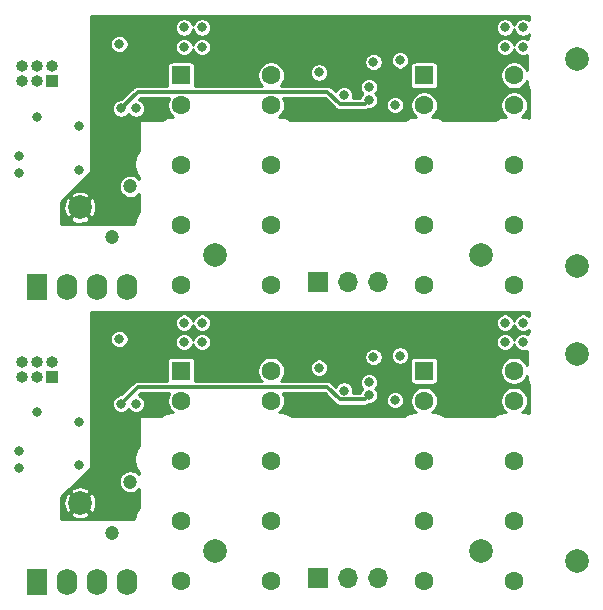
<source format=gbr>
%TF.GenerationSoftware,KiCad,Pcbnew,(5.1.10)-1*%
%TF.CreationDate,2022-01-18T18:11:06+07:00*%
%TF.ProjectId,Fan_controller_v3_pnlz1x2,46616e5f-636f-46e7-9472-6f6c6c65725f,rev?*%
%TF.SameCoordinates,Original*%
%TF.FileFunction,Copper,L3,Inr*%
%TF.FilePolarity,Positive*%
%FSLAX46Y46*%
G04 Gerber Fmt 4.6, Leading zero omitted, Abs format (unit mm)*
G04 Created by KiCad (PCBNEW (5.1.10)-1) date 2022-01-18 18:11:06*
%MOMM*%
%LPD*%
G01*
G04 APERTURE LIST*
%TA.AperFunction,ComponentPad*%
%ADD10C,2.000000*%
%TD*%
%TA.AperFunction,ComponentPad*%
%ADD11R,1.600000X1.600000*%
%TD*%
%TA.AperFunction,ComponentPad*%
%ADD12C,1.600000*%
%TD*%
%TA.AperFunction,ComponentPad*%
%ADD13R,1.750000X2.250000*%
%TD*%
%TA.AperFunction,ComponentPad*%
%ADD14O,1.750000X2.250000*%
%TD*%
%TA.AperFunction,ComponentPad*%
%ADD15R,1.000000X1.000000*%
%TD*%
%TA.AperFunction,ComponentPad*%
%ADD16O,1.000000X1.000000*%
%TD*%
%TA.AperFunction,ComponentPad*%
%ADD17O,1.700000X1.700000*%
%TD*%
%TA.AperFunction,ComponentPad*%
%ADD18R,1.700000X1.700000*%
%TD*%
%TA.AperFunction,ViaPad*%
%ADD19C,0.800000*%
%TD*%
%TA.AperFunction,ViaPad*%
%ADD20C,1.200000*%
%TD*%
%TA.AperFunction,Conductor*%
%ADD21C,0.300000*%
%TD*%
%TA.AperFunction,Conductor*%
%ADD22C,0.254000*%
%TD*%
%TA.AperFunction,Conductor*%
%ADD23C,0.020000*%
%TD*%
G04 APERTURE END LIST*
D10*
%TO.N,Net-(C7-Pad1)*%
%TO.C,C7*%
X92741000Y-67545000D03*
%TO.N,Net-(C5-Pad2)*%
X92741000Y-85045000D03*
%TD*%
D11*
%TO.N,+5VP*%
%TO.C,K1*%
X59213000Y-68942000D03*
D12*
X59213000Y-71482000D03*
%TO.N,Net-(C5-Pad1)*%
X59213000Y-76562000D03*
%TO.N,Net-(C7-Pad1)*%
X59213000Y-81642000D03*
%TO.N,Net-(K1-Pad8)*%
X59213000Y-86722000D03*
X66833000Y-86722000D03*
%TO.N,Net-(C5-Pad2)*%
X66833000Y-81642000D03*
%TO.N,Net-(J1-Pad1)*%
X66833000Y-76562000D03*
%TO.N,Net-(C4-Pad2)*%
X66833000Y-71482000D03*
%TO.N,Net-(C3-Pad2)*%
X66833000Y-68942000D03*
%TD*%
D13*
%TO.N,GND1*%
%TO.C,PS1*%
X47021000Y-86849000D03*
D14*
%TO.N,+5P*%
X49561000Y-86849000D03*
%TO.N,GND2*%
X52101000Y-86849000D03*
%TO.N,Net-(C6-Pad2)*%
X54641000Y-86849000D03*
%TD*%
D10*
%TO.N,GND2*%
%TO.C,TP1*%
X50640500Y-80118000D03*
%TD*%
%TO.N,Net-(C5-Pad1)*%
%TO.C,C5*%
X62113000Y-84182000D03*
%TO.N,Net-(C5-Pad2)*%
X84613000Y-84182000D03*
%TD*%
D15*
%TO.N,+5P*%
%TO.C,J2*%
X48291000Y-69450000D03*
D16*
X48291000Y-68180000D03*
%TO.N,GND1*%
X47021000Y-69450000D03*
X47021000Y-68180000D03*
%TO.N,/sda0*%
X45751000Y-69450000D03*
%TO.N,/scl0*%
X45751000Y-68180000D03*
%TD*%
D17*
%TO.N,Net-(J1-Pad3)*%
%TO.C,J1*%
X75850000Y-86468000D03*
%TO.N,N/C*%
X73310000Y-86468000D03*
D18*
%TO.N,Net-(J1-Pad1)*%
X70770000Y-86468000D03*
%TD*%
D12*
%TO.N,Net-(C11-Pad2)*%
%TO.C,K2*%
X87407000Y-68942000D03*
%TO.N,Net-(C12-Pad2)*%
X87407000Y-71482000D03*
%TO.N,Net-(C7-Pad1)*%
X87407000Y-76562000D03*
%TO.N,Net-(C5-Pad2)*%
X87407000Y-81642000D03*
%TO.N,Net-(K2-Pad8)*%
X87407000Y-86722000D03*
X79787000Y-86722000D03*
%TO.N,Net-(C7-Pad1)*%
X79787000Y-81642000D03*
%TO.N,Net-(J1-Pad3)*%
X79787000Y-76562000D03*
%TO.N,+5VP*%
X79787000Y-71482000D03*
D11*
X79787000Y-68942000D03*
%TD*%
D16*
%TO.N,/scl0*%
%TO.C,J2*%
X45751000Y-43180000D03*
%TO.N,/sda0*%
X45751000Y-44450000D03*
%TO.N,GND1*%
X47021000Y-43180000D03*
X47021000Y-44450000D03*
%TO.N,+5P*%
X48291000Y-43180000D03*
D15*
X48291000Y-44450000D03*
%TD*%
D10*
%TO.N,Net-(C5-Pad2)*%
%TO.C,C5*%
X84613000Y-59182000D03*
%TO.N,Net-(C5-Pad1)*%
X62113000Y-59182000D03*
%TD*%
D11*
%TO.N,+5VP*%
%TO.C,K2*%
X79787000Y-43942000D03*
D12*
X79787000Y-46482000D03*
%TO.N,Net-(J1-Pad3)*%
X79787000Y-51562000D03*
%TO.N,Net-(C7-Pad1)*%
X79787000Y-56642000D03*
%TO.N,Net-(K2-Pad8)*%
X79787000Y-61722000D03*
X87407000Y-61722000D03*
%TO.N,Net-(C5-Pad2)*%
X87407000Y-56642000D03*
%TO.N,Net-(C7-Pad1)*%
X87407000Y-51562000D03*
%TO.N,Net-(C12-Pad2)*%
X87407000Y-46482000D03*
%TO.N,Net-(C11-Pad2)*%
X87407000Y-43942000D03*
%TD*%
D18*
%TO.N,Net-(J1-Pad1)*%
%TO.C,J1*%
X70770000Y-61468000D03*
D17*
%TO.N,N/C*%
X73310000Y-61468000D03*
%TO.N,Net-(J1-Pad3)*%
X75850000Y-61468000D03*
%TD*%
D10*
%TO.N,GND2*%
%TO.C,TP1*%
X50640500Y-55118000D03*
%TD*%
D14*
%TO.N,Net-(C6-Pad2)*%
%TO.C,PS1*%
X54641000Y-61849000D03*
%TO.N,GND2*%
X52101000Y-61849000D03*
%TO.N,+5P*%
X49561000Y-61849000D03*
D13*
%TO.N,GND1*%
X47021000Y-61849000D03*
%TD*%
D12*
%TO.N,Net-(C3-Pad2)*%
%TO.C,K1*%
X66833000Y-43942000D03*
%TO.N,Net-(C4-Pad2)*%
X66833000Y-46482000D03*
%TO.N,Net-(J1-Pad1)*%
X66833000Y-51562000D03*
%TO.N,Net-(C5-Pad2)*%
X66833000Y-56642000D03*
%TO.N,Net-(K1-Pad8)*%
X66833000Y-61722000D03*
X59213000Y-61722000D03*
%TO.N,Net-(C7-Pad1)*%
X59213000Y-56642000D03*
%TO.N,Net-(C5-Pad1)*%
X59213000Y-51562000D03*
%TO.N,+5VP*%
X59213000Y-46482000D03*
D11*
X59213000Y-43942000D03*
%TD*%
D10*
%TO.N,Net-(C5-Pad2)*%
%TO.C,C7*%
X92741000Y-60045000D03*
%TO.N,Net-(C7-Pad1)*%
X92741000Y-42545000D03*
%TD*%
D19*
%TO.N,Net-(C3-Pad2)*%
X60991000Y-41529000D03*
X60991000Y-66529000D03*
%TO.N,Net-(C3-Pad1)*%
X60991000Y-39878000D03*
X60991000Y-64878000D03*
%TO.N,Net-(C4-Pad2)*%
X59467000Y-41529000D03*
X59467000Y-66529000D03*
%TO.N,Net-(C4-Pad1)*%
X59467000Y-39878000D03*
X59467000Y-64878000D03*
%TO.N,GND1*%
X53980000Y-41275000D03*
X53980000Y-66275000D03*
%TO.N,+5P*%
X50577000Y-51943000D03*
X50577000Y-48260000D03*
X50577000Y-76943000D03*
X50577000Y-73260000D03*
%TO.N,Net-(C11-Pad1)*%
X88169000Y-39878000D03*
X88169000Y-64878000D03*
%TO.N,GND2*%
X73945000Y-42799000D03*
X69119000Y-39497000D03*
X78517000Y-39497000D03*
X67595000Y-39560500D03*
X80041000Y-39560500D03*
X53472032Y-50419000D03*
X73945000Y-67799000D03*
X69119000Y-64497000D03*
X78517000Y-64497000D03*
X67595000Y-64560500D03*
X80041000Y-64560500D03*
X53472032Y-75419000D03*
%TO.N,+5VP*%
X75495000Y-42799000D03*
D20*
X54895006Y-53340000D03*
D19*
X75495000Y-67799000D03*
D20*
X54895006Y-78340000D03*
D19*
%TO.N,/scl0*%
X47021000Y-47432000D03*
X45497000Y-50736500D03*
X47021000Y-72432000D03*
X45497000Y-75736500D03*
%TO.N,/sda0*%
X45497000Y-52197000D03*
X45497000Y-77197000D03*
%TO.N,/I2C_SDA*%
X75115886Y-44916284D03*
X55403000Y-46736000D03*
X75115886Y-69916284D03*
X55403000Y-71736000D03*
%TO.N,/I2C_SCL*%
X75115814Y-46015892D03*
X54133000Y-46736000D03*
X75115814Y-71015892D03*
X54133000Y-71736000D03*
%TO.N,/K1_set*%
X70896992Y-43688000D03*
X70896992Y-68688000D03*
%TO.N,/K2_set*%
X77333000Y-46441000D03*
X77333000Y-71441000D03*
%TO.N,/K2_rst*%
X77755000Y-42661000D03*
X72997423Y-45630732D03*
X77755000Y-67661000D03*
X72997423Y-70630732D03*
D20*
%TO.N,Net-(C6-Pad2)*%
X53371000Y-57658000D03*
X53371000Y-82658000D03*
D19*
%TO.N,Net-(C11-Pad2)*%
X88169000Y-41529000D03*
X88169000Y-66529000D03*
%TO.N,Net-(C12-Pad2)*%
X86645000Y-41529000D03*
X86645000Y-66529000D03*
%TO.N,Net-(C12-Pad1)*%
X86645000Y-39878000D03*
X86645000Y-64878000D03*
%TD*%
D21*
%TO.N,/I2C_SCL*%
X74750973Y-46380733D02*
X75115814Y-46015892D01*
X72637422Y-46380733D02*
X74750973Y-46380733D01*
X71588688Y-45331999D02*
X72637422Y-46380733D01*
X55537001Y-45331999D02*
X71588688Y-45331999D01*
X54133000Y-46736000D02*
X55537001Y-45331999D01*
X74750973Y-46380733D02*
X75115814Y-46015892D01*
X72637422Y-46380733D02*
X74750973Y-46380733D01*
X71588688Y-45331999D02*
X72637422Y-46380733D01*
X55537001Y-45331999D02*
X71588688Y-45331999D01*
X54133000Y-46736000D02*
X55537001Y-45331999D01*
X74750973Y-71380733D02*
X75115814Y-71015892D01*
X72637422Y-71380733D02*
X74750973Y-71380733D01*
X71588688Y-70331999D02*
X72637422Y-71380733D01*
X55537001Y-70331999D02*
X71588688Y-70331999D01*
X54133000Y-71736000D02*
X55537001Y-70331999D01*
%TD*%
D22*
%TO.N,GND2*%
X88677000Y-39281499D02*
X88666859Y-39271358D01*
X88538942Y-39185887D01*
X88396809Y-39127013D01*
X88245922Y-39097000D01*
X88092078Y-39097000D01*
X87941191Y-39127013D01*
X87799058Y-39185887D01*
X87671141Y-39271358D01*
X87562358Y-39380141D01*
X87476887Y-39508058D01*
X87418013Y-39650191D01*
X87407000Y-39705558D01*
X87395987Y-39650191D01*
X87337113Y-39508058D01*
X87251642Y-39380141D01*
X87142859Y-39271358D01*
X87014942Y-39185887D01*
X86872809Y-39127013D01*
X86721922Y-39097000D01*
X86568078Y-39097000D01*
X86417191Y-39127013D01*
X86275058Y-39185887D01*
X86147141Y-39271358D01*
X86038358Y-39380141D01*
X85952887Y-39508058D01*
X85894013Y-39650191D01*
X85864000Y-39801078D01*
X85864000Y-39954922D01*
X85894013Y-40105809D01*
X85952887Y-40247942D01*
X86038358Y-40375859D01*
X86147141Y-40484642D01*
X86275058Y-40570113D01*
X86417191Y-40628987D01*
X86568078Y-40659000D01*
X86721922Y-40659000D01*
X86872809Y-40628987D01*
X87014942Y-40570113D01*
X87142859Y-40484642D01*
X87251642Y-40375859D01*
X87337113Y-40247942D01*
X87395987Y-40105809D01*
X87407000Y-40050442D01*
X87418013Y-40105809D01*
X87476887Y-40247942D01*
X87562358Y-40375859D01*
X87671141Y-40484642D01*
X87799058Y-40570113D01*
X87941191Y-40628987D01*
X88092078Y-40659000D01*
X88245922Y-40659000D01*
X88396809Y-40628987D01*
X88538942Y-40570113D01*
X88666859Y-40484642D01*
X88677000Y-40474501D01*
X88677000Y-40561289D01*
X88636693Y-40637096D01*
X88621817Y-40673188D01*
X88606419Y-40709114D01*
X88604640Y-40714863D01*
X88562954Y-40852931D01*
X88538942Y-40836887D01*
X88396809Y-40778013D01*
X88245922Y-40748000D01*
X88092078Y-40748000D01*
X87941191Y-40778013D01*
X87799058Y-40836887D01*
X87671141Y-40922358D01*
X87562358Y-41031141D01*
X87476887Y-41159058D01*
X87418013Y-41301191D01*
X87407000Y-41356558D01*
X87395987Y-41301191D01*
X87337113Y-41159058D01*
X87251642Y-41031141D01*
X87142859Y-40922358D01*
X87014942Y-40836887D01*
X86872809Y-40778013D01*
X86721922Y-40748000D01*
X86568078Y-40748000D01*
X86417191Y-40778013D01*
X86275058Y-40836887D01*
X86147141Y-40922358D01*
X86038358Y-41031141D01*
X85952887Y-41159058D01*
X85894013Y-41301191D01*
X85864000Y-41452078D01*
X85864000Y-41605922D01*
X85894013Y-41756809D01*
X85952887Y-41898942D01*
X86038358Y-42026859D01*
X86147141Y-42135642D01*
X86275058Y-42221113D01*
X86417191Y-42279987D01*
X86568078Y-42310000D01*
X86721922Y-42310000D01*
X86872809Y-42279987D01*
X87014942Y-42221113D01*
X87142859Y-42135642D01*
X87251642Y-42026859D01*
X87337113Y-41898942D01*
X87395987Y-41756809D01*
X87407000Y-41701442D01*
X87418013Y-41756809D01*
X87476887Y-41898942D01*
X87562358Y-42026859D01*
X87671141Y-42135642D01*
X87799058Y-42221113D01*
X87941191Y-42279987D01*
X88092078Y-42310000D01*
X88245922Y-42310000D01*
X88396809Y-42279987D01*
X88500001Y-42237243D01*
X88500000Y-43494636D01*
X88453588Y-43382587D01*
X88324342Y-43189157D01*
X88159843Y-43024658D01*
X87966413Y-42895412D01*
X87751485Y-42806386D01*
X87523318Y-42761000D01*
X87290682Y-42761000D01*
X87062515Y-42806386D01*
X86847587Y-42895412D01*
X86654157Y-43024658D01*
X86489658Y-43189157D01*
X86360412Y-43382587D01*
X86271386Y-43597515D01*
X86226000Y-43825682D01*
X86226000Y-44058318D01*
X86271386Y-44286485D01*
X86360412Y-44501413D01*
X86489658Y-44694843D01*
X86654157Y-44859342D01*
X86847587Y-44988588D01*
X87062515Y-45077614D01*
X87290682Y-45123000D01*
X87523318Y-45123000D01*
X87751485Y-45077614D01*
X87966413Y-44988588D01*
X88159843Y-44859342D01*
X88324342Y-44694843D01*
X88453588Y-44501413D01*
X88500000Y-44389364D01*
X88500000Y-44471167D01*
X88502168Y-44493178D01*
X88502168Y-44508017D01*
X88502797Y-44514002D01*
X88527663Y-44735686D01*
X88535784Y-44773890D01*
X88543372Y-44812215D01*
X88545152Y-44817964D01*
X88612603Y-45030597D01*
X88627989Y-45066495D01*
X88642878Y-45102619D01*
X88645735Y-45107903D01*
X88645739Y-45107912D01*
X88645744Y-45107919D01*
X88677000Y-45164774D01*
X88677000Y-47536899D01*
X88515584Y-47488164D01*
X88477298Y-47480583D01*
X88439053Y-47472454D01*
X88433070Y-47471825D01*
X88433068Y-47471825D01*
X88211058Y-47450057D01*
X88211052Y-47450057D01*
X88190168Y-47448000D01*
X88087021Y-47448000D01*
X88159843Y-47399342D01*
X88324342Y-47234843D01*
X88453588Y-47041413D01*
X88542614Y-46826485D01*
X88588000Y-46598318D01*
X88588000Y-46365682D01*
X88542614Y-46137515D01*
X88453588Y-45922587D01*
X88324342Y-45729157D01*
X88159843Y-45564658D01*
X87966413Y-45435412D01*
X87751485Y-45346386D01*
X87523318Y-45301000D01*
X87290682Y-45301000D01*
X87062515Y-45346386D01*
X86847587Y-45435412D01*
X86654157Y-45564658D01*
X86489658Y-45729157D01*
X86360412Y-45922587D01*
X86271386Y-46137515D01*
X86226000Y-46365682D01*
X86226000Y-46598318D01*
X86271386Y-46826485D01*
X86360412Y-47041413D01*
X86489658Y-47234843D01*
X86654157Y-47399342D01*
X86726979Y-47448000D01*
X86623832Y-47448000D01*
X86601821Y-47450168D01*
X86586983Y-47450168D01*
X86580997Y-47450797D01*
X86359314Y-47475663D01*
X86321110Y-47483784D01*
X86282785Y-47491372D01*
X86277038Y-47493151D01*
X86277032Y-47493153D01*
X86064403Y-47560603D01*
X86028493Y-47575994D01*
X85992381Y-47590878D01*
X85987097Y-47593735D01*
X85987088Y-47593739D01*
X85987081Y-47593744D01*
X85791607Y-47701207D01*
X85759402Y-47723258D01*
X85726838Y-47744894D01*
X85722201Y-47748730D01*
X85718304Y-47752000D01*
X81473586Y-47752000D01*
X81453932Y-47735971D01*
X81421433Y-47714378D01*
X81389162Y-47692282D01*
X81383868Y-47689420D01*
X81186904Y-47584693D01*
X81150812Y-47569817D01*
X81114886Y-47554419D01*
X81109137Y-47552640D01*
X81109139Y-47552640D01*
X81109131Y-47552638D01*
X80895584Y-47488164D01*
X80857298Y-47480583D01*
X80819053Y-47472454D01*
X80813070Y-47471825D01*
X80813068Y-47471825D01*
X80591058Y-47450057D01*
X80591052Y-47450057D01*
X80570168Y-47448000D01*
X80467021Y-47448000D01*
X80539843Y-47399342D01*
X80704342Y-47234843D01*
X80833588Y-47041413D01*
X80922614Y-46826485D01*
X80968000Y-46598318D01*
X80968000Y-46365682D01*
X80922614Y-46137515D01*
X80833588Y-45922587D01*
X80704342Y-45729157D01*
X80539843Y-45564658D01*
X80346413Y-45435412D01*
X80131485Y-45346386D01*
X79903318Y-45301000D01*
X79670682Y-45301000D01*
X79442515Y-45346386D01*
X79227587Y-45435412D01*
X79034157Y-45564658D01*
X78869658Y-45729157D01*
X78740412Y-45922587D01*
X78651386Y-46137515D01*
X78606000Y-46365682D01*
X78606000Y-46598318D01*
X78651386Y-46826485D01*
X78740412Y-47041413D01*
X78869658Y-47234843D01*
X79034157Y-47399342D01*
X79106979Y-47448000D01*
X79003832Y-47448000D01*
X78981821Y-47450168D01*
X78966983Y-47450168D01*
X78960997Y-47450797D01*
X78739314Y-47475663D01*
X78701110Y-47483784D01*
X78662785Y-47491372D01*
X78657038Y-47493151D01*
X78657032Y-47493153D01*
X78444403Y-47560603D01*
X78408493Y-47575994D01*
X78372381Y-47590878D01*
X78367097Y-47593735D01*
X78367088Y-47593739D01*
X78367081Y-47593744D01*
X78171607Y-47701207D01*
X78139402Y-47723258D01*
X78106838Y-47744894D01*
X78102201Y-47748730D01*
X78098304Y-47752000D01*
X68519586Y-47752000D01*
X68499932Y-47735971D01*
X68467433Y-47714378D01*
X68435162Y-47692282D01*
X68429868Y-47689420D01*
X68232904Y-47584693D01*
X68196812Y-47569817D01*
X68160886Y-47554419D01*
X68155137Y-47552640D01*
X68155139Y-47552640D01*
X68155131Y-47552638D01*
X67941584Y-47488164D01*
X67903298Y-47480583D01*
X67865053Y-47472454D01*
X67859070Y-47471825D01*
X67859068Y-47471825D01*
X67637058Y-47450057D01*
X67637052Y-47450057D01*
X67616168Y-47448000D01*
X67513021Y-47448000D01*
X67585843Y-47399342D01*
X67750342Y-47234843D01*
X67879588Y-47041413D01*
X67968614Y-46826485D01*
X68014000Y-46598318D01*
X68014000Y-46365682D01*
X67968614Y-46137515D01*
X67879588Y-45922587D01*
X67839773Y-45862999D01*
X71368742Y-45862999D01*
X72243505Y-46737763D01*
X72260132Y-46758023D01*
X72280392Y-46774650D01*
X72340986Y-46824379D01*
X72433234Y-46873686D01*
X72533328Y-46904050D01*
X72611338Y-46911733D01*
X72611348Y-46911733D01*
X72637422Y-46914301D01*
X72663496Y-46911733D01*
X74724899Y-46911733D01*
X74750973Y-46914301D01*
X74777047Y-46911733D01*
X74777057Y-46911733D01*
X74855067Y-46904050D01*
X74955161Y-46873686D01*
X75047408Y-46824379D01*
X75080901Y-46796892D01*
X75192736Y-46796892D01*
X75343623Y-46766879D01*
X75485756Y-46708005D01*
X75613673Y-46622534D01*
X75722456Y-46513751D01*
X75807927Y-46385834D01*
X75816938Y-46364078D01*
X76552000Y-46364078D01*
X76552000Y-46517922D01*
X76582013Y-46668809D01*
X76640887Y-46810942D01*
X76726358Y-46938859D01*
X76835141Y-47047642D01*
X76963058Y-47133113D01*
X77105191Y-47191987D01*
X77256078Y-47222000D01*
X77409922Y-47222000D01*
X77560809Y-47191987D01*
X77702942Y-47133113D01*
X77830859Y-47047642D01*
X77939642Y-46938859D01*
X78025113Y-46810942D01*
X78083987Y-46668809D01*
X78114000Y-46517922D01*
X78114000Y-46364078D01*
X78083987Y-46213191D01*
X78025113Y-46071058D01*
X77939642Y-45943141D01*
X77830859Y-45834358D01*
X77702942Y-45748887D01*
X77560809Y-45690013D01*
X77409922Y-45660000D01*
X77256078Y-45660000D01*
X77105191Y-45690013D01*
X76963058Y-45748887D01*
X76835141Y-45834358D01*
X76726358Y-45943141D01*
X76640887Y-46071058D01*
X76582013Y-46213191D01*
X76552000Y-46364078D01*
X75816938Y-46364078D01*
X75866801Y-46243701D01*
X75896814Y-46092814D01*
X75896814Y-45938970D01*
X75866801Y-45788083D01*
X75807927Y-45645950D01*
X75722456Y-45518033D01*
X75670547Y-45466124D01*
X75722528Y-45414143D01*
X75807999Y-45286226D01*
X75866873Y-45144093D01*
X75896886Y-44993206D01*
X75896886Y-44839362D01*
X75866873Y-44688475D01*
X75807999Y-44546342D01*
X75722528Y-44418425D01*
X75613745Y-44309642D01*
X75485828Y-44224171D01*
X75343695Y-44165297D01*
X75192808Y-44135284D01*
X75038964Y-44135284D01*
X74888077Y-44165297D01*
X74745944Y-44224171D01*
X74618027Y-44309642D01*
X74509244Y-44418425D01*
X74423773Y-44546342D01*
X74364899Y-44688475D01*
X74334886Y-44839362D01*
X74334886Y-44993206D01*
X74364899Y-45144093D01*
X74423773Y-45286226D01*
X74509244Y-45414143D01*
X74561153Y-45466052D01*
X74509172Y-45518033D01*
X74423701Y-45645950D01*
X74364827Y-45788083D01*
X74352564Y-45849733D01*
X73750162Y-45849733D01*
X73778423Y-45707654D01*
X73778423Y-45553810D01*
X73748410Y-45402923D01*
X73689536Y-45260790D01*
X73604065Y-45132873D01*
X73495282Y-45024090D01*
X73367365Y-44938619D01*
X73225232Y-44879745D01*
X73074345Y-44849732D01*
X72920501Y-44849732D01*
X72769614Y-44879745D01*
X72627481Y-44938619D01*
X72499564Y-45024090D01*
X72390781Y-45132873D01*
X72305310Y-45260790D01*
X72294507Y-45286871D01*
X71982609Y-44974974D01*
X71965978Y-44954709D01*
X71885123Y-44888353D01*
X71792876Y-44839046D01*
X71692782Y-44808682D01*
X71614772Y-44800999D01*
X71614762Y-44800999D01*
X71588688Y-44798431D01*
X71562614Y-44800999D01*
X67644186Y-44800999D01*
X67750342Y-44694843D01*
X67879588Y-44501413D01*
X67968614Y-44286485D01*
X68014000Y-44058318D01*
X68014000Y-43825682D01*
X67971312Y-43611078D01*
X70115992Y-43611078D01*
X70115992Y-43764922D01*
X70146005Y-43915809D01*
X70204879Y-44057942D01*
X70290350Y-44185859D01*
X70399133Y-44294642D01*
X70527050Y-44380113D01*
X70669183Y-44438987D01*
X70820070Y-44469000D01*
X70973914Y-44469000D01*
X71124801Y-44438987D01*
X71266934Y-44380113D01*
X71394851Y-44294642D01*
X71503634Y-44185859D01*
X71589105Y-44057942D01*
X71647979Y-43915809D01*
X71677992Y-43764922D01*
X71677992Y-43611078D01*
X71647979Y-43460191D01*
X71589105Y-43318058D01*
X71503634Y-43190141D01*
X71394851Y-43081358D01*
X71266934Y-42995887D01*
X71124801Y-42937013D01*
X70973914Y-42907000D01*
X70820070Y-42907000D01*
X70669183Y-42937013D01*
X70527050Y-42995887D01*
X70399133Y-43081358D01*
X70290350Y-43190141D01*
X70204879Y-43318058D01*
X70146005Y-43460191D01*
X70115992Y-43611078D01*
X67971312Y-43611078D01*
X67968614Y-43597515D01*
X67879588Y-43382587D01*
X67750342Y-43189157D01*
X67585843Y-43024658D01*
X67392413Y-42895412D01*
X67177485Y-42806386D01*
X66949318Y-42761000D01*
X66716682Y-42761000D01*
X66488515Y-42806386D01*
X66273587Y-42895412D01*
X66080157Y-43024658D01*
X65915658Y-43189157D01*
X65786412Y-43382587D01*
X65697386Y-43597515D01*
X65652000Y-43825682D01*
X65652000Y-44058318D01*
X65697386Y-44286485D01*
X65786412Y-44501413D01*
X65915658Y-44694843D01*
X66021814Y-44800999D01*
X60390032Y-44800999D01*
X60395843Y-44742000D01*
X60395843Y-43142000D01*
X60388487Y-43067311D01*
X60366701Y-42995492D01*
X60331322Y-42929304D01*
X60283711Y-42871289D01*
X60225696Y-42823678D01*
X60159508Y-42788299D01*
X60087689Y-42766513D01*
X60013000Y-42759157D01*
X58413000Y-42759157D01*
X58338311Y-42766513D01*
X58266492Y-42788299D01*
X58200304Y-42823678D01*
X58142289Y-42871289D01*
X58094678Y-42929304D01*
X58059299Y-42995492D01*
X58037513Y-43067311D01*
X58030157Y-43142000D01*
X58030157Y-44742000D01*
X58035968Y-44800999D01*
X55563074Y-44800999D01*
X55537000Y-44798431D01*
X55510926Y-44800999D01*
X55510917Y-44800999D01*
X55432907Y-44808682D01*
X55332813Y-44839046D01*
X55272697Y-44871178D01*
X55240565Y-44888353D01*
X55184276Y-44934549D01*
X55159711Y-44954709D01*
X55143084Y-44974969D01*
X54163054Y-45955000D01*
X54056078Y-45955000D01*
X53905191Y-45985013D01*
X53763058Y-46043887D01*
X53635141Y-46129358D01*
X53526358Y-46238141D01*
X53440887Y-46366058D01*
X53382013Y-46508191D01*
X53352000Y-46659078D01*
X53352000Y-46812922D01*
X53382013Y-46963809D01*
X53440887Y-47105942D01*
X53526358Y-47233859D01*
X53635141Y-47342642D01*
X53763058Y-47428113D01*
X53905191Y-47486987D01*
X54056078Y-47517000D01*
X54209922Y-47517000D01*
X54360809Y-47486987D01*
X54502942Y-47428113D01*
X54630859Y-47342642D01*
X54739642Y-47233859D01*
X54768000Y-47191418D01*
X54796358Y-47233859D01*
X54905141Y-47342642D01*
X55033058Y-47428113D01*
X55175191Y-47486987D01*
X55326078Y-47517000D01*
X55479922Y-47517000D01*
X55630809Y-47486987D01*
X55772942Y-47428113D01*
X55900859Y-47342642D01*
X56009642Y-47233859D01*
X56095113Y-47105942D01*
X56153987Y-46963809D01*
X56184000Y-46812922D01*
X56184000Y-46659078D01*
X56153987Y-46508191D01*
X56095113Y-46366058D01*
X56009642Y-46238141D01*
X55900859Y-46129358D01*
X55772942Y-46043887D01*
X55633726Y-45986221D01*
X55756948Y-45862999D01*
X58206227Y-45862999D01*
X58166412Y-45922587D01*
X58077386Y-46137515D01*
X58032000Y-46365682D01*
X58032000Y-46598318D01*
X58077386Y-46826485D01*
X58166412Y-47041413D01*
X58295658Y-47234843D01*
X58460157Y-47399342D01*
X58532979Y-47448000D01*
X58429832Y-47448000D01*
X58407821Y-47450168D01*
X58392983Y-47450168D01*
X58386997Y-47450797D01*
X58165314Y-47475663D01*
X58127110Y-47483784D01*
X58088785Y-47491372D01*
X58083038Y-47493151D01*
X58083032Y-47493153D01*
X57870403Y-47560603D01*
X57834493Y-47575994D01*
X57798381Y-47590878D01*
X57793097Y-47593735D01*
X57793088Y-47593739D01*
X57793081Y-47593744D01*
X57597607Y-47701207D01*
X57565402Y-47723258D01*
X57532838Y-47744894D01*
X57528201Y-47748730D01*
X57524304Y-47752000D01*
X55784000Y-47752000D01*
X55759224Y-47754440D01*
X55735399Y-47761667D01*
X55713443Y-47773403D01*
X55694197Y-47789197D01*
X55678403Y-47808443D01*
X55666667Y-47830399D01*
X55659440Y-47854224D01*
X55657000Y-47879000D01*
X55657000Y-50334598D01*
X55567821Y-50423777D01*
X55394218Y-50683594D01*
X55274637Y-50972286D01*
X55213676Y-51278761D01*
X55213676Y-51591239D01*
X55274637Y-51897714D01*
X55394218Y-52186406D01*
X55567821Y-52446223D01*
X55657000Y-52535402D01*
X55657000Y-52714650D01*
X55520357Y-52578007D01*
X55359684Y-52470649D01*
X55181153Y-52396699D01*
X54991626Y-52359000D01*
X54798386Y-52359000D01*
X54608859Y-52396699D01*
X54430328Y-52470649D01*
X54269655Y-52578007D01*
X54133013Y-52714649D01*
X54025655Y-52875322D01*
X53951705Y-53053853D01*
X53914006Y-53243380D01*
X53914006Y-53436620D01*
X53951705Y-53626147D01*
X54025655Y-53804678D01*
X54133013Y-53965351D01*
X54269655Y-54101993D01*
X54430328Y-54209351D01*
X54608859Y-54283301D01*
X54798386Y-54321000D01*
X54991626Y-54321000D01*
X55181153Y-54283301D01*
X55359684Y-54209351D01*
X55520357Y-54101993D01*
X55657000Y-53965350D01*
X55657000Y-55541598D01*
X55567821Y-55630777D01*
X55394218Y-55890594D01*
X55274637Y-56179286D01*
X55213676Y-56485761D01*
X55213676Y-56515000D01*
X49053000Y-56515000D01*
X49053000Y-56076021D01*
X49772989Y-56076021D01*
X49877486Y-56277082D01*
X50118273Y-56403666D01*
X50379129Y-56480844D01*
X50650029Y-56505649D01*
X50920563Y-56477126D01*
X51180334Y-56396373D01*
X51403514Y-56277082D01*
X51508011Y-56076021D01*
X50640500Y-55208510D01*
X49772989Y-56076021D01*
X49053000Y-56076021D01*
X49053000Y-55127529D01*
X49252851Y-55127529D01*
X49281374Y-55398063D01*
X49362127Y-55657834D01*
X49481418Y-55881014D01*
X49682479Y-55985511D01*
X50549990Y-55118000D01*
X50731010Y-55118000D01*
X51598521Y-55985511D01*
X51799582Y-55881014D01*
X51926166Y-55640227D01*
X52003344Y-55379371D01*
X52028149Y-55108471D01*
X51999626Y-54837937D01*
X51918873Y-54578166D01*
X51799582Y-54354986D01*
X51598521Y-54250489D01*
X50731010Y-55118000D01*
X50549990Y-55118000D01*
X49682479Y-54250489D01*
X49481418Y-54354986D01*
X49354834Y-54595773D01*
X49277656Y-54856629D01*
X49252851Y-55127529D01*
X49053000Y-55127529D01*
X49053000Y-54662606D01*
X49555627Y-54159979D01*
X49772989Y-54159979D01*
X50640500Y-55027490D01*
X51508011Y-54159979D01*
X51403514Y-53958918D01*
X51162727Y-53832334D01*
X50901871Y-53755156D01*
X50630971Y-53730351D01*
X50360437Y-53758874D01*
X50100666Y-53839627D01*
X49877486Y-53958918D01*
X49772989Y-54159979D01*
X49555627Y-54159979D01*
X51555803Y-52159803D01*
X51571597Y-52140557D01*
X51583333Y-52118601D01*
X51590560Y-52094776D01*
X51593000Y-52070000D01*
X51593000Y-42722078D01*
X74714000Y-42722078D01*
X74714000Y-42875922D01*
X74744013Y-43026809D01*
X74802887Y-43168942D01*
X74888358Y-43296859D01*
X74997141Y-43405642D01*
X75125058Y-43491113D01*
X75267191Y-43549987D01*
X75418078Y-43580000D01*
X75571922Y-43580000D01*
X75722809Y-43549987D01*
X75864942Y-43491113D01*
X75992859Y-43405642D01*
X76101642Y-43296859D01*
X76187113Y-43168942D01*
X76245987Y-43026809D01*
X76276000Y-42875922D01*
X76276000Y-42722078D01*
X76248551Y-42584078D01*
X76974000Y-42584078D01*
X76974000Y-42737922D01*
X77004013Y-42888809D01*
X77062887Y-43030942D01*
X77148358Y-43158859D01*
X77257141Y-43267642D01*
X77385058Y-43353113D01*
X77527191Y-43411987D01*
X77678078Y-43442000D01*
X77831922Y-43442000D01*
X77982809Y-43411987D01*
X78124942Y-43353113D01*
X78252859Y-43267642D01*
X78361642Y-43158859D01*
X78372906Y-43142000D01*
X78604157Y-43142000D01*
X78604157Y-44742000D01*
X78611513Y-44816689D01*
X78633299Y-44888508D01*
X78668678Y-44954696D01*
X78716289Y-45012711D01*
X78774304Y-45060322D01*
X78840492Y-45095701D01*
X78912311Y-45117487D01*
X78987000Y-45124843D01*
X80587000Y-45124843D01*
X80661689Y-45117487D01*
X80733508Y-45095701D01*
X80799696Y-45060322D01*
X80857711Y-45012711D01*
X80905322Y-44954696D01*
X80940701Y-44888508D01*
X80962487Y-44816689D01*
X80969843Y-44742000D01*
X80969843Y-43142000D01*
X80962487Y-43067311D01*
X80940701Y-42995492D01*
X80905322Y-42929304D01*
X80857711Y-42871289D01*
X80799696Y-42823678D01*
X80733508Y-42788299D01*
X80661689Y-42766513D01*
X80587000Y-42759157D01*
X78987000Y-42759157D01*
X78912311Y-42766513D01*
X78840492Y-42788299D01*
X78774304Y-42823678D01*
X78716289Y-42871289D01*
X78668678Y-42929304D01*
X78633299Y-42995492D01*
X78611513Y-43067311D01*
X78604157Y-43142000D01*
X78372906Y-43142000D01*
X78447113Y-43030942D01*
X78505987Y-42888809D01*
X78536000Y-42737922D01*
X78536000Y-42584078D01*
X78505987Y-42433191D01*
X78447113Y-42291058D01*
X78361642Y-42163141D01*
X78252859Y-42054358D01*
X78124942Y-41968887D01*
X77982809Y-41910013D01*
X77831922Y-41880000D01*
X77678078Y-41880000D01*
X77527191Y-41910013D01*
X77385058Y-41968887D01*
X77257141Y-42054358D01*
X77148358Y-42163141D01*
X77062887Y-42291058D01*
X77004013Y-42433191D01*
X76974000Y-42584078D01*
X76248551Y-42584078D01*
X76245987Y-42571191D01*
X76187113Y-42429058D01*
X76101642Y-42301141D01*
X75992859Y-42192358D01*
X75864942Y-42106887D01*
X75722809Y-42048013D01*
X75571922Y-42018000D01*
X75418078Y-42018000D01*
X75267191Y-42048013D01*
X75125058Y-42106887D01*
X74997141Y-42192358D01*
X74888358Y-42301141D01*
X74802887Y-42429058D01*
X74744013Y-42571191D01*
X74714000Y-42722078D01*
X51593000Y-42722078D01*
X51593000Y-41198078D01*
X53199000Y-41198078D01*
X53199000Y-41351922D01*
X53229013Y-41502809D01*
X53287887Y-41644942D01*
X53373358Y-41772859D01*
X53482141Y-41881642D01*
X53610058Y-41967113D01*
X53752191Y-42025987D01*
X53903078Y-42056000D01*
X54056922Y-42056000D01*
X54207809Y-42025987D01*
X54349942Y-41967113D01*
X54477859Y-41881642D01*
X54586642Y-41772859D01*
X54672113Y-41644942D01*
X54730987Y-41502809D01*
X54741077Y-41452078D01*
X58686000Y-41452078D01*
X58686000Y-41605922D01*
X58716013Y-41756809D01*
X58774887Y-41898942D01*
X58860358Y-42026859D01*
X58969141Y-42135642D01*
X59097058Y-42221113D01*
X59239191Y-42279987D01*
X59390078Y-42310000D01*
X59543922Y-42310000D01*
X59694809Y-42279987D01*
X59836942Y-42221113D01*
X59964859Y-42135642D01*
X60073642Y-42026859D01*
X60159113Y-41898942D01*
X60217987Y-41756809D01*
X60229000Y-41701442D01*
X60240013Y-41756809D01*
X60298887Y-41898942D01*
X60384358Y-42026859D01*
X60493141Y-42135642D01*
X60621058Y-42221113D01*
X60763191Y-42279987D01*
X60914078Y-42310000D01*
X61067922Y-42310000D01*
X61218809Y-42279987D01*
X61360942Y-42221113D01*
X61488859Y-42135642D01*
X61597642Y-42026859D01*
X61683113Y-41898942D01*
X61741987Y-41756809D01*
X61772000Y-41605922D01*
X61772000Y-41452078D01*
X61741987Y-41301191D01*
X61683113Y-41159058D01*
X61597642Y-41031141D01*
X61488859Y-40922358D01*
X61360942Y-40836887D01*
X61218809Y-40778013D01*
X61067922Y-40748000D01*
X60914078Y-40748000D01*
X60763191Y-40778013D01*
X60621058Y-40836887D01*
X60493141Y-40922358D01*
X60384358Y-41031141D01*
X60298887Y-41159058D01*
X60240013Y-41301191D01*
X60229000Y-41356558D01*
X60217987Y-41301191D01*
X60159113Y-41159058D01*
X60073642Y-41031141D01*
X59964859Y-40922358D01*
X59836942Y-40836887D01*
X59694809Y-40778013D01*
X59543922Y-40748000D01*
X59390078Y-40748000D01*
X59239191Y-40778013D01*
X59097058Y-40836887D01*
X58969141Y-40922358D01*
X58860358Y-41031141D01*
X58774887Y-41159058D01*
X58716013Y-41301191D01*
X58686000Y-41452078D01*
X54741077Y-41452078D01*
X54761000Y-41351922D01*
X54761000Y-41198078D01*
X54730987Y-41047191D01*
X54672113Y-40905058D01*
X54586642Y-40777141D01*
X54477859Y-40668358D01*
X54349942Y-40582887D01*
X54207809Y-40524013D01*
X54056922Y-40494000D01*
X53903078Y-40494000D01*
X53752191Y-40524013D01*
X53610058Y-40582887D01*
X53482141Y-40668358D01*
X53373358Y-40777141D01*
X53287887Y-40905058D01*
X53229013Y-41047191D01*
X53199000Y-41198078D01*
X51593000Y-41198078D01*
X51593000Y-39801078D01*
X58686000Y-39801078D01*
X58686000Y-39954922D01*
X58716013Y-40105809D01*
X58774887Y-40247942D01*
X58860358Y-40375859D01*
X58969141Y-40484642D01*
X59097058Y-40570113D01*
X59239191Y-40628987D01*
X59390078Y-40659000D01*
X59543922Y-40659000D01*
X59694809Y-40628987D01*
X59836942Y-40570113D01*
X59964859Y-40484642D01*
X60073642Y-40375859D01*
X60159113Y-40247942D01*
X60217987Y-40105809D01*
X60229000Y-40050442D01*
X60240013Y-40105809D01*
X60298887Y-40247942D01*
X60384358Y-40375859D01*
X60493141Y-40484642D01*
X60621058Y-40570113D01*
X60763191Y-40628987D01*
X60914078Y-40659000D01*
X61067922Y-40659000D01*
X61218809Y-40628987D01*
X61360942Y-40570113D01*
X61488859Y-40484642D01*
X61597642Y-40375859D01*
X61683113Y-40247942D01*
X61741987Y-40105809D01*
X61772000Y-39954922D01*
X61772000Y-39801078D01*
X61741987Y-39650191D01*
X61683113Y-39508058D01*
X61597642Y-39380141D01*
X61488859Y-39271358D01*
X61360942Y-39185887D01*
X61218809Y-39127013D01*
X61067922Y-39097000D01*
X60914078Y-39097000D01*
X60763191Y-39127013D01*
X60621058Y-39185887D01*
X60493141Y-39271358D01*
X60384358Y-39380141D01*
X60298887Y-39508058D01*
X60240013Y-39650191D01*
X60229000Y-39705558D01*
X60217987Y-39650191D01*
X60159113Y-39508058D01*
X60073642Y-39380141D01*
X59964859Y-39271358D01*
X59836942Y-39185887D01*
X59694809Y-39127013D01*
X59543922Y-39097000D01*
X59390078Y-39097000D01*
X59239191Y-39127013D01*
X59097058Y-39185887D01*
X58969141Y-39271358D01*
X58860358Y-39380141D01*
X58774887Y-39508058D01*
X58716013Y-39650191D01*
X58686000Y-39801078D01*
X51593000Y-39801078D01*
X51593000Y-38931000D01*
X88677000Y-38931000D01*
X88677000Y-39281499D01*
%TA.AperFunction,Conductor*%
D23*
G36*
X88677000Y-39281499D02*
G01*
X88666859Y-39271358D01*
X88538942Y-39185887D01*
X88396809Y-39127013D01*
X88245922Y-39097000D01*
X88092078Y-39097000D01*
X87941191Y-39127013D01*
X87799058Y-39185887D01*
X87671141Y-39271358D01*
X87562358Y-39380141D01*
X87476887Y-39508058D01*
X87418013Y-39650191D01*
X87407000Y-39705558D01*
X87395987Y-39650191D01*
X87337113Y-39508058D01*
X87251642Y-39380141D01*
X87142859Y-39271358D01*
X87014942Y-39185887D01*
X86872809Y-39127013D01*
X86721922Y-39097000D01*
X86568078Y-39097000D01*
X86417191Y-39127013D01*
X86275058Y-39185887D01*
X86147141Y-39271358D01*
X86038358Y-39380141D01*
X85952887Y-39508058D01*
X85894013Y-39650191D01*
X85864000Y-39801078D01*
X85864000Y-39954922D01*
X85894013Y-40105809D01*
X85952887Y-40247942D01*
X86038358Y-40375859D01*
X86147141Y-40484642D01*
X86275058Y-40570113D01*
X86417191Y-40628987D01*
X86568078Y-40659000D01*
X86721922Y-40659000D01*
X86872809Y-40628987D01*
X87014942Y-40570113D01*
X87142859Y-40484642D01*
X87251642Y-40375859D01*
X87337113Y-40247942D01*
X87395987Y-40105809D01*
X87407000Y-40050442D01*
X87418013Y-40105809D01*
X87476887Y-40247942D01*
X87562358Y-40375859D01*
X87671141Y-40484642D01*
X87799058Y-40570113D01*
X87941191Y-40628987D01*
X88092078Y-40659000D01*
X88245922Y-40659000D01*
X88396809Y-40628987D01*
X88538942Y-40570113D01*
X88666859Y-40484642D01*
X88677000Y-40474501D01*
X88677000Y-40561289D01*
X88636693Y-40637096D01*
X88621817Y-40673188D01*
X88606419Y-40709114D01*
X88604640Y-40714863D01*
X88562954Y-40852931D01*
X88538942Y-40836887D01*
X88396809Y-40778013D01*
X88245922Y-40748000D01*
X88092078Y-40748000D01*
X87941191Y-40778013D01*
X87799058Y-40836887D01*
X87671141Y-40922358D01*
X87562358Y-41031141D01*
X87476887Y-41159058D01*
X87418013Y-41301191D01*
X87407000Y-41356558D01*
X87395987Y-41301191D01*
X87337113Y-41159058D01*
X87251642Y-41031141D01*
X87142859Y-40922358D01*
X87014942Y-40836887D01*
X86872809Y-40778013D01*
X86721922Y-40748000D01*
X86568078Y-40748000D01*
X86417191Y-40778013D01*
X86275058Y-40836887D01*
X86147141Y-40922358D01*
X86038358Y-41031141D01*
X85952887Y-41159058D01*
X85894013Y-41301191D01*
X85864000Y-41452078D01*
X85864000Y-41605922D01*
X85894013Y-41756809D01*
X85952887Y-41898942D01*
X86038358Y-42026859D01*
X86147141Y-42135642D01*
X86275058Y-42221113D01*
X86417191Y-42279987D01*
X86568078Y-42310000D01*
X86721922Y-42310000D01*
X86872809Y-42279987D01*
X87014942Y-42221113D01*
X87142859Y-42135642D01*
X87251642Y-42026859D01*
X87337113Y-41898942D01*
X87395987Y-41756809D01*
X87407000Y-41701442D01*
X87418013Y-41756809D01*
X87476887Y-41898942D01*
X87562358Y-42026859D01*
X87671141Y-42135642D01*
X87799058Y-42221113D01*
X87941191Y-42279987D01*
X88092078Y-42310000D01*
X88245922Y-42310000D01*
X88396809Y-42279987D01*
X88500001Y-42237243D01*
X88500000Y-43494636D01*
X88453588Y-43382587D01*
X88324342Y-43189157D01*
X88159843Y-43024658D01*
X87966413Y-42895412D01*
X87751485Y-42806386D01*
X87523318Y-42761000D01*
X87290682Y-42761000D01*
X87062515Y-42806386D01*
X86847587Y-42895412D01*
X86654157Y-43024658D01*
X86489658Y-43189157D01*
X86360412Y-43382587D01*
X86271386Y-43597515D01*
X86226000Y-43825682D01*
X86226000Y-44058318D01*
X86271386Y-44286485D01*
X86360412Y-44501413D01*
X86489658Y-44694843D01*
X86654157Y-44859342D01*
X86847587Y-44988588D01*
X87062515Y-45077614D01*
X87290682Y-45123000D01*
X87523318Y-45123000D01*
X87751485Y-45077614D01*
X87966413Y-44988588D01*
X88159843Y-44859342D01*
X88324342Y-44694843D01*
X88453588Y-44501413D01*
X88500000Y-44389364D01*
X88500000Y-44471167D01*
X88502168Y-44493178D01*
X88502168Y-44508017D01*
X88502797Y-44514002D01*
X88527663Y-44735686D01*
X88535784Y-44773890D01*
X88543372Y-44812215D01*
X88545152Y-44817964D01*
X88612603Y-45030597D01*
X88627989Y-45066495D01*
X88642878Y-45102619D01*
X88645735Y-45107903D01*
X88645739Y-45107912D01*
X88645744Y-45107919D01*
X88677000Y-45164774D01*
X88677000Y-47536899D01*
X88515584Y-47488164D01*
X88477298Y-47480583D01*
X88439053Y-47472454D01*
X88433070Y-47471825D01*
X88433068Y-47471825D01*
X88211058Y-47450057D01*
X88211052Y-47450057D01*
X88190168Y-47448000D01*
X88087021Y-47448000D01*
X88159843Y-47399342D01*
X88324342Y-47234843D01*
X88453588Y-47041413D01*
X88542614Y-46826485D01*
X88588000Y-46598318D01*
X88588000Y-46365682D01*
X88542614Y-46137515D01*
X88453588Y-45922587D01*
X88324342Y-45729157D01*
X88159843Y-45564658D01*
X87966413Y-45435412D01*
X87751485Y-45346386D01*
X87523318Y-45301000D01*
X87290682Y-45301000D01*
X87062515Y-45346386D01*
X86847587Y-45435412D01*
X86654157Y-45564658D01*
X86489658Y-45729157D01*
X86360412Y-45922587D01*
X86271386Y-46137515D01*
X86226000Y-46365682D01*
X86226000Y-46598318D01*
X86271386Y-46826485D01*
X86360412Y-47041413D01*
X86489658Y-47234843D01*
X86654157Y-47399342D01*
X86726979Y-47448000D01*
X86623832Y-47448000D01*
X86601821Y-47450168D01*
X86586983Y-47450168D01*
X86580997Y-47450797D01*
X86359314Y-47475663D01*
X86321110Y-47483784D01*
X86282785Y-47491372D01*
X86277038Y-47493151D01*
X86277032Y-47493153D01*
X86064403Y-47560603D01*
X86028493Y-47575994D01*
X85992381Y-47590878D01*
X85987097Y-47593735D01*
X85987088Y-47593739D01*
X85987081Y-47593744D01*
X85791607Y-47701207D01*
X85759402Y-47723258D01*
X85726838Y-47744894D01*
X85722201Y-47748730D01*
X85718304Y-47752000D01*
X81473586Y-47752000D01*
X81453932Y-47735971D01*
X81421433Y-47714378D01*
X81389162Y-47692282D01*
X81383868Y-47689420D01*
X81186904Y-47584693D01*
X81150812Y-47569817D01*
X81114886Y-47554419D01*
X81109137Y-47552640D01*
X81109139Y-47552640D01*
X81109131Y-47552638D01*
X80895584Y-47488164D01*
X80857298Y-47480583D01*
X80819053Y-47472454D01*
X80813070Y-47471825D01*
X80813068Y-47471825D01*
X80591058Y-47450057D01*
X80591052Y-47450057D01*
X80570168Y-47448000D01*
X80467021Y-47448000D01*
X80539843Y-47399342D01*
X80704342Y-47234843D01*
X80833588Y-47041413D01*
X80922614Y-46826485D01*
X80968000Y-46598318D01*
X80968000Y-46365682D01*
X80922614Y-46137515D01*
X80833588Y-45922587D01*
X80704342Y-45729157D01*
X80539843Y-45564658D01*
X80346413Y-45435412D01*
X80131485Y-45346386D01*
X79903318Y-45301000D01*
X79670682Y-45301000D01*
X79442515Y-45346386D01*
X79227587Y-45435412D01*
X79034157Y-45564658D01*
X78869658Y-45729157D01*
X78740412Y-45922587D01*
X78651386Y-46137515D01*
X78606000Y-46365682D01*
X78606000Y-46598318D01*
X78651386Y-46826485D01*
X78740412Y-47041413D01*
X78869658Y-47234843D01*
X79034157Y-47399342D01*
X79106979Y-47448000D01*
X79003832Y-47448000D01*
X78981821Y-47450168D01*
X78966983Y-47450168D01*
X78960997Y-47450797D01*
X78739314Y-47475663D01*
X78701110Y-47483784D01*
X78662785Y-47491372D01*
X78657038Y-47493151D01*
X78657032Y-47493153D01*
X78444403Y-47560603D01*
X78408493Y-47575994D01*
X78372381Y-47590878D01*
X78367097Y-47593735D01*
X78367088Y-47593739D01*
X78367081Y-47593744D01*
X78171607Y-47701207D01*
X78139402Y-47723258D01*
X78106838Y-47744894D01*
X78102201Y-47748730D01*
X78098304Y-47752000D01*
X68519586Y-47752000D01*
X68499932Y-47735971D01*
X68467433Y-47714378D01*
X68435162Y-47692282D01*
X68429868Y-47689420D01*
X68232904Y-47584693D01*
X68196812Y-47569817D01*
X68160886Y-47554419D01*
X68155137Y-47552640D01*
X68155139Y-47552640D01*
X68155131Y-47552638D01*
X67941584Y-47488164D01*
X67903298Y-47480583D01*
X67865053Y-47472454D01*
X67859070Y-47471825D01*
X67859068Y-47471825D01*
X67637058Y-47450057D01*
X67637052Y-47450057D01*
X67616168Y-47448000D01*
X67513021Y-47448000D01*
X67585843Y-47399342D01*
X67750342Y-47234843D01*
X67879588Y-47041413D01*
X67968614Y-46826485D01*
X68014000Y-46598318D01*
X68014000Y-46365682D01*
X67968614Y-46137515D01*
X67879588Y-45922587D01*
X67839773Y-45862999D01*
X71368742Y-45862999D01*
X72243505Y-46737763D01*
X72260132Y-46758023D01*
X72280392Y-46774650D01*
X72340986Y-46824379D01*
X72433234Y-46873686D01*
X72533328Y-46904050D01*
X72611338Y-46911733D01*
X72611348Y-46911733D01*
X72637422Y-46914301D01*
X72663496Y-46911733D01*
X74724899Y-46911733D01*
X74750973Y-46914301D01*
X74777047Y-46911733D01*
X74777057Y-46911733D01*
X74855067Y-46904050D01*
X74955161Y-46873686D01*
X75047408Y-46824379D01*
X75080901Y-46796892D01*
X75192736Y-46796892D01*
X75343623Y-46766879D01*
X75485756Y-46708005D01*
X75613673Y-46622534D01*
X75722456Y-46513751D01*
X75807927Y-46385834D01*
X75816938Y-46364078D01*
X76552000Y-46364078D01*
X76552000Y-46517922D01*
X76582013Y-46668809D01*
X76640887Y-46810942D01*
X76726358Y-46938859D01*
X76835141Y-47047642D01*
X76963058Y-47133113D01*
X77105191Y-47191987D01*
X77256078Y-47222000D01*
X77409922Y-47222000D01*
X77560809Y-47191987D01*
X77702942Y-47133113D01*
X77830859Y-47047642D01*
X77939642Y-46938859D01*
X78025113Y-46810942D01*
X78083987Y-46668809D01*
X78114000Y-46517922D01*
X78114000Y-46364078D01*
X78083987Y-46213191D01*
X78025113Y-46071058D01*
X77939642Y-45943141D01*
X77830859Y-45834358D01*
X77702942Y-45748887D01*
X77560809Y-45690013D01*
X77409922Y-45660000D01*
X77256078Y-45660000D01*
X77105191Y-45690013D01*
X76963058Y-45748887D01*
X76835141Y-45834358D01*
X76726358Y-45943141D01*
X76640887Y-46071058D01*
X76582013Y-46213191D01*
X76552000Y-46364078D01*
X75816938Y-46364078D01*
X75866801Y-46243701D01*
X75896814Y-46092814D01*
X75896814Y-45938970D01*
X75866801Y-45788083D01*
X75807927Y-45645950D01*
X75722456Y-45518033D01*
X75670547Y-45466124D01*
X75722528Y-45414143D01*
X75807999Y-45286226D01*
X75866873Y-45144093D01*
X75896886Y-44993206D01*
X75896886Y-44839362D01*
X75866873Y-44688475D01*
X75807999Y-44546342D01*
X75722528Y-44418425D01*
X75613745Y-44309642D01*
X75485828Y-44224171D01*
X75343695Y-44165297D01*
X75192808Y-44135284D01*
X75038964Y-44135284D01*
X74888077Y-44165297D01*
X74745944Y-44224171D01*
X74618027Y-44309642D01*
X74509244Y-44418425D01*
X74423773Y-44546342D01*
X74364899Y-44688475D01*
X74334886Y-44839362D01*
X74334886Y-44993206D01*
X74364899Y-45144093D01*
X74423773Y-45286226D01*
X74509244Y-45414143D01*
X74561153Y-45466052D01*
X74509172Y-45518033D01*
X74423701Y-45645950D01*
X74364827Y-45788083D01*
X74352564Y-45849733D01*
X73750162Y-45849733D01*
X73778423Y-45707654D01*
X73778423Y-45553810D01*
X73748410Y-45402923D01*
X73689536Y-45260790D01*
X73604065Y-45132873D01*
X73495282Y-45024090D01*
X73367365Y-44938619D01*
X73225232Y-44879745D01*
X73074345Y-44849732D01*
X72920501Y-44849732D01*
X72769614Y-44879745D01*
X72627481Y-44938619D01*
X72499564Y-45024090D01*
X72390781Y-45132873D01*
X72305310Y-45260790D01*
X72294507Y-45286871D01*
X71982609Y-44974974D01*
X71965978Y-44954709D01*
X71885123Y-44888353D01*
X71792876Y-44839046D01*
X71692782Y-44808682D01*
X71614772Y-44800999D01*
X71614762Y-44800999D01*
X71588688Y-44798431D01*
X71562614Y-44800999D01*
X67644186Y-44800999D01*
X67750342Y-44694843D01*
X67879588Y-44501413D01*
X67968614Y-44286485D01*
X68014000Y-44058318D01*
X68014000Y-43825682D01*
X67971312Y-43611078D01*
X70115992Y-43611078D01*
X70115992Y-43764922D01*
X70146005Y-43915809D01*
X70204879Y-44057942D01*
X70290350Y-44185859D01*
X70399133Y-44294642D01*
X70527050Y-44380113D01*
X70669183Y-44438987D01*
X70820070Y-44469000D01*
X70973914Y-44469000D01*
X71124801Y-44438987D01*
X71266934Y-44380113D01*
X71394851Y-44294642D01*
X71503634Y-44185859D01*
X71589105Y-44057942D01*
X71647979Y-43915809D01*
X71677992Y-43764922D01*
X71677992Y-43611078D01*
X71647979Y-43460191D01*
X71589105Y-43318058D01*
X71503634Y-43190141D01*
X71394851Y-43081358D01*
X71266934Y-42995887D01*
X71124801Y-42937013D01*
X70973914Y-42907000D01*
X70820070Y-42907000D01*
X70669183Y-42937013D01*
X70527050Y-42995887D01*
X70399133Y-43081358D01*
X70290350Y-43190141D01*
X70204879Y-43318058D01*
X70146005Y-43460191D01*
X70115992Y-43611078D01*
X67971312Y-43611078D01*
X67968614Y-43597515D01*
X67879588Y-43382587D01*
X67750342Y-43189157D01*
X67585843Y-43024658D01*
X67392413Y-42895412D01*
X67177485Y-42806386D01*
X66949318Y-42761000D01*
X66716682Y-42761000D01*
X66488515Y-42806386D01*
X66273587Y-42895412D01*
X66080157Y-43024658D01*
X65915658Y-43189157D01*
X65786412Y-43382587D01*
X65697386Y-43597515D01*
X65652000Y-43825682D01*
X65652000Y-44058318D01*
X65697386Y-44286485D01*
X65786412Y-44501413D01*
X65915658Y-44694843D01*
X66021814Y-44800999D01*
X60390032Y-44800999D01*
X60395843Y-44742000D01*
X60395843Y-43142000D01*
X60388487Y-43067311D01*
X60366701Y-42995492D01*
X60331322Y-42929304D01*
X60283711Y-42871289D01*
X60225696Y-42823678D01*
X60159508Y-42788299D01*
X60087689Y-42766513D01*
X60013000Y-42759157D01*
X58413000Y-42759157D01*
X58338311Y-42766513D01*
X58266492Y-42788299D01*
X58200304Y-42823678D01*
X58142289Y-42871289D01*
X58094678Y-42929304D01*
X58059299Y-42995492D01*
X58037513Y-43067311D01*
X58030157Y-43142000D01*
X58030157Y-44742000D01*
X58035968Y-44800999D01*
X55563074Y-44800999D01*
X55537000Y-44798431D01*
X55510926Y-44800999D01*
X55510917Y-44800999D01*
X55432907Y-44808682D01*
X55332813Y-44839046D01*
X55272697Y-44871178D01*
X55240565Y-44888353D01*
X55184276Y-44934549D01*
X55159711Y-44954709D01*
X55143084Y-44974969D01*
X54163054Y-45955000D01*
X54056078Y-45955000D01*
X53905191Y-45985013D01*
X53763058Y-46043887D01*
X53635141Y-46129358D01*
X53526358Y-46238141D01*
X53440887Y-46366058D01*
X53382013Y-46508191D01*
X53352000Y-46659078D01*
X53352000Y-46812922D01*
X53382013Y-46963809D01*
X53440887Y-47105942D01*
X53526358Y-47233859D01*
X53635141Y-47342642D01*
X53763058Y-47428113D01*
X53905191Y-47486987D01*
X54056078Y-47517000D01*
X54209922Y-47517000D01*
X54360809Y-47486987D01*
X54502942Y-47428113D01*
X54630859Y-47342642D01*
X54739642Y-47233859D01*
X54768000Y-47191418D01*
X54796358Y-47233859D01*
X54905141Y-47342642D01*
X55033058Y-47428113D01*
X55175191Y-47486987D01*
X55326078Y-47517000D01*
X55479922Y-47517000D01*
X55630809Y-47486987D01*
X55772942Y-47428113D01*
X55900859Y-47342642D01*
X56009642Y-47233859D01*
X56095113Y-47105942D01*
X56153987Y-46963809D01*
X56184000Y-46812922D01*
X56184000Y-46659078D01*
X56153987Y-46508191D01*
X56095113Y-46366058D01*
X56009642Y-46238141D01*
X55900859Y-46129358D01*
X55772942Y-46043887D01*
X55633726Y-45986221D01*
X55756948Y-45862999D01*
X58206227Y-45862999D01*
X58166412Y-45922587D01*
X58077386Y-46137515D01*
X58032000Y-46365682D01*
X58032000Y-46598318D01*
X58077386Y-46826485D01*
X58166412Y-47041413D01*
X58295658Y-47234843D01*
X58460157Y-47399342D01*
X58532979Y-47448000D01*
X58429832Y-47448000D01*
X58407821Y-47450168D01*
X58392983Y-47450168D01*
X58386997Y-47450797D01*
X58165314Y-47475663D01*
X58127110Y-47483784D01*
X58088785Y-47491372D01*
X58083038Y-47493151D01*
X58083032Y-47493153D01*
X57870403Y-47560603D01*
X57834493Y-47575994D01*
X57798381Y-47590878D01*
X57793097Y-47593735D01*
X57793088Y-47593739D01*
X57793081Y-47593744D01*
X57597607Y-47701207D01*
X57565402Y-47723258D01*
X57532838Y-47744894D01*
X57528201Y-47748730D01*
X57524304Y-47752000D01*
X55784000Y-47752000D01*
X55759224Y-47754440D01*
X55735399Y-47761667D01*
X55713443Y-47773403D01*
X55694197Y-47789197D01*
X55678403Y-47808443D01*
X55666667Y-47830399D01*
X55659440Y-47854224D01*
X55657000Y-47879000D01*
X55657000Y-50334598D01*
X55567821Y-50423777D01*
X55394218Y-50683594D01*
X55274637Y-50972286D01*
X55213676Y-51278761D01*
X55213676Y-51591239D01*
X55274637Y-51897714D01*
X55394218Y-52186406D01*
X55567821Y-52446223D01*
X55657000Y-52535402D01*
X55657000Y-52714650D01*
X55520357Y-52578007D01*
X55359684Y-52470649D01*
X55181153Y-52396699D01*
X54991626Y-52359000D01*
X54798386Y-52359000D01*
X54608859Y-52396699D01*
X54430328Y-52470649D01*
X54269655Y-52578007D01*
X54133013Y-52714649D01*
X54025655Y-52875322D01*
X53951705Y-53053853D01*
X53914006Y-53243380D01*
X53914006Y-53436620D01*
X53951705Y-53626147D01*
X54025655Y-53804678D01*
X54133013Y-53965351D01*
X54269655Y-54101993D01*
X54430328Y-54209351D01*
X54608859Y-54283301D01*
X54798386Y-54321000D01*
X54991626Y-54321000D01*
X55181153Y-54283301D01*
X55359684Y-54209351D01*
X55520357Y-54101993D01*
X55657000Y-53965350D01*
X55657000Y-55541598D01*
X55567821Y-55630777D01*
X55394218Y-55890594D01*
X55274637Y-56179286D01*
X55213676Y-56485761D01*
X55213676Y-56515000D01*
X49053000Y-56515000D01*
X49053000Y-56076021D01*
X49772989Y-56076021D01*
X49877486Y-56277082D01*
X50118273Y-56403666D01*
X50379129Y-56480844D01*
X50650029Y-56505649D01*
X50920563Y-56477126D01*
X51180334Y-56396373D01*
X51403514Y-56277082D01*
X51508011Y-56076021D01*
X50640500Y-55208510D01*
X49772989Y-56076021D01*
X49053000Y-56076021D01*
X49053000Y-55127529D01*
X49252851Y-55127529D01*
X49281374Y-55398063D01*
X49362127Y-55657834D01*
X49481418Y-55881014D01*
X49682479Y-55985511D01*
X50549990Y-55118000D01*
X50731010Y-55118000D01*
X51598521Y-55985511D01*
X51799582Y-55881014D01*
X51926166Y-55640227D01*
X52003344Y-55379371D01*
X52028149Y-55108471D01*
X51999626Y-54837937D01*
X51918873Y-54578166D01*
X51799582Y-54354986D01*
X51598521Y-54250489D01*
X50731010Y-55118000D01*
X50549990Y-55118000D01*
X49682479Y-54250489D01*
X49481418Y-54354986D01*
X49354834Y-54595773D01*
X49277656Y-54856629D01*
X49252851Y-55127529D01*
X49053000Y-55127529D01*
X49053000Y-54662606D01*
X49555627Y-54159979D01*
X49772989Y-54159979D01*
X50640500Y-55027490D01*
X51508011Y-54159979D01*
X51403514Y-53958918D01*
X51162727Y-53832334D01*
X50901871Y-53755156D01*
X50630971Y-53730351D01*
X50360437Y-53758874D01*
X50100666Y-53839627D01*
X49877486Y-53958918D01*
X49772989Y-54159979D01*
X49555627Y-54159979D01*
X51555803Y-52159803D01*
X51571597Y-52140557D01*
X51583333Y-52118601D01*
X51590560Y-52094776D01*
X51593000Y-52070000D01*
X51593000Y-42722078D01*
X74714000Y-42722078D01*
X74714000Y-42875922D01*
X74744013Y-43026809D01*
X74802887Y-43168942D01*
X74888358Y-43296859D01*
X74997141Y-43405642D01*
X75125058Y-43491113D01*
X75267191Y-43549987D01*
X75418078Y-43580000D01*
X75571922Y-43580000D01*
X75722809Y-43549987D01*
X75864942Y-43491113D01*
X75992859Y-43405642D01*
X76101642Y-43296859D01*
X76187113Y-43168942D01*
X76245987Y-43026809D01*
X76276000Y-42875922D01*
X76276000Y-42722078D01*
X76248551Y-42584078D01*
X76974000Y-42584078D01*
X76974000Y-42737922D01*
X77004013Y-42888809D01*
X77062887Y-43030942D01*
X77148358Y-43158859D01*
X77257141Y-43267642D01*
X77385058Y-43353113D01*
X77527191Y-43411987D01*
X77678078Y-43442000D01*
X77831922Y-43442000D01*
X77982809Y-43411987D01*
X78124942Y-43353113D01*
X78252859Y-43267642D01*
X78361642Y-43158859D01*
X78372906Y-43142000D01*
X78604157Y-43142000D01*
X78604157Y-44742000D01*
X78611513Y-44816689D01*
X78633299Y-44888508D01*
X78668678Y-44954696D01*
X78716289Y-45012711D01*
X78774304Y-45060322D01*
X78840492Y-45095701D01*
X78912311Y-45117487D01*
X78987000Y-45124843D01*
X80587000Y-45124843D01*
X80661689Y-45117487D01*
X80733508Y-45095701D01*
X80799696Y-45060322D01*
X80857711Y-45012711D01*
X80905322Y-44954696D01*
X80940701Y-44888508D01*
X80962487Y-44816689D01*
X80969843Y-44742000D01*
X80969843Y-43142000D01*
X80962487Y-43067311D01*
X80940701Y-42995492D01*
X80905322Y-42929304D01*
X80857711Y-42871289D01*
X80799696Y-42823678D01*
X80733508Y-42788299D01*
X80661689Y-42766513D01*
X80587000Y-42759157D01*
X78987000Y-42759157D01*
X78912311Y-42766513D01*
X78840492Y-42788299D01*
X78774304Y-42823678D01*
X78716289Y-42871289D01*
X78668678Y-42929304D01*
X78633299Y-42995492D01*
X78611513Y-43067311D01*
X78604157Y-43142000D01*
X78372906Y-43142000D01*
X78447113Y-43030942D01*
X78505987Y-42888809D01*
X78536000Y-42737922D01*
X78536000Y-42584078D01*
X78505987Y-42433191D01*
X78447113Y-42291058D01*
X78361642Y-42163141D01*
X78252859Y-42054358D01*
X78124942Y-41968887D01*
X77982809Y-41910013D01*
X77831922Y-41880000D01*
X77678078Y-41880000D01*
X77527191Y-41910013D01*
X77385058Y-41968887D01*
X77257141Y-42054358D01*
X77148358Y-42163141D01*
X77062887Y-42291058D01*
X77004013Y-42433191D01*
X76974000Y-42584078D01*
X76248551Y-42584078D01*
X76245987Y-42571191D01*
X76187113Y-42429058D01*
X76101642Y-42301141D01*
X75992859Y-42192358D01*
X75864942Y-42106887D01*
X75722809Y-42048013D01*
X75571922Y-42018000D01*
X75418078Y-42018000D01*
X75267191Y-42048013D01*
X75125058Y-42106887D01*
X74997141Y-42192358D01*
X74888358Y-42301141D01*
X74802887Y-42429058D01*
X74744013Y-42571191D01*
X74714000Y-42722078D01*
X51593000Y-42722078D01*
X51593000Y-41198078D01*
X53199000Y-41198078D01*
X53199000Y-41351922D01*
X53229013Y-41502809D01*
X53287887Y-41644942D01*
X53373358Y-41772859D01*
X53482141Y-41881642D01*
X53610058Y-41967113D01*
X53752191Y-42025987D01*
X53903078Y-42056000D01*
X54056922Y-42056000D01*
X54207809Y-42025987D01*
X54349942Y-41967113D01*
X54477859Y-41881642D01*
X54586642Y-41772859D01*
X54672113Y-41644942D01*
X54730987Y-41502809D01*
X54741077Y-41452078D01*
X58686000Y-41452078D01*
X58686000Y-41605922D01*
X58716013Y-41756809D01*
X58774887Y-41898942D01*
X58860358Y-42026859D01*
X58969141Y-42135642D01*
X59097058Y-42221113D01*
X59239191Y-42279987D01*
X59390078Y-42310000D01*
X59543922Y-42310000D01*
X59694809Y-42279987D01*
X59836942Y-42221113D01*
X59964859Y-42135642D01*
X60073642Y-42026859D01*
X60159113Y-41898942D01*
X60217987Y-41756809D01*
X60229000Y-41701442D01*
X60240013Y-41756809D01*
X60298887Y-41898942D01*
X60384358Y-42026859D01*
X60493141Y-42135642D01*
X60621058Y-42221113D01*
X60763191Y-42279987D01*
X60914078Y-42310000D01*
X61067922Y-42310000D01*
X61218809Y-42279987D01*
X61360942Y-42221113D01*
X61488859Y-42135642D01*
X61597642Y-42026859D01*
X61683113Y-41898942D01*
X61741987Y-41756809D01*
X61772000Y-41605922D01*
X61772000Y-41452078D01*
X61741987Y-41301191D01*
X61683113Y-41159058D01*
X61597642Y-41031141D01*
X61488859Y-40922358D01*
X61360942Y-40836887D01*
X61218809Y-40778013D01*
X61067922Y-40748000D01*
X60914078Y-40748000D01*
X60763191Y-40778013D01*
X60621058Y-40836887D01*
X60493141Y-40922358D01*
X60384358Y-41031141D01*
X60298887Y-41159058D01*
X60240013Y-41301191D01*
X60229000Y-41356558D01*
X60217987Y-41301191D01*
X60159113Y-41159058D01*
X60073642Y-41031141D01*
X59964859Y-40922358D01*
X59836942Y-40836887D01*
X59694809Y-40778013D01*
X59543922Y-40748000D01*
X59390078Y-40748000D01*
X59239191Y-40778013D01*
X59097058Y-40836887D01*
X58969141Y-40922358D01*
X58860358Y-41031141D01*
X58774887Y-41159058D01*
X58716013Y-41301191D01*
X58686000Y-41452078D01*
X54741077Y-41452078D01*
X54761000Y-41351922D01*
X54761000Y-41198078D01*
X54730987Y-41047191D01*
X54672113Y-40905058D01*
X54586642Y-40777141D01*
X54477859Y-40668358D01*
X54349942Y-40582887D01*
X54207809Y-40524013D01*
X54056922Y-40494000D01*
X53903078Y-40494000D01*
X53752191Y-40524013D01*
X53610058Y-40582887D01*
X53482141Y-40668358D01*
X53373358Y-40777141D01*
X53287887Y-40905058D01*
X53229013Y-41047191D01*
X53199000Y-41198078D01*
X51593000Y-41198078D01*
X51593000Y-39801078D01*
X58686000Y-39801078D01*
X58686000Y-39954922D01*
X58716013Y-40105809D01*
X58774887Y-40247942D01*
X58860358Y-40375859D01*
X58969141Y-40484642D01*
X59097058Y-40570113D01*
X59239191Y-40628987D01*
X59390078Y-40659000D01*
X59543922Y-40659000D01*
X59694809Y-40628987D01*
X59836942Y-40570113D01*
X59964859Y-40484642D01*
X60073642Y-40375859D01*
X60159113Y-40247942D01*
X60217987Y-40105809D01*
X60229000Y-40050442D01*
X60240013Y-40105809D01*
X60298887Y-40247942D01*
X60384358Y-40375859D01*
X60493141Y-40484642D01*
X60621058Y-40570113D01*
X60763191Y-40628987D01*
X60914078Y-40659000D01*
X61067922Y-40659000D01*
X61218809Y-40628987D01*
X61360942Y-40570113D01*
X61488859Y-40484642D01*
X61597642Y-40375859D01*
X61683113Y-40247942D01*
X61741987Y-40105809D01*
X61772000Y-39954922D01*
X61772000Y-39801078D01*
X61741987Y-39650191D01*
X61683113Y-39508058D01*
X61597642Y-39380141D01*
X61488859Y-39271358D01*
X61360942Y-39185887D01*
X61218809Y-39127013D01*
X61067922Y-39097000D01*
X60914078Y-39097000D01*
X60763191Y-39127013D01*
X60621058Y-39185887D01*
X60493141Y-39271358D01*
X60384358Y-39380141D01*
X60298887Y-39508058D01*
X60240013Y-39650191D01*
X60229000Y-39705558D01*
X60217987Y-39650191D01*
X60159113Y-39508058D01*
X60073642Y-39380141D01*
X59964859Y-39271358D01*
X59836942Y-39185887D01*
X59694809Y-39127013D01*
X59543922Y-39097000D01*
X59390078Y-39097000D01*
X59239191Y-39127013D01*
X59097058Y-39185887D01*
X58969141Y-39271358D01*
X58860358Y-39380141D01*
X58774887Y-39508058D01*
X58716013Y-39650191D01*
X58686000Y-39801078D01*
X51593000Y-39801078D01*
X51593000Y-38931000D01*
X88677000Y-38931000D01*
X88677000Y-39281499D01*
G37*
%TD.AperFunction*%
%TD*%
D22*
%TO.N,GND2*%
X88677000Y-39281499D02*
X88666859Y-39271358D01*
X88538942Y-39185887D01*
X88396809Y-39127013D01*
X88245922Y-39097000D01*
X88092078Y-39097000D01*
X87941191Y-39127013D01*
X87799058Y-39185887D01*
X87671141Y-39271358D01*
X87562358Y-39380141D01*
X87476887Y-39508058D01*
X87418013Y-39650191D01*
X87407000Y-39705558D01*
X87395987Y-39650191D01*
X87337113Y-39508058D01*
X87251642Y-39380141D01*
X87142859Y-39271358D01*
X87014942Y-39185887D01*
X86872809Y-39127013D01*
X86721922Y-39097000D01*
X86568078Y-39097000D01*
X86417191Y-39127013D01*
X86275058Y-39185887D01*
X86147141Y-39271358D01*
X86038358Y-39380141D01*
X85952887Y-39508058D01*
X85894013Y-39650191D01*
X85864000Y-39801078D01*
X85864000Y-39954922D01*
X85894013Y-40105809D01*
X85952887Y-40247942D01*
X86038358Y-40375859D01*
X86147141Y-40484642D01*
X86275058Y-40570113D01*
X86417191Y-40628987D01*
X86568078Y-40659000D01*
X86721922Y-40659000D01*
X86872809Y-40628987D01*
X87014942Y-40570113D01*
X87142859Y-40484642D01*
X87251642Y-40375859D01*
X87337113Y-40247942D01*
X87395987Y-40105809D01*
X87407000Y-40050442D01*
X87418013Y-40105809D01*
X87476887Y-40247942D01*
X87562358Y-40375859D01*
X87671141Y-40484642D01*
X87799058Y-40570113D01*
X87941191Y-40628987D01*
X88092078Y-40659000D01*
X88245922Y-40659000D01*
X88396809Y-40628987D01*
X88538942Y-40570113D01*
X88666859Y-40484642D01*
X88677000Y-40474501D01*
X88677000Y-40561289D01*
X88636693Y-40637096D01*
X88621817Y-40673188D01*
X88606419Y-40709114D01*
X88604640Y-40714863D01*
X88562954Y-40852931D01*
X88538942Y-40836887D01*
X88396809Y-40778013D01*
X88245922Y-40748000D01*
X88092078Y-40748000D01*
X87941191Y-40778013D01*
X87799058Y-40836887D01*
X87671141Y-40922358D01*
X87562358Y-41031141D01*
X87476887Y-41159058D01*
X87418013Y-41301191D01*
X87407000Y-41356558D01*
X87395987Y-41301191D01*
X87337113Y-41159058D01*
X87251642Y-41031141D01*
X87142859Y-40922358D01*
X87014942Y-40836887D01*
X86872809Y-40778013D01*
X86721922Y-40748000D01*
X86568078Y-40748000D01*
X86417191Y-40778013D01*
X86275058Y-40836887D01*
X86147141Y-40922358D01*
X86038358Y-41031141D01*
X85952887Y-41159058D01*
X85894013Y-41301191D01*
X85864000Y-41452078D01*
X85864000Y-41605922D01*
X85894013Y-41756809D01*
X85952887Y-41898942D01*
X86038358Y-42026859D01*
X86147141Y-42135642D01*
X86275058Y-42221113D01*
X86417191Y-42279987D01*
X86568078Y-42310000D01*
X86721922Y-42310000D01*
X86872809Y-42279987D01*
X87014942Y-42221113D01*
X87142859Y-42135642D01*
X87251642Y-42026859D01*
X87337113Y-41898942D01*
X87395987Y-41756809D01*
X87407000Y-41701442D01*
X87418013Y-41756809D01*
X87476887Y-41898942D01*
X87562358Y-42026859D01*
X87671141Y-42135642D01*
X87799058Y-42221113D01*
X87941191Y-42279987D01*
X88092078Y-42310000D01*
X88245922Y-42310000D01*
X88396809Y-42279987D01*
X88500001Y-42237243D01*
X88500000Y-43494636D01*
X88453588Y-43382587D01*
X88324342Y-43189157D01*
X88159843Y-43024658D01*
X87966413Y-42895412D01*
X87751485Y-42806386D01*
X87523318Y-42761000D01*
X87290682Y-42761000D01*
X87062515Y-42806386D01*
X86847587Y-42895412D01*
X86654157Y-43024658D01*
X86489658Y-43189157D01*
X86360412Y-43382587D01*
X86271386Y-43597515D01*
X86226000Y-43825682D01*
X86226000Y-44058318D01*
X86271386Y-44286485D01*
X86360412Y-44501413D01*
X86489658Y-44694843D01*
X86654157Y-44859342D01*
X86847587Y-44988588D01*
X87062515Y-45077614D01*
X87290682Y-45123000D01*
X87523318Y-45123000D01*
X87751485Y-45077614D01*
X87966413Y-44988588D01*
X88159843Y-44859342D01*
X88324342Y-44694843D01*
X88453588Y-44501413D01*
X88500000Y-44389364D01*
X88500000Y-44471167D01*
X88502168Y-44493178D01*
X88502168Y-44508017D01*
X88502797Y-44514002D01*
X88527663Y-44735686D01*
X88535784Y-44773890D01*
X88543372Y-44812215D01*
X88545152Y-44817964D01*
X88612603Y-45030597D01*
X88627989Y-45066495D01*
X88642878Y-45102619D01*
X88645735Y-45107903D01*
X88645739Y-45107912D01*
X88645744Y-45107919D01*
X88677000Y-45164774D01*
X88677000Y-47536899D01*
X88515584Y-47488164D01*
X88477298Y-47480583D01*
X88439053Y-47472454D01*
X88433070Y-47471825D01*
X88433068Y-47471825D01*
X88211058Y-47450057D01*
X88211052Y-47450057D01*
X88190168Y-47448000D01*
X88087021Y-47448000D01*
X88159843Y-47399342D01*
X88324342Y-47234843D01*
X88453588Y-47041413D01*
X88542614Y-46826485D01*
X88588000Y-46598318D01*
X88588000Y-46365682D01*
X88542614Y-46137515D01*
X88453588Y-45922587D01*
X88324342Y-45729157D01*
X88159843Y-45564658D01*
X87966413Y-45435412D01*
X87751485Y-45346386D01*
X87523318Y-45301000D01*
X87290682Y-45301000D01*
X87062515Y-45346386D01*
X86847587Y-45435412D01*
X86654157Y-45564658D01*
X86489658Y-45729157D01*
X86360412Y-45922587D01*
X86271386Y-46137515D01*
X86226000Y-46365682D01*
X86226000Y-46598318D01*
X86271386Y-46826485D01*
X86360412Y-47041413D01*
X86489658Y-47234843D01*
X86654157Y-47399342D01*
X86726979Y-47448000D01*
X86623832Y-47448000D01*
X86601821Y-47450168D01*
X86586983Y-47450168D01*
X86580997Y-47450797D01*
X86359314Y-47475663D01*
X86321110Y-47483784D01*
X86282785Y-47491372D01*
X86277038Y-47493151D01*
X86277032Y-47493153D01*
X86064403Y-47560603D01*
X86028493Y-47575994D01*
X85992381Y-47590878D01*
X85987097Y-47593735D01*
X85987088Y-47593739D01*
X85987081Y-47593744D01*
X85791607Y-47701207D01*
X85759402Y-47723258D01*
X85726838Y-47744894D01*
X85722201Y-47748730D01*
X85718304Y-47752000D01*
X81473586Y-47752000D01*
X81453932Y-47735971D01*
X81421433Y-47714378D01*
X81389162Y-47692282D01*
X81383868Y-47689420D01*
X81186904Y-47584693D01*
X81150812Y-47569817D01*
X81114886Y-47554419D01*
X81109137Y-47552640D01*
X81109139Y-47552640D01*
X81109131Y-47552638D01*
X80895584Y-47488164D01*
X80857298Y-47480583D01*
X80819053Y-47472454D01*
X80813070Y-47471825D01*
X80813068Y-47471825D01*
X80591058Y-47450057D01*
X80591052Y-47450057D01*
X80570168Y-47448000D01*
X80467021Y-47448000D01*
X80539843Y-47399342D01*
X80704342Y-47234843D01*
X80833588Y-47041413D01*
X80922614Y-46826485D01*
X80968000Y-46598318D01*
X80968000Y-46365682D01*
X80922614Y-46137515D01*
X80833588Y-45922587D01*
X80704342Y-45729157D01*
X80539843Y-45564658D01*
X80346413Y-45435412D01*
X80131485Y-45346386D01*
X79903318Y-45301000D01*
X79670682Y-45301000D01*
X79442515Y-45346386D01*
X79227587Y-45435412D01*
X79034157Y-45564658D01*
X78869658Y-45729157D01*
X78740412Y-45922587D01*
X78651386Y-46137515D01*
X78606000Y-46365682D01*
X78606000Y-46598318D01*
X78651386Y-46826485D01*
X78740412Y-47041413D01*
X78869658Y-47234843D01*
X79034157Y-47399342D01*
X79106979Y-47448000D01*
X79003832Y-47448000D01*
X78981821Y-47450168D01*
X78966983Y-47450168D01*
X78960997Y-47450797D01*
X78739314Y-47475663D01*
X78701110Y-47483784D01*
X78662785Y-47491372D01*
X78657038Y-47493151D01*
X78657032Y-47493153D01*
X78444403Y-47560603D01*
X78408493Y-47575994D01*
X78372381Y-47590878D01*
X78367097Y-47593735D01*
X78367088Y-47593739D01*
X78367081Y-47593744D01*
X78171607Y-47701207D01*
X78139402Y-47723258D01*
X78106838Y-47744894D01*
X78102201Y-47748730D01*
X78098304Y-47752000D01*
X68519586Y-47752000D01*
X68499932Y-47735971D01*
X68467433Y-47714378D01*
X68435162Y-47692282D01*
X68429868Y-47689420D01*
X68232904Y-47584693D01*
X68196812Y-47569817D01*
X68160886Y-47554419D01*
X68155137Y-47552640D01*
X68155139Y-47552640D01*
X68155131Y-47552638D01*
X67941584Y-47488164D01*
X67903298Y-47480583D01*
X67865053Y-47472454D01*
X67859070Y-47471825D01*
X67859068Y-47471825D01*
X67637058Y-47450057D01*
X67637052Y-47450057D01*
X67616168Y-47448000D01*
X67513021Y-47448000D01*
X67585843Y-47399342D01*
X67750342Y-47234843D01*
X67879588Y-47041413D01*
X67968614Y-46826485D01*
X68014000Y-46598318D01*
X68014000Y-46365682D01*
X67968614Y-46137515D01*
X67879588Y-45922587D01*
X67839773Y-45862999D01*
X71368742Y-45862999D01*
X72243505Y-46737763D01*
X72260132Y-46758023D01*
X72280392Y-46774650D01*
X72340986Y-46824379D01*
X72433234Y-46873686D01*
X72533328Y-46904050D01*
X72611338Y-46911733D01*
X72611348Y-46911733D01*
X72637422Y-46914301D01*
X72663496Y-46911733D01*
X74724899Y-46911733D01*
X74750973Y-46914301D01*
X74777047Y-46911733D01*
X74777057Y-46911733D01*
X74855067Y-46904050D01*
X74955161Y-46873686D01*
X75047408Y-46824379D01*
X75080901Y-46796892D01*
X75192736Y-46796892D01*
X75343623Y-46766879D01*
X75485756Y-46708005D01*
X75613673Y-46622534D01*
X75722456Y-46513751D01*
X75807927Y-46385834D01*
X75816938Y-46364078D01*
X76552000Y-46364078D01*
X76552000Y-46517922D01*
X76582013Y-46668809D01*
X76640887Y-46810942D01*
X76726358Y-46938859D01*
X76835141Y-47047642D01*
X76963058Y-47133113D01*
X77105191Y-47191987D01*
X77256078Y-47222000D01*
X77409922Y-47222000D01*
X77560809Y-47191987D01*
X77702942Y-47133113D01*
X77830859Y-47047642D01*
X77939642Y-46938859D01*
X78025113Y-46810942D01*
X78083987Y-46668809D01*
X78114000Y-46517922D01*
X78114000Y-46364078D01*
X78083987Y-46213191D01*
X78025113Y-46071058D01*
X77939642Y-45943141D01*
X77830859Y-45834358D01*
X77702942Y-45748887D01*
X77560809Y-45690013D01*
X77409922Y-45660000D01*
X77256078Y-45660000D01*
X77105191Y-45690013D01*
X76963058Y-45748887D01*
X76835141Y-45834358D01*
X76726358Y-45943141D01*
X76640887Y-46071058D01*
X76582013Y-46213191D01*
X76552000Y-46364078D01*
X75816938Y-46364078D01*
X75866801Y-46243701D01*
X75896814Y-46092814D01*
X75896814Y-45938970D01*
X75866801Y-45788083D01*
X75807927Y-45645950D01*
X75722456Y-45518033D01*
X75670547Y-45466124D01*
X75722528Y-45414143D01*
X75807999Y-45286226D01*
X75866873Y-45144093D01*
X75896886Y-44993206D01*
X75896886Y-44839362D01*
X75866873Y-44688475D01*
X75807999Y-44546342D01*
X75722528Y-44418425D01*
X75613745Y-44309642D01*
X75485828Y-44224171D01*
X75343695Y-44165297D01*
X75192808Y-44135284D01*
X75038964Y-44135284D01*
X74888077Y-44165297D01*
X74745944Y-44224171D01*
X74618027Y-44309642D01*
X74509244Y-44418425D01*
X74423773Y-44546342D01*
X74364899Y-44688475D01*
X74334886Y-44839362D01*
X74334886Y-44993206D01*
X74364899Y-45144093D01*
X74423773Y-45286226D01*
X74509244Y-45414143D01*
X74561153Y-45466052D01*
X74509172Y-45518033D01*
X74423701Y-45645950D01*
X74364827Y-45788083D01*
X74352564Y-45849733D01*
X73750162Y-45849733D01*
X73778423Y-45707654D01*
X73778423Y-45553810D01*
X73748410Y-45402923D01*
X73689536Y-45260790D01*
X73604065Y-45132873D01*
X73495282Y-45024090D01*
X73367365Y-44938619D01*
X73225232Y-44879745D01*
X73074345Y-44849732D01*
X72920501Y-44849732D01*
X72769614Y-44879745D01*
X72627481Y-44938619D01*
X72499564Y-45024090D01*
X72390781Y-45132873D01*
X72305310Y-45260790D01*
X72294507Y-45286871D01*
X71982609Y-44974974D01*
X71965978Y-44954709D01*
X71885123Y-44888353D01*
X71792876Y-44839046D01*
X71692782Y-44808682D01*
X71614772Y-44800999D01*
X71614762Y-44800999D01*
X71588688Y-44798431D01*
X71562614Y-44800999D01*
X67644186Y-44800999D01*
X67750342Y-44694843D01*
X67879588Y-44501413D01*
X67968614Y-44286485D01*
X68014000Y-44058318D01*
X68014000Y-43825682D01*
X67971312Y-43611078D01*
X70115992Y-43611078D01*
X70115992Y-43764922D01*
X70146005Y-43915809D01*
X70204879Y-44057942D01*
X70290350Y-44185859D01*
X70399133Y-44294642D01*
X70527050Y-44380113D01*
X70669183Y-44438987D01*
X70820070Y-44469000D01*
X70973914Y-44469000D01*
X71124801Y-44438987D01*
X71266934Y-44380113D01*
X71394851Y-44294642D01*
X71503634Y-44185859D01*
X71589105Y-44057942D01*
X71647979Y-43915809D01*
X71677992Y-43764922D01*
X71677992Y-43611078D01*
X71647979Y-43460191D01*
X71589105Y-43318058D01*
X71503634Y-43190141D01*
X71394851Y-43081358D01*
X71266934Y-42995887D01*
X71124801Y-42937013D01*
X70973914Y-42907000D01*
X70820070Y-42907000D01*
X70669183Y-42937013D01*
X70527050Y-42995887D01*
X70399133Y-43081358D01*
X70290350Y-43190141D01*
X70204879Y-43318058D01*
X70146005Y-43460191D01*
X70115992Y-43611078D01*
X67971312Y-43611078D01*
X67968614Y-43597515D01*
X67879588Y-43382587D01*
X67750342Y-43189157D01*
X67585843Y-43024658D01*
X67392413Y-42895412D01*
X67177485Y-42806386D01*
X66949318Y-42761000D01*
X66716682Y-42761000D01*
X66488515Y-42806386D01*
X66273587Y-42895412D01*
X66080157Y-43024658D01*
X65915658Y-43189157D01*
X65786412Y-43382587D01*
X65697386Y-43597515D01*
X65652000Y-43825682D01*
X65652000Y-44058318D01*
X65697386Y-44286485D01*
X65786412Y-44501413D01*
X65915658Y-44694843D01*
X66021814Y-44800999D01*
X60390032Y-44800999D01*
X60395843Y-44742000D01*
X60395843Y-43142000D01*
X60388487Y-43067311D01*
X60366701Y-42995492D01*
X60331322Y-42929304D01*
X60283711Y-42871289D01*
X60225696Y-42823678D01*
X60159508Y-42788299D01*
X60087689Y-42766513D01*
X60013000Y-42759157D01*
X58413000Y-42759157D01*
X58338311Y-42766513D01*
X58266492Y-42788299D01*
X58200304Y-42823678D01*
X58142289Y-42871289D01*
X58094678Y-42929304D01*
X58059299Y-42995492D01*
X58037513Y-43067311D01*
X58030157Y-43142000D01*
X58030157Y-44742000D01*
X58035968Y-44800999D01*
X55563074Y-44800999D01*
X55537000Y-44798431D01*
X55510926Y-44800999D01*
X55510917Y-44800999D01*
X55432907Y-44808682D01*
X55332813Y-44839046D01*
X55272697Y-44871178D01*
X55240565Y-44888353D01*
X55184276Y-44934549D01*
X55159711Y-44954709D01*
X55143084Y-44974969D01*
X54163054Y-45955000D01*
X54056078Y-45955000D01*
X53905191Y-45985013D01*
X53763058Y-46043887D01*
X53635141Y-46129358D01*
X53526358Y-46238141D01*
X53440887Y-46366058D01*
X53382013Y-46508191D01*
X53352000Y-46659078D01*
X53352000Y-46812922D01*
X53382013Y-46963809D01*
X53440887Y-47105942D01*
X53526358Y-47233859D01*
X53635141Y-47342642D01*
X53763058Y-47428113D01*
X53905191Y-47486987D01*
X54056078Y-47517000D01*
X54209922Y-47517000D01*
X54360809Y-47486987D01*
X54502942Y-47428113D01*
X54630859Y-47342642D01*
X54739642Y-47233859D01*
X54768000Y-47191418D01*
X54796358Y-47233859D01*
X54905141Y-47342642D01*
X55033058Y-47428113D01*
X55175191Y-47486987D01*
X55326078Y-47517000D01*
X55479922Y-47517000D01*
X55630809Y-47486987D01*
X55772942Y-47428113D01*
X55900859Y-47342642D01*
X56009642Y-47233859D01*
X56095113Y-47105942D01*
X56153987Y-46963809D01*
X56184000Y-46812922D01*
X56184000Y-46659078D01*
X56153987Y-46508191D01*
X56095113Y-46366058D01*
X56009642Y-46238141D01*
X55900859Y-46129358D01*
X55772942Y-46043887D01*
X55633726Y-45986221D01*
X55756948Y-45862999D01*
X58206227Y-45862999D01*
X58166412Y-45922587D01*
X58077386Y-46137515D01*
X58032000Y-46365682D01*
X58032000Y-46598318D01*
X58077386Y-46826485D01*
X58166412Y-47041413D01*
X58295658Y-47234843D01*
X58460157Y-47399342D01*
X58532979Y-47448000D01*
X58429832Y-47448000D01*
X58407821Y-47450168D01*
X58392983Y-47450168D01*
X58386997Y-47450797D01*
X58165314Y-47475663D01*
X58127110Y-47483784D01*
X58088785Y-47491372D01*
X58083038Y-47493151D01*
X58083032Y-47493153D01*
X57870403Y-47560603D01*
X57834493Y-47575994D01*
X57798381Y-47590878D01*
X57793097Y-47593735D01*
X57793088Y-47593739D01*
X57793081Y-47593744D01*
X57597607Y-47701207D01*
X57565402Y-47723258D01*
X57532838Y-47744894D01*
X57528201Y-47748730D01*
X57524304Y-47752000D01*
X55784000Y-47752000D01*
X55759224Y-47754440D01*
X55735399Y-47761667D01*
X55713443Y-47773403D01*
X55694197Y-47789197D01*
X55678403Y-47808443D01*
X55666667Y-47830399D01*
X55659440Y-47854224D01*
X55657000Y-47879000D01*
X55657000Y-50334598D01*
X55567821Y-50423777D01*
X55394218Y-50683594D01*
X55274637Y-50972286D01*
X55213676Y-51278761D01*
X55213676Y-51591239D01*
X55274637Y-51897714D01*
X55394218Y-52186406D01*
X55567821Y-52446223D01*
X55657000Y-52535402D01*
X55657000Y-52714650D01*
X55520357Y-52578007D01*
X55359684Y-52470649D01*
X55181153Y-52396699D01*
X54991626Y-52359000D01*
X54798386Y-52359000D01*
X54608859Y-52396699D01*
X54430328Y-52470649D01*
X54269655Y-52578007D01*
X54133013Y-52714649D01*
X54025655Y-52875322D01*
X53951705Y-53053853D01*
X53914006Y-53243380D01*
X53914006Y-53436620D01*
X53951705Y-53626147D01*
X54025655Y-53804678D01*
X54133013Y-53965351D01*
X54269655Y-54101993D01*
X54430328Y-54209351D01*
X54608859Y-54283301D01*
X54798386Y-54321000D01*
X54991626Y-54321000D01*
X55181153Y-54283301D01*
X55359684Y-54209351D01*
X55520357Y-54101993D01*
X55657000Y-53965350D01*
X55657000Y-55541598D01*
X55567821Y-55630777D01*
X55394218Y-55890594D01*
X55274637Y-56179286D01*
X55213676Y-56485761D01*
X55213676Y-56515000D01*
X49053000Y-56515000D01*
X49053000Y-56076021D01*
X49772989Y-56076021D01*
X49877486Y-56277082D01*
X50118273Y-56403666D01*
X50379129Y-56480844D01*
X50650029Y-56505649D01*
X50920563Y-56477126D01*
X51180334Y-56396373D01*
X51403514Y-56277082D01*
X51508011Y-56076021D01*
X50640500Y-55208510D01*
X49772989Y-56076021D01*
X49053000Y-56076021D01*
X49053000Y-55127529D01*
X49252851Y-55127529D01*
X49281374Y-55398063D01*
X49362127Y-55657834D01*
X49481418Y-55881014D01*
X49682479Y-55985511D01*
X50549990Y-55118000D01*
X50731010Y-55118000D01*
X51598521Y-55985511D01*
X51799582Y-55881014D01*
X51926166Y-55640227D01*
X52003344Y-55379371D01*
X52028149Y-55108471D01*
X51999626Y-54837937D01*
X51918873Y-54578166D01*
X51799582Y-54354986D01*
X51598521Y-54250489D01*
X50731010Y-55118000D01*
X50549990Y-55118000D01*
X49682479Y-54250489D01*
X49481418Y-54354986D01*
X49354834Y-54595773D01*
X49277656Y-54856629D01*
X49252851Y-55127529D01*
X49053000Y-55127529D01*
X49053000Y-54662606D01*
X49555627Y-54159979D01*
X49772989Y-54159979D01*
X50640500Y-55027490D01*
X51508011Y-54159979D01*
X51403514Y-53958918D01*
X51162727Y-53832334D01*
X50901871Y-53755156D01*
X50630971Y-53730351D01*
X50360437Y-53758874D01*
X50100666Y-53839627D01*
X49877486Y-53958918D01*
X49772989Y-54159979D01*
X49555627Y-54159979D01*
X51555803Y-52159803D01*
X51571597Y-52140557D01*
X51583333Y-52118601D01*
X51590560Y-52094776D01*
X51593000Y-52070000D01*
X51593000Y-42722078D01*
X74714000Y-42722078D01*
X74714000Y-42875922D01*
X74744013Y-43026809D01*
X74802887Y-43168942D01*
X74888358Y-43296859D01*
X74997141Y-43405642D01*
X75125058Y-43491113D01*
X75267191Y-43549987D01*
X75418078Y-43580000D01*
X75571922Y-43580000D01*
X75722809Y-43549987D01*
X75864942Y-43491113D01*
X75992859Y-43405642D01*
X76101642Y-43296859D01*
X76187113Y-43168942D01*
X76245987Y-43026809D01*
X76276000Y-42875922D01*
X76276000Y-42722078D01*
X76248551Y-42584078D01*
X76974000Y-42584078D01*
X76974000Y-42737922D01*
X77004013Y-42888809D01*
X77062887Y-43030942D01*
X77148358Y-43158859D01*
X77257141Y-43267642D01*
X77385058Y-43353113D01*
X77527191Y-43411987D01*
X77678078Y-43442000D01*
X77831922Y-43442000D01*
X77982809Y-43411987D01*
X78124942Y-43353113D01*
X78252859Y-43267642D01*
X78361642Y-43158859D01*
X78372906Y-43142000D01*
X78604157Y-43142000D01*
X78604157Y-44742000D01*
X78611513Y-44816689D01*
X78633299Y-44888508D01*
X78668678Y-44954696D01*
X78716289Y-45012711D01*
X78774304Y-45060322D01*
X78840492Y-45095701D01*
X78912311Y-45117487D01*
X78987000Y-45124843D01*
X80587000Y-45124843D01*
X80661689Y-45117487D01*
X80733508Y-45095701D01*
X80799696Y-45060322D01*
X80857711Y-45012711D01*
X80905322Y-44954696D01*
X80940701Y-44888508D01*
X80962487Y-44816689D01*
X80969843Y-44742000D01*
X80969843Y-43142000D01*
X80962487Y-43067311D01*
X80940701Y-42995492D01*
X80905322Y-42929304D01*
X80857711Y-42871289D01*
X80799696Y-42823678D01*
X80733508Y-42788299D01*
X80661689Y-42766513D01*
X80587000Y-42759157D01*
X78987000Y-42759157D01*
X78912311Y-42766513D01*
X78840492Y-42788299D01*
X78774304Y-42823678D01*
X78716289Y-42871289D01*
X78668678Y-42929304D01*
X78633299Y-42995492D01*
X78611513Y-43067311D01*
X78604157Y-43142000D01*
X78372906Y-43142000D01*
X78447113Y-43030942D01*
X78505987Y-42888809D01*
X78536000Y-42737922D01*
X78536000Y-42584078D01*
X78505987Y-42433191D01*
X78447113Y-42291058D01*
X78361642Y-42163141D01*
X78252859Y-42054358D01*
X78124942Y-41968887D01*
X77982809Y-41910013D01*
X77831922Y-41880000D01*
X77678078Y-41880000D01*
X77527191Y-41910013D01*
X77385058Y-41968887D01*
X77257141Y-42054358D01*
X77148358Y-42163141D01*
X77062887Y-42291058D01*
X77004013Y-42433191D01*
X76974000Y-42584078D01*
X76248551Y-42584078D01*
X76245987Y-42571191D01*
X76187113Y-42429058D01*
X76101642Y-42301141D01*
X75992859Y-42192358D01*
X75864942Y-42106887D01*
X75722809Y-42048013D01*
X75571922Y-42018000D01*
X75418078Y-42018000D01*
X75267191Y-42048013D01*
X75125058Y-42106887D01*
X74997141Y-42192358D01*
X74888358Y-42301141D01*
X74802887Y-42429058D01*
X74744013Y-42571191D01*
X74714000Y-42722078D01*
X51593000Y-42722078D01*
X51593000Y-41198078D01*
X53199000Y-41198078D01*
X53199000Y-41351922D01*
X53229013Y-41502809D01*
X53287887Y-41644942D01*
X53373358Y-41772859D01*
X53482141Y-41881642D01*
X53610058Y-41967113D01*
X53752191Y-42025987D01*
X53903078Y-42056000D01*
X54056922Y-42056000D01*
X54207809Y-42025987D01*
X54349942Y-41967113D01*
X54477859Y-41881642D01*
X54586642Y-41772859D01*
X54672113Y-41644942D01*
X54730987Y-41502809D01*
X54741077Y-41452078D01*
X58686000Y-41452078D01*
X58686000Y-41605922D01*
X58716013Y-41756809D01*
X58774887Y-41898942D01*
X58860358Y-42026859D01*
X58969141Y-42135642D01*
X59097058Y-42221113D01*
X59239191Y-42279987D01*
X59390078Y-42310000D01*
X59543922Y-42310000D01*
X59694809Y-42279987D01*
X59836942Y-42221113D01*
X59964859Y-42135642D01*
X60073642Y-42026859D01*
X60159113Y-41898942D01*
X60217987Y-41756809D01*
X60229000Y-41701442D01*
X60240013Y-41756809D01*
X60298887Y-41898942D01*
X60384358Y-42026859D01*
X60493141Y-42135642D01*
X60621058Y-42221113D01*
X60763191Y-42279987D01*
X60914078Y-42310000D01*
X61067922Y-42310000D01*
X61218809Y-42279987D01*
X61360942Y-42221113D01*
X61488859Y-42135642D01*
X61597642Y-42026859D01*
X61683113Y-41898942D01*
X61741987Y-41756809D01*
X61772000Y-41605922D01*
X61772000Y-41452078D01*
X61741987Y-41301191D01*
X61683113Y-41159058D01*
X61597642Y-41031141D01*
X61488859Y-40922358D01*
X61360942Y-40836887D01*
X61218809Y-40778013D01*
X61067922Y-40748000D01*
X60914078Y-40748000D01*
X60763191Y-40778013D01*
X60621058Y-40836887D01*
X60493141Y-40922358D01*
X60384358Y-41031141D01*
X60298887Y-41159058D01*
X60240013Y-41301191D01*
X60229000Y-41356558D01*
X60217987Y-41301191D01*
X60159113Y-41159058D01*
X60073642Y-41031141D01*
X59964859Y-40922358D01*
X59836942Y-40836887D01*
X59694809Y-40778013D01*
X59543922Y-40748000D01*
X59390078Y-40748000D01*
X59239191Y-40778013D01*
X59097058Y-40836887D01*
X58969141Y-40922358D01*
X58860358Y-41031141D01*
X58774887Y-41159058D01*
X58716013Y-41301191D01*
X58686000Y-41452078D01*
X54741077Y-41452078D01*
X54761000Y-41351922D01*
X54761000Y-41198078D01*
X54730987Y-41047191D01*
X54672113Y-40905058D01*
X54586642Y-40777141D01*
X54477859Y-40668358D01*
X54349942Y-40582887D01*
X54207809Y-40524013D01*
X54056922Y-40494000D01*
X53903078Y-40494000D01*
X53752191Y-40524013D01*
X53610058Y-40582887D01*
X53482141Y-40668358D01*
X53373358Y-40777141D01*
X53287887Y-40905058D01*
X53229013Y-41047191D01*
X53199000Y-41198078D01*
X51593000Y-41198078D01*
X51593000Y-39801078D01*
X58686000Y-39801078D01*
X58686000Y-39954922D01*
X58716013Y-40105809D01*
X58774887Y-40247942D01*
X58860358Y-40375859D01*
X58969141Y-40484642D01*
X59097058Y-40570113D01*
X59239191Y-40628987D01*
X59390078Y-40659000D01*
X59543922Y-40659000D01*
X59694809Y-40628987D01*
X59836942Y-40570113D01*
X59964859Y-40484642D01*
X60073642Y-40375859D01*
X60159113Y-40247942D01*
X60217987Y-40105809D01*
X60229000Y-40050442D01*
X60240013Y-40105809D01*
X60298887Y-40247942D01*
X60384358Y-40375859D01*
X60493141Y-40484642D01*
X60621058Y-40570113D01*
X60763191Y-40628987D01*
X60914078Y-40659000D01*
X61067922Y-40659000D01*
X61218809Y-40628987D01*
X61360942Y-40570113D01*
X61488859Y-40484642D01*
X61597642Y-40375859D01*
X61683113Y-40247942D01*
X61741987Y-40105809D01*
X61772000Y-39954922D01*
X61772000Y-39801078D01*
X61741987Y-39650191D01*
X61683113Y-39508058D01*
X61597642Y-39380141D01*
X61488859Y-39271358D01*
X61360942Y-39185887D01*
X61218809Y-39127013D01*
X61067922Y-39097000D01*
X60914078Y-39097000D01*
X60763191Y-39127013D01*
X60621058Y-39185887D01*
X60493141Y-39271358D01*
X60384358Y-39380141D01*
X60298887Y-39508058D01*
X60240013Y-39650191D01*
X60229000Y-39705558D01*
X60217987Y-39650191D01*
X60159113Y-39508058D01*
X60073642Y-39380141D01*
X59964859Y-39271358D01*
X59836942Y-39185887D01*
X59694809Y-39127013D01*
X59543922Y-39097000D01*
X59390078Y-39097000D01*
X59239191Y-39127013D01*
X59097058Y-39185887D01*
X58969141Y-39271358D01*
X58860358Y-39380141D01*
X58774887Y-39508058D01*
X58716013Y-39650191D01*
X58686000Y-39801078D01*
X51593000Y-39801078D01*
X51593000Y-38931000D01*
X88677000Y-38931000D01*
X88677000Y-39281499D01*
%TA.AperFunction,Conductor*%
D23*
G36*
X88677000Y-39281499D02*
G01*
X88666859Y-39271358D01*
X88538942Y-39185887D01*
X88396809Y-39127013D01*
X88245922Y-39097000D01*
X88092078Y-39097000D01*
X87941191Y-39127013D01*
X87799058Y-39185887D01*
X87671141Y-39271358D01*
X87562358Y-39380141D01*
X87476887Y-39508058D01*
X87418013Y-39650191D01*
X87407000Y-39705558D01*
X87395987Y-39650191D01*
X87337113Y-39508058D01*
X87251642Y-39380141D01*
X87142859Y-39271358D01*
X87014942Y-39185887D01*
X86872809Y-39127013D01*
X86721922Y-39097000D01*
X86568078Y-39097000D01*
X86417191Y-39127013D01*
X86275058Y-39185887D01*
X86147141Y-39271358D01*
X86038358Y-39380141D01*
X85952887Y-39508058D01*
X85894013Y-39650191D01*
X85864000Y-39801078D01*
X85864000Y-39954922D01*
X85894013Y-40105809D01*
X85952887Y-40247942D01*
X86038358Y-40375859D01*
X86147141Y-40484642D01*
X86275058Y-40570113D01*
X86417191Y-40628987D01*
X86568078Y-40659000D01*
X86721922Y-40659000D01*
X86872809Y-40628987D01*
X87014942Y-40570113D01*
X87142859Y-40484642D01*
X87251642Y-40375859D01*
X87337113Y-40247942D01*
X87395987Y-40105809D01*
X87407000Y-40050442D01*
X87418013Y-40105809D01*
X87476887Y-40247942D01*
X87562358Y-40375859D01*
X87671141Y-40484642D01*
X87799058Y-40570113D01*
X87941191Y-40628987D01*
X88092078Y-40659000D01*
X88245922Y-40659000D01*
X88396809Y-40628987D01*
X88538942Y-40570113D01*
X88666859Y-40484642D01*
X88677000Y-40474501D01*
X88677000Y-40561289D01*
X88636693Y-40637096D01*
X88621817Y-40673188D01*
X88606419Y-40709114D01*
X88604640Y-40714863D01*
X88562954Y-40852931D01*
X88538942Y-40836887D01*
X88396809Y-40778013D01*
X88245922Y-40748000D01*
X88092078Y-40748000D01*
X87941191Y-40778013D01*
X87799058Y-40836887D01*
X87671141Y-40922358D01*
X87562358Y-41031141D01*
X87476887Y-41159058D01*
X87418013Y-41301191D01*
X87407000Y-41356558D01*
X87395987Y-41301191D01*
X87337113Y-41159058D01*
X87251642Y-41031141D01*
X87142859Y-40922358D01*
X87014942Y-40836887D01*
X86872809Y-40778013D01*
X86721922Y-40748000D01*
X86568078Y-40748000D01*
X86417191Y-40778013D01*
X86275058Y-40836887D01*
X86147141Y-40922358D01*
X86038358Y-41031141D01*
X85952887Y-41159058D01*
X85894013Y-41301191D01*
X85864000Y-41452078D01*
X85864000Y-41605922D01*
X85894013Y-41756809D01*
X85952887Y-41898942D01*
X86038358Y-42026859D01*
X86147141Y-42135642D01*
X86275058Y-42221113D01*
X86417191Y-42279987D01*
X86568078Y-42310000D01*
X86721922Y-42310000D01*
X86872809Y-42279987D01*
X87014942Y-42221113D01*
X87142859Y-42135642D01*
X87251642Y-42026859D01*
X87337113Y-41898942D01*
X87395987Y-41756809D01*
X87407000Y-41701442D01*
X87418013Y-41756809D01*
X87476887Y-41898942D01*
X87562358Y-42026859D01*
X87671141Y-42135642D01*
X87799058Y-42221113D01*
X87941191Y-42279987D01*
X88092078Y-42310000D01*
X88245922Y-42310000D01*
X88396809Y-42279987D01*
X88500001Y-42237243D01*
X88500000Y-43494636D01*
X88453588Y-43382587D01*
X88324342Y-43189157D01*
X88159843Y-43024658D01*
X87966413Y-42895412D01*
X87751485Y-42806386D01*
X87523318Y-42761000D01*
X87290682Y-42761000D01*
X87062515Y-42806386D01*
X86847587Y-42895412D01*
X86654157Y-43024658D01*
X86489658Y-43189157D01*
X86360412Y-43382587D01*
X86271386Y-43597515D01*
X86226000Y-43825682D01*
X86226000Y-44058318D01*
X86271386Y-44286485D01*
X86360412Y-44501413D01*
X86489658Y-44694843D01*
X86654157Y-44859342D01*
X86847587Y-44988588D01*
X87062515Y-45077614D01*
X87290682Y-45123000D01*
X87523318Y-45123000D01*
X87751485Y-45077614D01*
X87966413Y-44988588D01*
X88159843Y-44859342D01*
X88324342Y-44694843D01*
X88453588Y-44501413D01*
X88500000Y-44389364D01*
X88500000Y-44471167D01*
X88502168Y-44493178D01*
X88502168Y-44508017D01*
X88502797Y-44514002D01*
X88527663Y-44735686D01*
X88535784Y-44773890D01*
X88543372Y-44812215D01*
X88545152Y-44817964D01*
X88612603Y-45030597D01*
X88627989Y-45066495D01*
X88642878Y-45102619D01*
X88645735Y-45107903D01*
X88645739Y-45107912D01*
X88645744Y-45107919D01*
X88677000Y-45164774D01*
X88677000Y-47536899D01*
X88515584Y-47488164D01*
X88477298Y-47480583D01*
X88439053Y-47472454D01*
X88433070Y-47471825D01*
X88433068Y-47471825D01*
X88211058Y-47450057D01*
X88211052Y-47450057D01*
X88190168Y-47448000D01*
X88087021Y-47448000D01*
X88159843Y-47399342D01*
X88324342Y-47234843D01*
X88453588Y-47041413D01*
X88542614Y-46826485D01*
X88588000Y-46598318D01*
X88588000Y-46365682D01*
X88542614Y-46137515D01*
X88453588Y-45922587D01*
X88324342Y-45729157D01*
X88159843Y-45564658D01*
X87966413Y-45435412D01*
X87751485Y-45346386D01*
X87523318Y-45301000D01*
X87290682Y-45301000D01*
X87062515Y-45346386D01*
X86847587Y-45435412D01*
X86654157Y-45564658D01*
X86489658Y-45729157D01*
X86360412Y-45922587D01*
X86271386Y-46137515D01*
X86226000Y-46365682D01*
X86226000Y-46598318D01*
X86271386Y-46826485D01*
X86360412Y-47041413D01*
X86489658Y-47234843D01*
X86654157Y-47399342D01*
X86726979Y-47448000D01*
X86623832Y-47448000D01*
X86601821Y-47450168D01*
X86586983Y-47450168D01*
X86580997Y-47450797D01*
X86359314Y-47475663D01*
X86321110Y-47483784D01*
X86282785Y-47491372D01*
X86277038Y-47493151D01*
X86277032Y-47493153D01*
X86064403Y-47560603D01*
X86028493Y-47575994D01*
X85992381Y-47590878D01*
X85987097Y-47593735D01*
X85987088Y-47593739D01*
X85987081Y-47593744D01*
X85791607Y-47701207D01*
X85759402Y-47723258D01*
X85726838Y-47744894D01*
X85722201Y-47748730D01*
X85718304Y-47752000D01*
X81473586Y-47752000D01*
X81453932Y-47735971D01*
X81421433Y-47714378D01*
X81389162Y-47692282D01*
X81383868Y-47689420D01*
X81186904Y-47584693D01*
X81150812Y-47569817D01*
X81114886Y-47554419D01*
X81109137Y-47552640D01*
X81109139Y-47552640D01*
X81109131Y-47552638D01*
X80895584Y-47488164D01*
X80857298Y-47480583D01*
X80819053Y-47472454D01*
X80813070Y-47471825D01*
X80813068Y-47471825D01*
X80591058Y-47450057D01*
X80591052Y-47450057D01*
X80570168Y-47448000D01*
X80467021Y-47448000D01*
X80539843Y-47399342D01*
X80704342Y-47234843D01*
X80833588Y-47041413D01*
X80922614Y-46826485D01*
X80968000Y-46598318D01*
X80968000Y-46365682D01*
X80922614Y-46137515D01*
X80833588Y-45922587D01*
X80704342Y-45729157D01*
X80539843Y-45564658D01*
X80346413Y-45435412D01*
X80131485Y-45346386D01*
X79903318Y-45301000D01*
X79670682Y-45301000D01*
X79442515Y-45346386D01*
X79227587Y-45435412D01*
X79034157Y-45564658D01*
X78869658Y-45729157D01*
X78740412Y-45922587D01*
X78651386Y-46137515D01*
X78606000Y-46365682D01*
X78606000Y-46598318D01*
X78651386Y-46826485D01*
X78740412Y-47041413D01*
X78869658Y-47234843D01*
X79034157Y-47399342D01*
X79106979Y-47448000D01*
X79003832Y-47448000D01*
X78981821Y-47450168D01*
X78966983Y-47450168D01*
X78960997Y-47450797D01*
X78739314Y-47475663D01*
X78701110Y-47483784D01*
X78662785Y-47491372D01*
X78657038Y-47493151D01*
X78657032Y-47493153D01*
X78444403Y-47560603D01*
X78408493Y-47575994D01*
X78372381Y-47590878D01*
X78367097Y-47593735D01*
X78367088Y-47593739D01*
X78367081Y-47593744D01*
X78171607Y-47701207D01*
X78139402Y-47723258D01*
X78106838Y-47744894D01*
X78102201Y-47748730D01*
X78098304Y-47752000D01*
X68519586Y-47752000D01*
X68499932Y-47735971D01*
X68467433Y-47714378D01*
X68435162Y-47692282D01*
X68429868Y-47689420D01*
X68232904Y-47584693D01*
X68196812Y-47569817D01*
X68160886Y-47554419D01*
X68155137Y-47552640D01*
X68155139Y-47552640D01*
X68155131Y-47552638D01*
X67941584Y-47488164D01*
X67903298Y-47480583D01*
X67865053Y-47472454D01*
X67859070Y-47471825D01*
X67859068Y-47471825D01*
X67637058Y-47450057D01*
X67637052Y-47450057D01*
X67616168Y-47448000D01*
X67513021Y-47448000D01*
X67585843Y-47399342D01*
X67750342Y-47234843D01*
X67879588Y-47041413D01*
X67968614Y-46826485D01*
X68014000Y-46598318D01*
X68014000Y-46365682D01*
X67968614Y-46137515D01*
X67879588Y-45922587D01*
X67839773Y-45862999D01*
X71368742Y-45862999D01*
X72243505Y-46737763D01*
X72260132Y-46758023D01*
X72280392Y-46774650D01*
X72340986Y-46824379D01*
X72433234Y-46873686D01*
X72533328Y-46904050D01*
X72611338Y-46911733D01*
X72611348Y-46911733D01*
X72637422Y-46914301D01*
X72663496Y-46911733D01*
X74724899Y-46911733D01*
X74750973Y-46914301D01*
X74777047Y-46911733D01*
X74777057Y-46911733D01*
X74855067Y-46904050D01*
X74955161Y-46873686D01*
X75047408Y-46824379D01*
X75080901Y-46796892D01*
X75192736Y-46796892D01*
X75343623Y-46766879D01*
X75485756Y-46708005D01*
X75613673Y-46622534D01*
X75722456Y-46513751D01*
X75807927Y-46385834D01*
X75816938Y-46364078D01*
X76552000Y-46364078D01*
X76552000Y-46517922D01*
X76582013Y-46668809D01*
X76640887Y-46810942D01*
X76726358Y-46938859D01*
X76835141Y-47047642D01*
X76963058Y-47133113D01*
X77105191Y-47191987D01*
X77256078Y-47222000D01*
X77409922Y-47222000D01*
X77560809Y-47191987D01*
X77702942Y-47133113D01*
X77830859Y-47047642D01*
X77939642Y-46938859D01*
X78025113Y-46810942D01*
X78083987Y-46668809D01*
X78114000Y-46517922D01*
X78114000Y-46364078D01*
X78083987Y-46213191D01*
X78025113Y-46071058D01*
X77939642Y-45943141D01*
X77830859Y-45834358D01*
X77702942Y-45748887D01*
X77560809Y-45690013D01*
X77409922Y-45660000D01*
X77256078Y-45660000D01*
X77105191Y-45690013D01*
X76963058Y-45748887D01*
X76835141Y-45834358D01*
X76726358Y-45943141D01*
X76640887Y-46071058D01*
X76582013Y-46213191D01*
X76552000Y-46364078D01*
X75816938Y-46364078D01*
X75866801Y-46243701D01*
X75896814Y-46092814D01*
X75896814Y-45938970D01*
X75866801Y-45788083D01*
X75807927Y-45645950D01*
X75722456Y-45518033D01*
X75670547Y-45466124D01*
X75722528Y-45414143D01*
X75807999Y-45286226D01*
X75866873Y-45144093D01*
X75896886Y-44993206D01*
X75896886Y-44839362D01*
X75866873Y-44688475D01*
X75807999Y-44546342D01*
X75722528Y-44418425D01*
X75613745Y-44309642D01*
X75485828Y-44224171D01*
X75343695Y-44165297D01*
X75192808Y-44135284D01*
X75038964Y-44135284D01*
X74888077Y-44165297D01*
X74745944Y-44224171D01*
X74618027Y-44309642D01*
X74509244Y-44418425D01*
X74423773Y-44546342D01*
X74364899Y-44688475D01*
X74334886Y-44839362D01*
X74334886Y-44993206D01*
X74364899Y-45144093D01*
X74423773Y-45286226D01*
X74509244Y-45414143D01*
X74561153Y-45466052D01*
X74509172Y-45518033D01*
X74423701Y-45645950D01*
X74364827Y-45788083D01*
X74352564Y-45849733D01*
X73750162Y-45849733D01*
X73778423Y-45707654D01*
X73778423Y-45553810D01*
X73748410Y-45402923D01*
X73689536Y-45260790D01*
X73604065Y-45132873D01*
X73495282Y-45024090D01*
X73367365Y-44938619D01*
X73225232Y-44879745D01*
X73074345Y-44849732D01*
X72920501Y-44849732D01*
X72769614Y-44879745D01*
X72627481Y-44938619D01*
X72499564Y-45024090D01*
X72390781Y-45132873D01*
X72305310Y-45260790D01*
X72294507Y-45286871D01*
X71982609Y-44974974D01*
X71965978Y-44954709D01*
X71885123Y-44888353D01*
X71792876Y-44839046D01*
X71692782Y-44808682D01*
X71614772Y-44800999D01*
X71614762Y-44800999D01*
X71588688Y-44798431D01*
X71562614Y-44800999D01*
X67644186Y-44800999D01*
X67750342Y-44694843D01*
X67879588Y-44501413D01*
X67968614Y-44286485D01*
X68014000Y-44058318D01*
X68014000Y-43825682D01*
X67971312Y-43611078D01*
X70115992Y-43611078D01*
X70115992Y-43764922D01*
X70146005Y-43915809D01*
X70204879Y-44057942D01*
X70290350Y-44185859D01*
X70399133Y-44294642D01*
X70527050Y-44380113D01*
X70669183Y-44438987D01*
X70820070Y-44469000D01*
X70973914Y-44469000D01*
X71124801Y-44438987D01*
X71266934Y-44380113D01*
X71394851Y-44294642D01*
X71503634Y-44185859D01*
X71589105Y-44057942D01*
X71647979Y-43915809D01*
X71677992Y-43764922D01*
X71677992Y-43611078D01*
X71647979Y-43460191D01*
X71589105Y-43318058D01*
X71503634Y-43190141D01*
X71394851Y-43081358D01*
X71266934Y-42995887D01*
X71124801Y-42937013D01*
X70973914Y-42907000D01*
X70820070Y-42907000D01*
X70669183Y-42937013D01*
X70527050Y-42995887D01*
X70399133Y-43081358D01*
X70290350Y-43190141D01*
X70204879Y-43318058D01*
X70146005Y-43460191D01*
X70115992Y-43611078D01*
X67971312Y-43611078D01*
X67968614Y-43597515D01*
X67879588Y-43382587D01*
X67750342Y-43189157D01*
X67585843Y-43024658D01*
X67392413Y-42895412D01*
X67177485Y-42806386D01*
X66949318Y-42761000D01*
X66716682Y-42761000D01*
X66488515Y-42806386D01*
X66273587Y-42895412D01*
X66080157Y-43024658D01*
X65915658Y-43189157D01*
X65786412Y-43382587D01*
X65697386Y-43597515D01*
X65652000Y-43825682D01*
X65652000Y-44058318D01*
X65697386Y-44286485D01*
X65786412Y-44501413D01*
X65915658Y-44694843D01*
X66021814Y-44800999D01*
X60390032Y-44800999D01*
X60395843Y-44742000D01*
X60395843Y-43142000D01*
X60388487Y-43067311D01*
X60366701Y-42995492D01*
X60331322Y-42929304D01*
X60283711Y-42871289D01*
X60225696Y-42823678D01*
X60159508Y-42788299D01*
X60087689Y-42766513D01*
X60013000Y-42759157D01*
X58413000Y-42759157D01*
X58338311Y-42766513D01*
X58266492Y-42788299D01*
X58200304Y-42823678D01*
X58142289Y-42871289D01*
X58094678Y-42929304D01*
X58059299Y-42995492D01*
X58037513Y-43067311D01*
X58030157Y-43142000D01*
X58030157Y-44742000D01*
X58035968Y-44800999D01*
X55563074Y-44800999D01*
X55537000Y-44798431D01*
X55510926Y-44800999D01*
X55510917Y-44800999D01*
X55432907Y-44808682D01*
X55332813Y-44839046D01*
X55272697Y-44871178D01*
X55240565Y-44888353D01*
X55184276Y-44934549D01*
X55159711Y-44954709D01*
X55143084Y-44974969D01*
X54163054Y-45955000D01*
X54056078Y-45955000D01*
X53905191Y-45985013D01*
X53763058Y-46043887D01*
X53635141Y-46129358D01*
X53526358Y-46238141D01*
X53440887Y-46366058D01*
X53382013Y-46508191D01*
X53352000Y-46659078D01*
X53352000Y-46812922D01*
X53382013Y-46963809D01*
X53440887Y-47105942D01*
X53526358Y-47233859D01*
X53635141Y-47342642D01*
X53763058Y-47428113D01*
X53905191Y-47486987D01*
X54056078Y-47517000D01*
X54209922Y-47517000D01*
X54360809Y-47486987D01*
X54502942Y-47428113D01*
X54630859Y-47342642D01*
X54739642Y-47233859D01*
X54768000Y-47191418D01*
X54796358Y-47233859D01*
X54905141Y-47342642D01*
X55033058Y-47428113D01*
X55175191Y-47486987D01*
X55326078Y-47517000D01*
X55479922Y-47517000D01*
X55630809Y-47486987D01*
X55772942Y-47428113D01*
X55900859Y-47342642D01*
X56009642Y-47233859D01*
X56095113Y-47105942D01*
X56153987Y-46963809D01*
X56184000Y-46812922D01*
X56184000Y-46659078D01*
X56153987Y-46508191D01*
X56095113Y-46366058D01*
X56009642Y-46238141D01*
X55900859Y-46129358D01*
X55772942Y-46043887D01*
X55633726Y-45986221D01*
X55756948Y-45862999D01*
X58206227Y-45862999D01*
X58166412Y-45922587D01*
X58077386Y-46137515D01*
X58032000Y-46365682D01*
X58032000Y-46598318D01*
X58077386Y-46826485D01*
X58166412Y-47041413D01*
X58295658Y-47234843D01*
X58460157Y-47399342D01*
X58532979Y-47448000D01*
X58429832Y-47448000D01*
X58407821Y-47450168D01*
X58392983Y-47450168D01*
X58386997Y-47450797D01*
X58165314Y-47475663D01*
X58127110Y-47483784D01*
X58088785Y-47491372D01*
X58083038Y-47493151D01*
X58083032Y-47493153D01*
X57870403Y-47560603D01*
X57834493Y-47575994D01*
X57798381Y-47590878D01*
X57793097Y-47593735D01*
X57793088Y-47593739D01*
X57793081Y-47593744D01*
X57597607Y-47701207D01*
X57565402Y-47723258D01*
X57532838Y-47744894D01*
X57528201Y-47748730D01*
X57524304Y-47752000D01*
X55784000Y-47752000D01*
X55759224Y-47754440D01*
X55735399Y-47761667D01*
X55713443Y-47773403D01*
X55694197Y-47789197D01*
X55678403Y-47808443D01*
X55666667Y-47830399D01*
X55659440Y-47854224D01*
X55657000Y-47879000D01*
X55657000Y-50334598D01*
X55567821Y-50423777D01*
X55394218Y-50683594D01*
X55274637Y-50972286D01*
X55213676Y-51278761D01*
X55213676Y-51591239D01*
X55274637Y-51897714D01*
X55394218Y-52186406D01*
X55567821Y-52446223D01*
X55657000Y-52535402D01*
X55657000Y-52714650D01*
X55520357Y-52578007D01*
X55359684Y-52470649D01*
X55181153Y-52396699D01*
X54991626Y-52359000D01*
X54798386Y-52359000D01*
X54608859Y-52396699D01*
X54430328Y-52470649D01*
X54269655Y-52578007D01*
X54133013Y-52714649D01*
X54025655Y-52875322D01*
X53951705Y-53053853D01*
X53914006Y-53243380D01*
X53914006Y-53436620D01*
X53951705Y-53626147D01*
X54025655Y-53804678D01*
X54133013Y-53965351D01*
X54269655Y-54101993D01*
X54430328Y-54209351D01*
X54608859Y-54283301D01*
X54798386Y-54321000D01*
X54991626Y-54321000D01*
X55181153Y-54283301D01*
X55359684Y-54209351D01*
X55520357Y-54101993D01*
X55657000Y-53965350D01*
X55657000Y-55541598D01*
X55567821Y-55630777D01*
X55394218Y-55890594D01*
X55274637Y-56179286D01*
X55213676Y-56485761D01*
X55213676Y-56515000D01*
X49053000Y-56515000D01*
X49053000Y-56076021D01*
X49772989Y-56076021D01*
X49877486Y-56277082D01*
X50118273Y-56403666D01*
X50379129Y-56480844D01*
X50650029Y-56505649D01*
X50920563Y-56477126D01*
X51180334Y-56396373D01*
X51403514Y-56277082D01*
X51508011Y-56076021D01*
X50640500Y-55208510D01*
X49772989Y-56076021D01*
X49053000Y-56076021D01*
X49053000Y-55127529D01*
X49252851Y-55127529D01*
X49281374Y-55398063D01*
X49362127Y-55657834D01*
X49481418Y-55881014D01*
X49682479Y-55985511D01*
X50549990Y-55118000D01*
X50731010Y-55118000D01*
X51598521Y-55985511D01*
X51799582Y-55881014D01*
X51926166Y-55640227D01*
X52003344Y-55379371D01*
X52028149Y-55108471D01*
X51999626Y-54837937D01*
X51918873Y-54578166D01*
X51799582Y-54354986D01*
X51598521Y-54250489D01*
X50731010Y-55118000D01*
X50549990Y-55118000D01*
X49682479Y-54250489D01*
X49481418Y-54354986D01*
X49354834Y-54595773D01*
X49277656Y-54856629D01*
X49252851Y-55127529D01*
X49053000Y-55127529D01*
X49053000Y-54662606D01*
X49555627Y-54159979D01*
X49772989Y-54159979D01*
X50640500Y-55027490D01*
X51508011Y-54159979D01*
X51403514Y-53958918D01*
X51162727Y-53832334D01*
X50901871Y-53755156D01*
X50630971Y-53730351D01*
X50360437Y-53758874D01*
X50100666Y-53839627D01*
X49877486Y-53958918D01*
X49772989Y-54159979D01*
X49555627Y-54159979D01*
X51555803Y-52159803D01*
X51571597Y-52140557D01*
X51583333Y-52118601D01*
X51590560Y-52094776D01*
X51593000Y-52070000D01*
X51593000Y-42722078D01*
X74714000Y-42722078D01*
X74714000Y-42875922D01*
X74744013Y-43026809D01*
X74802887Y-43168942D01*
X74888358Y-43296859D01*
X74997141Y-43405642D01*
X75125058Y-43491113D01*
X75267191Y-43549987D01*
X75418078Y-43580000D01*
X75571922Y-43580000D01*
X75722809Y-43549987D01*
X75864942Y-43491113D01*
X75992859Y-43405642D01*
X76101642Y-43296859D01*
X76187113Y-43168942D01*
X76245987Y-43026809D01*
X76276000Y-42875922D01*
X76276000Y-42722078D01*
X76248551Y-42584078D01*
X76974000Y-42584078D01*
X76974000Y-42737922D01*
X77004013Y-42888809D01*
X77062887Y-43030942D01*
X77148358Y-43158859D01*
X77257141Y-43267642D01*
X77385058Y-43353113D01*
X77527191Y-43411987D01*
X77678078Y-43442000D01*
X77831922Y-43442000D01*
X77982809Y-43411987D01*
X78124942Y-43353113D01*
X78252859Y-43267642D01*
X78361642Y-43158859D01*
X78372906Y-43142000D01*
X78604157Y-43142000D01*
X78604157Y-44742000D01*
X78611513Y-44816689D01*
X78633299Y-44888508D01*
X78668678Y-44954696D01*
X78716289Y-45012711D01*
X78774304Y-45060322D01*
X78840492Y-45095701D01*
X78912311Y-45117487D01*
X78987000Y-45124843D01*
X80587000Y-45124843D01*
X80661689Y-45117487D01*
X80733508Y-45095701D01*
X80799696Y-45060322D01*
X80857711Y-45012711D01*
X80905322Y-44954696D01*
X80940701Y-44888508D01*
X80962487Y-44816689D01*
X80969843Y-44742000D01*
X80969843Y-43142000D01*
X80962487Y-43067311D01*
X80940701Y-42995492D01*
X80905322Y-42929304D01*
X80857711Y-42871289D01*
X80799696Y-42823678D01*
X80733508Y-42788299D01*
X80661689Y-42766513D01*
X80587000Y-42759157D01*
X78987000Y-42759157D01*
X78912311Y-42766513D01*
X78840492Y-42788299D01*
X78774304Y-42823678D01*
X78716289Y-42871289D01*
X78668678Y-42929304D01*
X78633299Y-42995492D01*
X78611513Y-43067311D01*
X78604157Y-43142000D01*
X78372906Y-43142000D01*
X78447113Y-43030942D01*
X78505987Y-42888809D01*
X78536000Y-42737922D01*
X78536000Y-42584078D01*
X78505987Y-42433191D01*
X78447113Y-42291058D01*
X78361642Y-42163141D01*
X78252859Y-42054358D01*
X78124942Y-41968887D01*
X77982809Y-41910013D01*
X77831922Y-41880000D01*
X77678078Y-41880000D01*
X77527191Y-41910013D01*
X77385058Y-41968887D01*
X77257141Y-42054358D01*
X77148358Y-42163141D01*
X77062887Y-42291058D01*
X77004013Y-42433191D01*
X76974000Y-42584078D01*
X76248551Y-42584078D01*
X76245987Y-42571191D01*
X76187113Y-42429058D01*
X76101642Y-42301141D01*
X75992859Y-42192358D01*
X75864942Y-42106887D01*
X75722809Y-42048013D01*
X75571922Y-42018000D01*
X75418078Y-42018000D01*
X75267191Y-42048013D01*
X75125058Y-42106887D01*
X74997141Y-42192358D01*
X74888358Y-42301141D01*
X74802887Y-42429058D01*
X74744013Y-42571191D01*
X74714000Y-42722078D01*
X51593000Y-42722078D01*
X51593000Y-41198078D01*
X53199000Y-41198078D01*
X53199000Y-41351922D01*
X53229013Y-41502809D01*
X53287887Y-41644942D01*
X53373358Y-41772859D01*
X53482141Y-41881642D01*
X53610058Y-41967113D01*
X53752191Y-42025987D01*
X53903078Y-42056000D01*
X54056922Y-42056000D01*
X54207809Y-42025987D01*
X54349942Y-41967113D01*
X54477859Y-41881642D01*
X54586642Y-41772859D01*
X54672113Y-41644942D01*
X54730987Y-41502809D01*
X54741077Y-41452078D01*
X58686000Y-41452078D01*
X58686000Y-41605922D01*
X58716013Y-41756809D01*
X58774887Y-41898942D01*
X58860358Y-42026859D01*
X58969141Y-42135642D01*
X59097058Y-42221113D01*
X59239191Y-42279987D01*
X59390078Y-42310000D01*
X59543922Y-42310000D01*
X59694809Y-42279987D01*
X59836942Y-42221113D01*
X59964859Y-42135642D01*
X60073642Y-42026859D01*
X60159113Y-41898942D01*
X60217987Y-41756809D01*
X60229000Y-41701442D01*
X60240013Y-41756809D01*
X60298887Y-41898942D01*
X60384358Y-42026859D01*
X60493141Y-42135642D01*
X60621058Y-42221113D01*
X60763191Y-42279987D01*
X60914078Y-42310000D01*
X61067922Y-42310000D01*
X61218809Y-42279987D01*
X61360942Y-42221113D01*
X61488859Y-42135642D01*
X61597642Y-42026859D01*
X61683113Y-41898942D01*
X61741987Y-41756809D01*
X61772000Y-41605922D01*
X61772000Y-41452078D01*
X61741987Y-41301191D01*
X61683113Y-41159058D01*
X61597642Y-41031141D01*
X61488859Y-40922358D01*
X61360942Y-40836887D01*
X61218809Y-40778013D01*
X61067922Y-40748000D01*
X60914078Y-40748000D01*
X60763191Y-40778013D01*
X60621058Y-40836887D01*
X60493141Y-40922358D01*
X60384358Y-41031141D01*
X60298887Y-41159058D01*
X60240013Y-41301191D01*
X60229000Y-41356558D01*
X60217987Y-41301191D01*
X60159113Y-41159058D01*
X60073642Y-41031141D01*
X59964859Y-40922358D01*
X59836942Y-40836887D01*
X59694809Y-40778013D01*
X59543922Y-40748000D01*
X59390078Y-40748000D01*
X59239191Y-40778013D01*
X59097058Y-40836887D01*
X58969141Y-40922358D01*
X58860358Y-41031141D01*
X58774887Y-41159058D01*
X58716013Y-41301191D01*
X58686000Y-41452078D01*
X54741077Y-41452078D01*
X54761000Y-41351922D01*
X54761000Y-41198078D01*
X54730987Y-41047191D01*
X54672113Y-40905058D01*
X54586642Y-40777141D01*
X54477859Y-40668358D01*
X54349942Y-40582887D01*
X54207809Y-40524013D01*
X54056922Y-40494000D01*
X53903078Y-40494000D01*
X53752191Y-40524013D01*
X53610058Y-40582887D01*
X53482141Y-40668358D01*
X53373358Y-40777141D01*
X53287887Y-40905058D01*
X53229013Y-41047191D01*
X53199000Y-41198078D01*
X51593000Y-41198078D01*
X51593000Y-39801078D01*
X58686000Y-39801078D01*
X58686000Y-39954922D01*
X58716013Y-40105809D01*
X58774887Y-40247942D01*
X58860358Y-40375859D01*
X58969141Y-40484642D01*
X59097058Y-40570113D01*
X59239191Y-40628987D01*
X59390078Y-40659000D01*
X59543922Y-40659000D01*
X59694809Y-40628987D01*
X59836942Y-40570113D01*
X59964859Y-40484642D01*
X60073642Y-40375859D01*
X60159113Y-40247942D01*
X60217987Y-40105809D01*
X60229000Y-40050442D01*
X60240013Y-40105809D01*
X60298887Y-40247942D01*
X60384358Y-40375859D01*
X60493141Y-40484642D01*
X60621058Y-40570113D01*
X60763191Y-40628987D01*
X60914078Y-40659000D01*
X61067922Y-40659000D01*
X61218809Y-40628987D01*
X61360942Y-40570113D01*
X61488859Y-40484642D01*
X61597642Y-40375859D01*
X61683113Y-40247942D01*
X61741987Y-40105809D01*
X61772000Y-39954922D01*
X61772000Y-39801078D01*
X61741987Y-39650191D01*
X61683113Y-39508058D01*
X61597642Y-39380141D01*
X61488859Y-39271358D01*
X61360942Y-39185887D01*
X61218809Y-39127013D01*
X61067922Y-39097000D01*
X60914078Y-39097000D01*
X60763191Y-39127013D01*
X60621058Y-39185887D01*
X60493141Y-39271358D01*
X60384358Y-39380141D01*
X60298887Y-39508058D01*
X60240013Y-39650191D01*
X60229000Y-39705558D01*
X60217987Y-39650191D01*
X60159113Y-39508058D01*
X60073642Y-39380141D01*
X59964859Y-39271358D01*
X59836942Y-39185887D01*
X59694809Y-39127013D01*
X59543922Y-39097000D01*
X59390078Y-39097000D01*
X59239191Y-39127013D01*
X59097058Y-39185887D01*
X58969141Y-39271358D01*
X58860358Y-39380141D01*
X58774887Y-39508058D01*
X58716013Y-39650191D01*
X58686000Y-39801078D01*
X51593000Y-39801078D01*
X51593000Y-38931000D01*
X88677000Y-38931000D01*
X88677000Y-39281499D01*
G37*
%TD.AperFunction*%
%TD*%
D22*
%TO.N,GND2*%
X88677000Y-64281499D02*
X88666859Y-64271358D01*
X88538942Y-64185887D01*
X88396809Y-64127013D01*
X88245922Y-64097000D01*
X88092078Y-64097000D01*
X87941191Y-64127013D01*
X87799058Y-64185887D01*
X87671141Y-64271358D01*
X87562358Y-64380141D01*
X87476887Y-64508058D01*
X87418013Y-64650191D01*
X87407000Y-64705558D01*
X87395987Y-64650191D01*
X87337113Y-64508058D01*
X87251642Y-64380141D01*
X87142859Y-64271358D01*
X87014942Y-64185887D01*
X86872809Y-64127013D01*
X86721922Y-64097000D01*
X86568078Y-64097000D01*
X86417191Y-64127013D01*
X86275058Y-64185887D01*
X86147141Y-64271358D01*
X86038358Y-64380141D01*
X85952887Y-64508058D01*
X85894013Y-64650191D01*
X85864000Y-64801078D01*
X85864000Y-64954922D01*
X85894013Y-65105809D01*
X85952887Y-65247942D01*
X86038358Y-65375859D01*
X86147141Y-65484642D01*
X86275058Y-65570113D01*
X86417191Y-65628987D01*
X86568078Y-65659000D01*
X86721922Y-65659000D01*
X86872809Y-65628987D01*
X87014942Y-65570113D01*
X87142859Y-65484642D01*
X87251642Y-65375859D01*
X87337113Y-65247942D01*
X87395987Y-65105809D01*
X87407000Y-65050442D01*
X87418013Y-65105809D01*
X87476887Y-65247942D01*
X87562358Y-65375859D01*
X87671141Y-65484642D01*
X87799058Y-65570113D01*
X87941191Y-65628987D01*
X88092078Y-65659000D01*
X88245922Y-65659000D01*
X88396809Y-65628987D01*
X88538942Y-65570113D01*
X88666859Y-65484642D01*
X88677000Y-65474501D01*
X88677000Y-65561289D01*
X88636693Y-65637096D01*
X88621817Y-65673188D01*
X88606419Y-65709114D01*
X88604640Y-65714863D01*
X88562954Y-65852931D01*
X88538942Y-65836887D01*
X88396809Y-65778013D01*
X88245922Y-65748000D01*
X88092078Y-65748000D01*
X87941191Y-65778013D01*
X87799058Y-65836887D01*
X87671141Y-65922358D01*
X87562358Y-66031141D01*
X87476887Y-66159058D01*
X87418013Y-66301191D01*
X87407000Y-66356558D01*
X87395987Y-66301191D01*
X87337113Y-66159058D01*
X87251642Y-66031141D01*
X87142859Y-65922358D01*
X87014942Y-65836887D01*
X86872809Y-65778013D01*
X86721922Y-65748000D01*
X86568078Y-65748000D01*
X86417191Y-65778013D01*
X86275058Y-65836887D01*
X86147141Y-65922358D01*
X86038358Y-66031141D01*
X85952887Y-66159058D01*
X85894013Y-66301191D01*
X85864000Y-66452078D01*
X85864000Y-66605922D01*
X85894013Y-66756809D01*
X85952887Y-66898942D01*
X86038358Y-67026859D01*
X86147141Y-67135642D01*
X86275058Y-67221113D01*
X86417191Y-67279987D01*
X86568078Y-67310000D01*
X86721922Y-67310000D01*
X86872809Y-67279987D01*
X87014942Y-67221113D01*
X87142859Y-67135642D01*
X87251642Y-67026859D01*
X87337113Y-66898942D01*
X87395987Y-66756809D01*
X87407000Y-66701442D01*
X87418013Y-66756809D01*
X87476887Y-66898942D01*
X87562358Y-67026859D01*
X87671141Y-67135642D01*
X87799058Y-67221113D01*
X87941191Y-67279987D01*
X88092078Y-67310000D01*
X88245922Y-67310000D01*
X88396809Y-67279987D01*
X88500001Y-67237243D01*
X88500000Y-68494636D01*
X88453588Y-68382587D01*
X88324342Y-68189157D01*
X88159843Y-68024658D01*
X87966413Y-67895412D01*
X87751485Y-67806386D01*
X87523318Y-67761000D01*
X87290682Y-67761000D01*
X87062515Y-67806386D01*
X86847587Y-67895412D01*
X86654157Y-68024658D01*
X86489658Y-68189157D01*
X86360412Y-68382587D01*
X86271386Y-68597515D01*
X86226000Y-68825682D01*
X86226000Y-69058318D01*
X86271386Y-69286485D01*
X86360412Y-69501413D01*
X86489658Y-69694843D01*
X86654157Y-69859342D01*
X86847587Y-69988588D01*
X87062515Y-70077614D01*
X87290682Y-70123000D01*
X87523318Y-70123000D01*
X87751485Y-70077614D01*
X87966413Y-69988588D01*
X88159843Y-69859342D01*
X88324342Y-69694843D01*
X88453588Y-69501413D01*
X88500000Y-69389364D01*
X88500000Y-69471167D01*
X88502168Y-69493178D01*
X88502168Y-69508017D01*
X88502797Y-69514002D01*
X88527663Y-69735686D01*
X88535784Y-69773890D01*
X88543372Y-69812215D01*
X88545152Y-69817964D01*
X88612603Y-70030597D01*
X88627989Y-70066495D01*
X88642878Y-70102619D01*
X88645735Y-70107903D01*
X88645739Y-70107912D01*
X88645744Y-70107919D01*
X88677000Y-70164774D01*
X88677000Y-72536899D01*
X88515584Y-72488164D01*
X88477298Y-72480583D01*
X88439053Y-72472454D01*
X88433070Y-72471825D01*
X88433068Y-72471825D01*
X88211058Y-72450057D01*
X88211052Y-72450057D01*
X88190168Y-72448000D01*
X88087021Y-72448000D01*
X88159843Y-72399342D01*
X88324342Y-72234843D01*
X88453588Y-72041413D01*
X88542614Y-71826485D01*
X88588000Y-71598318D01*
X88588000Y-71365682D01*
X88542614Y-71137515D01*
X88453588Y-70922587D01*
X88324342Y-70729157D01*
X88159843Y-70564658D01*
X87966413Y-70435412D01*
X87751485Y-70346386D01*
X87523318Y-70301000D01*
X87290682Y-70301000D01*
X87062515Y-70346386D01*
X86847587Y-70435412D01*
X86654157Y-70564658D01*
X86489658Y-70729157D01*
X86360412Y-70922587D01*
X86271386Y-71137515D01*
X86226000Y-71365682D01*
X86226000Y-71598318D01*
X86271386Y-71826485D01*
X86360412Y-72041413D01*
X86489658Y-72234843D01*
X86654157Y-72399342D01*
X86726979Y-72448000D01*
X86623832Y-72448000D01*
X86601821Y-72450168D01*
X86586983Y-72450168D01*
X86580997Y-72450797D01*
X86359314Y-72475663D01*
X86321110Y-72483784D01*
X86282785Y-72491372D01*
X86277038Y-72493151D01*
X86277032Y-72493153D01*
X86064403Y-72560603D01*
X86028493Y-72575994D01*
X85992381Y-72590878D01*
X85987097Y-72593735D01*
X85987088Y-72593739D01*
X85987081Y-72593744D01*
X85791607Y-72701207D01*
X85759402Y-72723258D01*
X85726838Y-72744894D01*
X85722201Y-72748730D01*
X85718304Y-72752000D01*
X81473586Y-72752000D01*
X81453932Y-72735971D01*
X81421433Y-72714378D01*
X81389162Y-72692282D01*
X81383868Y-72689420D01*
X81186904Y-72584693D01*
X81150812Y-72569817D01*
X81114886Y-72554419D01*
X81109137Y-72552640D01*
X81109139Y-72552640D01*
X81109131Y-72552638D01*
X80895584Y-72488164D01*
X80857298Y-72480583D01*
X80819053Y-72472454D01*
X80813070Y-72471825D01*
X80813068Y-72471825D01*
X80591058Y-72450057D01*
X80591052Y-72450057D01*
X80570168Y-72448000D01*
X80467021Y-72448000D01*
X80539843Y-72399342D01*
X80704342Y-72234843D01*
X80833588Y-72041413D01*
X80922614Y-71826485D01*
X80968000Y-71598318D01*
X80968000Y-71365682D01*
X80922614Y-71137515D01*
X80833588Y-70922587D01*
X80704342Y-70729157D01*
X80539843Y-70564658D01*
X80346413Y-70435412D01*
X80131485Y-70346386D01*
X79903318Y-70301000D01*
X79670682Y-70301000D01*
X79442515Y-70346386D01*
X79227587Y-70435412D01*
X79034157Y-70564658D01*
X78869658Y-70729157D01*
X78740412Y-70922587D01*
X78651386Y-71137515D01*
X78606000Y-71365682D01*
X78606000Y-71598318D01*
X78651386Y-71826485D01*
X78740412Y-72041413D01*
X78869658Y-72234843D01*
X79034157Y-72399342D01*
X79106979Y-72448000D01*
X79003832Y-72448000D01*
X78981821Y-72450168D01*
X78966983Y-72450168D01*
X78960997Y-72450797D01*
X78739314Y-72475663D01*
X78701110Y-72483784D01*
X78662785Y-72491372D01*
X78657038Y-72493151D01*
X78657032Y-72493153D01*
X78444403Y-72560603D01*
X78408493Y-72575994D01*
X78372381Y-72590878D01*
X78367097Y-72593735D01*
X78367088Y-72593739D01*
X78367081Y-72593744D01*
X78171607Y-72701207D01*
X78139402Y-72723258D01*
X78106838Y-72744894D01*
X78102201Y-72748730D01*
X78098304Y-72752000D01*
X68519586Y-72752000D01*
X68499932Y-72735971D01*
X68467433Y-72714378D01*
X68435162Y-72692282D01*
X68429868Y-72689420D01*
X68232904Y-72584693D01*
X68196812Y-72569817D01*
X68160886Y-72554419D01*
X68155137Y-72552640D01*
X68155139Y-72552640D01*
X68155131Y-72552638D01*
X67941584Y-72488164D01*
X67903298Y-72480583D01*
X67865053Y-72472454D01*
X67859070Y-72471825D01*
X67859068Y-72471825D01*
X67637058Y-72450057D01*
X67637052Y-72450057D01*
X67616168Y-72448000D01*
X67513021Y-72448000D01*
X67585843Y-72399342D01*
X67750342Y-72234843D01*
X67879588Y-72041413D01*
X67968614Y-71826485D01*
X68014000Y-71598318D01*
X68014000Y-71365682D01*
X67968614Y-71137515D01*
X67879588Y-70922587D01*
X67839773Y-70862999D01*
X71368742Y-70862999D01*
X72243505Y-71737763D01*
X72260132Y-71758023D01*
X72280392Y-71774650D01*
X72340986Y-71824379D01*
X72433234Y-71873686D01*
X72533328Y-71904050D01*
X72611338Y-71911733D01*
X72611348Y-71911733D01*
X72637422Y-71914301D01*
X72663496Y-71911733D01*
X74724899Y-71911733D01*
X74750973Y-71914301D01*
X74777047Y-71911733D01*
X74777057Y-71911733D01*
X74855067Y-71904050D01*
X74955161Y-71873686D01*
X75047408Y-71824379D01*
X75080901Y-71796892D01*
X75192736Y-71796892D01*
X75343623Y-71766879D01*
X75485756Y-71708005D01*
X75613673Y-71622534D01*
X75722456Y-71513751D01*
X75807927Y-71385834D01*
X75816938Y-71364078D01*
X76552000Y-71364078D01*
X76552000Y-71517922D01*
X76582013Y-71668809D01*
X76640887Y-71810942D01*
X76726358Y-71938859D01*
X76835141Y-72047642D01*
X76963058Y-72133113D01*
X77105191Y-72191987D01*
X77256078Y-72222000D01*
X77409922Y-72222000D01*
X77560809Y-72191987D01*
X77702942Y-72133113D01*
X77830859Y-72047642D01*
X77939642Y-71938859D01*
X78025113Y-71810942D01*
X78083987Y-71668809D01*
X78114000Y-71517922D01*
X78114000Y-71364078D01*
X78083987Y-71213191D01*
X78025113Y-71071058D01*
X77939642Y-70943141D01*
X77830859Y-70834358D01*
X77702942Y-70748887D01*
X77560809Y-70690013D01*
X77409922Y-70660000D01*
X77256078Y-70660000D01*
X77105191Y-70690013D01*
X76963058Y-70748887D01*
X76835141Y-70834358D01*
X76726358Y-70943141D01*
X76640887Y-71071058D01*
X76582013Y-71213191D01*
X76552000Y-71364078D01*
X75816938Y-71364078D01*
X75866801Y-71243701D01*
X75896814Y-71092814D01*
X75896814Y-70938970D01*
X75866801Y-70788083D01*
X75807927Y-70645950D01*
X75722456Y-70518033D01*
X75670547Y-70466124D01*
X75722528Y-70414143D01*
X75807999Y-70286226D01*
X75866873Y-70144093D01*
X75896886Y-69993206D01*
X75896886Y-69839362D01*
X75866873Y-69688475D01*
X75807999Y-69546342D01*
X75722528Y-69418425D01*
X75613745Y-69309642D01*
X75485828Y-69224171D01*
X75343695Y-69165297D01*
X75192808Y-69135284D01*
X75038964Y-69135284D01*
X74888077Y-69165297D01*
X74745944Y-69224171D01*
X74618027Y-69309642D01*
X74509244Y-69418425D01*
X74423773Y-69546342D01*
X74364899Y-69688475D01*
X74334886Y-69839362D01*
X74334886Y-69993206D01*
X74364899Y-70144093D01*
X74423773Y-70286226D01*
X74509244Y-70414143D01*
X74561153Y-70466052D01*
X74509172Y-70518033D01*
X74423701Y-70645950D01*
X74364827Y-70788083D01*
X74352564Y-70849733D01*
X73750162Y-70849733D01*
X73778423Y-70707654D01*
X73778423Y-70553810D01*
X73748410Y-70402923D01*
X73689536Y-70260790D01*
X73604065Y-70132873D01*
X73495282Y-70024090D01*
X73367365Y-69938619D01*
X73225232Y-69879745D01*
X73074345Y-69849732D01*
X72920501Y-69849732D01*
X72769614Y-69879745D01*
X72627481Y-69938619D01*
X72499564Y-70024090D01*
X72390781Y-70132873D01*
X72305310Y-70260790D01*
X72294507Y-70286871D01*
X71982609Y-69974974D01*
X71965978Y-69954709D01*
X71885123Y-69888353D01*
X71792876Y-69839046D01*
X71692782Y-69808682D01*
X71614772Y-69800999D01*
X71614762Y-69800999D01*
X71588688Y-69798431D01*
X71562614Y-69800999D01*
X67644186Y-69800999D01*
X67750342Y-69694843D01*
X67879588Y-69501413D01*
X67968614Y-69286485D01*
X68014000Y-69058318D01*
X68014000Y-68825682D01*
X67971312Y-68611078D01*
X70115992Y-68611078D01*
X70115992Y-68764922D01*
X70146005Y-68915809D01*
X70204879Y-69057942D01*
X70290350Y-69185859D01*
X70399133Y-69294642D01*
X70527050Y-69380113D01*
X70669183Y-69438987D01*
X70820070Y-69469000D01*
X70973914Y-69469000D01*
X71124801Y-69438987D01*
X71266934Y-69380113D01*
X71394851Y-69294642D01*
X71503634Y-69185859D01*
X71589105Y-69057942D01*
X71647979Y-68915809D01*
X71677992Y-68764922D01*
X71677992Y-68611078D01*
X71647979Y-68460191D01*
X71589105Y-68318058D01*
X71503634Y-68190141D01*
X71394851Y-68081358D01*
X71266934Y-67995887D01*
X71124801Y-67937013D01*
X70973914Y-67907000D01*
X70820070Y-67907000D01*
X70669183Y-67937013D01*
X70527050Y-67995887D01*
X70399133Y-68081358D01*
X70290350Y-68190141D01*
X70204879Y-68318058D01*
X70146005Y-68460191D01*
X70115992Y-68611078D01*
X67971312Y-68611078D01*
X67968614Y-68597515D01*
X67879588Y-68382587D01*
X67750342Y-68189157D01*
X67585843Y-68024658D01*
X67392413Y-67895412D01*
X67177485Y-67806386D01*
X66949318Y-67761000D01*
X66716682Y-67761000D01*
X66488515Y-67806386D01*
X66273587Y-67895412D01*
X66080157Y-68024658D01*
X65915658Y-68189157D01*
X65786412Y-68382587D01*
X65697386Y-68597515D01*
X65652000Y-68825682D01*
X65652000Y-69058318D01*
X65697386Y-69286485D01*
X65786412Y-69501413D01*
X65915658Y-69694843D01*
X66021814Y-69800999D01*
X60390032Y-69800999D01*
X60395843Y-69742000D01*
X60395843Y-68142000D01*
X60388487Y-68067311D01*
X60366701Y-67995492D01*
X60331322Y-67929304D01*
X60283711Y-67871289D01*
X60225696Y-67823678D01*
X60159508Y-67788299D01*
X60087689Y-67766513D01*
X60013000Y-67759157D01*
X58413000Y-67759157D01*
X58338311Y-67766513D01*
X58266492Y-67788299D01*
X58200304Y-67823678D01*
X58142289Y-67871289D01*
X58094678Y-67929304D01*
X58059299Y-67995492D01*
X58037513Y-68067311D01*
X58030157Y-68142000D01*
X58030157Y-69742000D01*
X58035968Y-69800999D01*
X55563074Y-69800999D01*
X55537000Y-69798431D01*
X55510926Y-69800999D01*
X55510917Y-69800999D01*
X55432907Y-69808682D01*
X55332813Y-69839046D01*
X55272697Y-69871178D01*
X55240565Y-69888353D01*
X55184276Y-69934549D01*
X55159711Y-69954709D01*
X55143084Y-69974969D01*
X54163054Y-70955000D01*
X54056078Y-70955000D01*
X53905191Y-70985013D01*
X53763058Y-71043887D01*
X53635141Y-71129358D01*
X53526358Y-71238141D01*
X53440887Y-71366058D01*
X53382013Y-71508191D01*
X53352000Y-71659078D01*
X53352000Y-71812922D01*
X53382013Y-71963809D01*
X53440887Y-72105942D01*
X53526358Y-72233859D01*
X53635141Y-72342642D01*
X53763058Y-72428113D01*
X53905191Y-72486987D01*
X54056078Y-72517000D01*
X54209922Y-72517000D01*
X54360809Y-72486987D01*
X54502942Y-72428113D01*
X54630859Y-72342642D01*
X54739642Y-72233859D01*
X54768000Y-72191418D01*
X54796358Y-72233859D01*
X54905141Y-72342642D01*
X55033058Y-72428113D01*
X55175191Y-72486987D01*
X55326078Y-72517000D01*
X55479922Y-72517000D01*
X55630809Y-72486987D01*
X55772942Y-72428113D01*
X55900859Y-72342642D01*
X56009642Y-72233859D01*
X56095113Y-72105942D01*
X56153987Y-71963809D01*
X56184000Y-71812922D01*
X56184000Y-71659078D01*
X56153987Y-71508191D01*
X56095113Y-71366058D01*
X56009642Y-71238141D01*
X55900859Y-71129358D01*
X55772942Y-71043887D01*
X55633726Y-70986221D01*
X55756948Y-70862999D01*
X58206227Y-70862999D01*
X58166412Y-70922587D01*
X58077386Y-71137515D01*
X58032000Y-71365682D01*
X58032000Y-71598318D01*
X58077386Y-71826485D01*
X58166412Y-72041413D01*
X58295658Y-72234843D01*
X58460157Y-72399342D01*
X58532979Y-72448000D01*
X58429832Y-72448000D01*
X58407821Y-72450168D01*
X58392983Y-72450168D01*
X58386997Y-72450797D01*
X58165314Y-72475663D01*
X58127110Y-72483784D01*
X58088785Y-72491372D01*
X58083038Y-72493151D01*
X58083032Y-72493153D01*
X57870403Y-72560603D01*
X57834493Y-72575994D01*
X57798381Y-72590878D01*
X57793097Y-72593735D01*
X57793088Y-72593739D01*
X57793081Y-72593744D01*
X57597607Y-72701207D01*
X57565402Y-72723258D01*
X57532838Y-72744894D01*
X57528201Y-72748730D01*
X57524304Y-72752000D01*
X55784000Y-72752000D01*
X55759224Y-72754440D01*
X55735399Y-72761667D01*
X55713443Y-72773403D01*
X55694197Y-72789197D01*
X55678403Y-72808443D01*
X55666667Y-72830399D01*
X55659440Y-72854224D01*
X55657000Y-72879000D01*
X55657000Y-75334598D01*
X55567821Y-75423777D01*
X55394218Y-75683594D01*
X55274637Y-75972286D01*
X55213676Y-76278761D01*
X55213676Y-76591239D01*
X55274637Y-76897714D01*
X55394218Y-77186406D01*
X55567821Y-77446223D01*
X55657000Y-77535402D01*
X55657000Y-77714650D01*
X55520357Y-77578007D01*
X55359684Y-77470649D01*
X55181153Y-77396699D01*
X54991626Y-77359000D01*
X54798386Y-77359000D01*
X54608859Y-77396699D01*
X54430328Y-77470649D01*
X54269655Y-77578007D01*
X54133013Y-77714649D01*
X54025655Y-77875322D01*
X53951705Y-78053853D01*
X53914006Y-78243380D01*
X53914006Y-78436620D01*
X53951705Y-78626147D01*
X54025655Y-78804678D01*
X54133013Y-78965351D01*
X54269655Y-79101993D01*
X54430328Y-79209351D01*
X54608859Y-79283301D01*
X54798386Y-79321000D01*
X54991626Y-79321000D01*
X55181153Y-79283301D01*
X55359684Y-79209351D01*
X55520357Y-79101993D01*
X55657000Y-78965350D01*
X55657000Y-80541598D01*
X55567821Y-80630777D01*
X55394218Y-80890594D01*
X55274637Y-81179286D01*
X55213676Y-81485761D01*
X55213676Y-81515000D01*
X49053000Y-81515000D01*
X49053000Y-81076021D01*
X49772989Y-81076021D01*
X49877486Y-81277082D01*
X50118273Y-81403666D01*
X50379129Y-81480844D01*
X50650029Y-81505649D01*
X50920563Y-81477126D01*
X51180334Y-81396373D01*
X51403514Y-81277082D01*
X51508011Y-81076021D01*
X50640500Y-80208510D01*
X49772989Y-81076021D01*
X49053000Y-81076021D01*
X49053000Y-80127529D01*
X49252851Y-80127529D01*
X49281374Y-80398063D01*
X49362127Y-80657834D01*
X49481418Y-80881014D01*
X49682479Y-80985511D01*
X50549990Y-80118000D01*
X50731010Y-80118000D01*
X51598521Y-80985511D01*
X51799582Y-80881014D01*
X51926166Y-80640227D01*
X52003344Y-80379371D01*
X52028149Y-80108471D01*
X51999626Y-79837937D01*
X51918873Y-79578166D01*
X51799582Y-79354986D01*
X51598521Y-79250489D01*
X50731010Y-80118000D01*
X50549990Y-80118000D01*
X49682479Y-79250489D01*
X49481418Y-79354986D01*
X49354834Y-79595773D01*
X49277656Y-79856629D01*
X49252851Y-80127529D01*
X49053000Y-80127529D01*
X49053000Y-79662606D01*
X49555627Y-79159979D01*
X49772989Y-79159979D01*
X50640500Y-80027490D01*
X51508011Y-79159979D01*
X51403514Y-78958918D01*
X51162727Y-78832334D01*
X50901871Y-78755156D01*
X50630971Y-78730351D01*
X50360437Y-78758874D01*
X50100666Y-78839627D01*
X49877486Y-78958918D01*
X49772989Y-79159979D01*
X49555627Y-79159979D01*
X51555803Y-77159803D01*
X51571597Y-77140557D01*
X51583333Y-77118601D01*
X51590560Y-77094776D01*
X51593000Y-77070000D01*
X51593000Y-67722078D01*
X74714000Y-67722078D01*
X74714000Y-67875922D01*
X74744013Y-68026809D01*
X74802887Y-68168942D01*
X74888358Y-68296859D01*
X74997141Y-68405642D01*
X75125058Y-68491113D01*
X75267191Y-68549987D01*
X75418078Y-68580000D01*
X75571922Y-68580000D01*
X75722809Y-68549987D01*
X75864942Y-68491113D01*
X75992859Y-68405642D01*
X76101642Y-68296859D01*
X76187113Y-68168942D01*
X76245987Y-68026809D01*
X76276000Y-67875922D01*
X76276000Y-67722078D01*
X76248551Y-67584078D01*
X76974000Y-67584078D01*
X76974000Y-67737922D01*
X77004013Y-67888809D01*
X77062887Y-68030942D01*
X77148358Y-68158859D01*
X77257141Y-68267642D01*
X77385058Y-68353113D01*
X77527191Y-68411987D01*
X77678078Y-68442000D01*
X77831922Y-68442000D01*
X77982809Y-68411987D01*
X78124942Y-68353113D01*
X78252859Y-68267642D01*
X78361642Y-68158859D01*
X78372906Y-68142000D01*
X78604157Y-68142000D01*
X78604157Y-69742000D01*
X78611513Y-69816689D01*
X78633299Y-69888508D01*
X78668678Y-69954696D01*
X78716289Y-70012711D01*
X78774304Y-70060322D01*
X78840492Y-70095701D01*
X78912311Y-70117487D01*
X78987000Y-70124843D01*
X80587000Y-70124843D01*
X80661689Y-70117487D01*
X80733508Y-70095701D01*
X80799696Y-70060322D01*
X80857711Y-70012711D01*
X80905322Y-69954696D01*
X80940701Y-69888508D01*
X80962487Y-69816689D01*
X80969843Y-69742000D01*
X80969843Y-68142000D01*
X80962487Y-68067311D01*
X80940701Y-67995492D01*
X80905322Y-67929304D01*
X80857711Y-67871289D01*
X80799696Y-67823678D01*
X80733508Y-67788299D01*
X80661689Y-67766513D01*
X80587000Y-67759157D01*
X78987000Y-67759157D01*
X78912311Y-67766513D01*
X78840492Y-67788299D01*
X78774304Y-67823678D01*
X78716289Y-67871289D01*
X78668678Y-67929304D01*
X78633299Y-67995492D01*
X78611513Y-68067311D01*
X78604157Y-68142000D01*
X78372906Y-68142000D01*
X78447113Y-68030942D01*
X78505987Y-67888809D01*
X78536000Y-67737922D01*
X78536000Y-67584078D01*
X78505987Y-67433191D01*
X78447113Y-67291058D01*
X78361642Y-67163141D01*
X78252859Y-67054358D01*
X78124942Y-66968887D01*
X77982809Y-66910013D01*
X77831922Y-66880000D01*
X77678078Y-66880000D01*
X77527191Y-66910013D01*
X77385058Y-66968887D01*
X77257141Y-67054358D01*
X77148358Y-67163141D01*
X77062887Y-67291058D01*
X77004013Y-67433191D01*
X76974000Y-67584078D01*
X76248551Y-67584078D01*
X76245987Y-67571191D01*
X76187113Y-67429058D01*
X76101642Y-67301141D01*
X75992859Y-67192358D01*
X75864942Y-67106887D01*
X75722809Y-67048013D01*
X75571922Y-67018000D01*
X75418078Y-67018000D01*
X75267191Y-67048013D01*
X75125058Y-67106887D01*
X74997141Y-67192358D01*
X74888358Y-67301141D01*
X74802887Y-67429058D01*
X74744013Y-67571191D01*
X74714000Y-67722078D01*
X51593000Y-67722078D01*
X51593000Y-66198078D01*
X53199000Y-66198078D01*
X53199000Y-66351922D01*
X53229013Y-66502809D01*
X53287887Y-66644942D01*
X53373358Y-66772859D01*
X53482141Y-66881642D01*
X53610058Y-66967113D01*
X53752191Y-67025987D01*
X53903078Y-67056000D01*
X54056922Y-67056000D01*
X54207809Y-67025987D01*
X54349942Y-66967113D01*
X54477859Y-66881642D01*
X54586642Y-66772859D01*
X54672113Y-66644942D01*
X54730987Y-66502809D01*
X54741077Y-66452078D01*
X58686000Y-66452078D01*
X58686000Y-66605922D01*
X58716013Y-66756809D01*
X58774887Y-66898942D01*
X58860358Y-67026859D01*
X58969141Y-67135642D01*
X59097058Y-67221113D01*
X59239191Y-67279987D01*
X59390078Y-67310000D01*
X59543922Y-67310000D01*
X59694809Y-67279987D01*
X59836942Y-67221113D01*
X59964859Y-67135642D01*
X60073642Y-67026859D01*
X60159113Y-66898942D01*
X60217987Y-66756809D01*
X60229000Y-66701442D01*
X60240013Y-66756809D01*
X60298887Y-66898942D01*
X60384358Y-67026859D01*
X60493141Y-67135642D01*
X60621058Y-67221113D01*
X60763191Y-67279987D01*
X60914078Y-67310000D01*
X61067922Y-67310000D01*
X61218809Y-67279987D01*
X61360942Y-67221113D01*
X61488859Y-67135642D01*
X61597642Y-67026859D01*
X61683113Y-66898942D01*
X61741987Y-66756809D01*
X61772000Y-66605922D01*
X61772000Y-66452078D01*
X61741987Y-66301191D01*
X61683113Y-66159058D01*
X61597642Y-66031141D01*
X61488859Y-65922358D01*
X61360942Y-65836887D01*
X61218809Y-65778013D01*
X61067922Y-65748000D01*
X60914078Y-65748000D01*
X60763191Y-65778013D01*
X60621058Y-65836887D01*
X60493141Y-65922358D01*
X60384358Y-66031141D01*
X60298887Y-66159058D01*
X60240013Y-66301191D01*
X60229000Y-66356558D01*
X60217987Y-66301191D01*
X60159113Y-66159058D01*
X60073642Y-66031141D01*
X59964859Y-65922358D01*
X59836942Y-65836887D01*
X59694809Y-65778013D01*
X59543922Y-65748000D01*
X59390078Y-65748000D01*
X59239191Y-65778013D01*
X59097058Y-65836887D01*
X58969141Y-65922358D01*
X58860358Y-66031141D01*
X58774887Y-66159058D01*
X58716013Y-66301191D01*
X58686000Y-66452078D01*
X54741077Y-66452078D01*
X54761000Y-66351922D01*
X54761000Y-66198078D01*
X54730987Y-66047191D01*
X54672113Y-65905058D01*
X54586642Y-65777141D01*
X54477859Y-65668358D01*
X54349942Y-65582887D01*
X54207809Y-65524013D01*
X54056922Y-65494000D01*
X53903078Y-65494000D01*
X53752191Y-65524013D01*
X53610058Y-65582887D01*
X53482141Y-65668358D01*
X53373358Y-65777141D01*
X53287887Y-65905058D01*
X53229013Y-66047191D01*
X53199000Y-66198078D01*
X51593000Y-66198078D01*
X51593000Y-64801078D01*
X58686000Y-64801078D01*
X58686000Y-64954922D01*
X58716013Y-65105809D01*
X58774887Y-65247942D01*
X58860358Y-65375859D01*
X58969141Y-65484642D01*
X59097058Y-65570113D01*
X59239191Y-65628987D01*
X59390078Y-65659000D01*
X59543922Y-65659000D01*
X59694809Y-65628987D01*
X59836942Y-65570113D01*
X59964859Y-65484642D01*
X60073642Y-65375859D01*
X60159113Y-65247942D01*
X60217987Y-65105809D01*
X60229000Y-65050442D01*
X60240013Y-65105809D01*
X60298887Y-65247942D01*
X60384358Y-65375859D01*
X60493141Y-65484642D01*
X60621058Y-65570113D01*
X60763191Y-65628987D01*
X60914078Y-65659000D01*
X61067922Y-65659000D01*
X61218809Y-65628987D01*
X61360942Y-65570113D01*
X61488859Y-65484642D01*
X61597642Y-65375859D01*
X61683113Y-65247942D01*
X61741987Y-65105809D01*
X61772000Y-64954922D01*
X61772000Y-64801078D01*
X61741987Y-64650191D01*
X61683113Y-64508058D01*
X61597642Y-64380141D01*
X61488859Y-64271358D01*
X61360942Y-64185887D01*
X61218809Y-64127013D01*
X61067922Y-64097000D01*
X60914078Y-64097000D01*
X60763191Y-64127013D01*
X60621058Y-64185887D01*
X60493141Y-64271358D01*
X60384358Y-64380141D01*
X60298887Y-64508058D01*
X60240013Y-64650191D01*
X60229000Y-64705558D01*
X60217987Y-64650191D01*
X60159113Y-64508058D01*
X60073642Y-64380141D01*
X59964859Y-64271358D01*
X59836942Y-64185887D01*
X59694809Y-64127013D01*
X59543922Y-64097000D01*
X59390078Y-64097000D01*
X59239191Y-64127013D01*
X59097058Y-64185887D01*
X58969141Y-64271358D01*
X58860358Y-64380141D01*
X58774887Y-64508058D01*
X58716013Y-64650191D01*
X58686000Y-64801078D01*
X51593000Y-64801078D01*
X51593000Y-63931000D01*
X88677000Y-63931000D01*
X88677000Y-64281499D01*
%TA.AperFunction,Conductor*%
D23*
G36*
X88677000Y-64281499D02*
G01*
X88666859Y-64271358D01*
X88538942Y-64185887D01*
X88396809Y-64127013D01*
X88245922Y-64097000D01*
X88092078Y-64097000D01*
X87941191Y-64127013D01*
X87799058Y-64185887D01*
X87671141Y-64271358D01*
X87562358Y-64380141D01*
X87476887Y-64508058D01*
X87418013Y-64650191D01*
X87407000Y-64705558D01*
X87395987Y-64650191D01*
X87337113Y-64508058D01*
X87251642Y-64380141D01*
X87142859Y-64271358D01*
X87014942Y-64185887D01*
X86872809Y-64127013D01*
X86721922Y-64097000D01*
X86568078Y-64097000D01*
X86417191Y-64127013D01*
X86275058Y-64185887D01*
X86147141Y-64271358D01*
X86038358Y-64380141D01*
X85952887Y-64508058D01*
X85894013Y-64650191D01*
X85864000Y-64801078D01*
X85864000Y-64954922D01*
X85894013Y-65105809D01*
X85952887Y-65247942D01*
X86038358Y-65375859D01*
X86147141Y-65484642D01*
X86275058Y-65570113D01*
X86417191Y-65628987D01*
X86568078Y-65659000D01*
X86721922Y-65659000D01*
X86872809Y-65628987D01*
X87014942Y-65570113D01*
X87142859Y-65484642D01*
X87251642Y-65375859D01*
X87337113Y-65247942D01*
X87395987Y-65105809D01*
X87407000Y-65050442D01*
X87418013Y-65105809D01*
X87476887Y-65247942D01*
X87562358Y-65375859D01*
X87671141Y-65484642D01*
X87799058Y-65570113D01*
X87941191Y-65628987D01*
X88092078Y-65659000D01*
X88245922Y-65659000D01*
X88396809Y-65628987D01*
X88538942Y-65570113D01*
X88666859Y-65484642D01*
X88677000Y-65474501D01*
X88677000Y-65561289D01*
X88636693Y-65637096D01*
X88621817Y-65673188D01*
X88606419Y-65709114D01*
X88604640Y-65714863D01*
X88562954Y-65852931D01*
X88538942Y-65836887D01*
X88396809Y-65778013D01*
X88245922Y-65748000D01*
X88092078Y-65748000D01*
X87941191Y-65778013D01*
X87799058Y-65836887D01*
X87671141Y-65922358D01*
X87562358Y-66031141D01*
X87476887Y-66159058D01*
X87418013Y-66301191D01*
X87407000Y-66356558D01*
X87395987Y-66301191D01*
X87337113Y-66159058D01*
X87251642Y-66031141D01*
X87142859Y-65922358D01*
X87014942Y-65836887D01*
X86872809Y-65778013D01*
X86721922Y-65748000D01*
X86568078Y-65748000D01*
X86417191Y-65778013D01*
X86275058Y-65836887D01*
X86147141Y-65922358D01*
X86038358Y-66031141D01*
X85952887Y-66159058D01*
X85894013Y-66301191D01*
X85864000Y-66452078D01*
X85864000Y-66605922D01*
X85894013Y-66756809D01*
X85952887Y-66898942D01*
X86038358Y-67026859D01*
X86147141Y-67135642D01*
X86275058Y-67221113D01*
X86417191Y-67279987D01*
X86568078Y-67310000D01*
X86721922Y-67310000D01*
X86872809Y-67279987D01*
X87014942Y-67221113D01*
X87142859Y-67135642D01*
X87251642Y-67026859D01*
X87337113Y-66898942D01*
X87395987Y-66756809D01*
X87407000Y-66701442D01*
X87418013Y-66756809D01*
X87476887Y-66898942D01*
X87562358Y-67026859D01*
X87671141Y-67135642D01*
X87799058Y-67221113D01*
X87941191Y-67279987D01*
X88092078Y-67310000D01*
X88245922Y-67310000D01*
X88396809Y-67279987D01*
X88500001Y-67237243D01*
X88500000Y-68494636D01*
X88453588Y-68382587D01*
X88324342Y-68189157D01*
X88159843Y-68024658D01*
X87966413Y-67895412D01*
X87751485Y-67806386D01*
X87523318Y-67761000D01*
X87290682Y-67761000D01*
X87062515Y-67806386D01*
X86847587Y-67895412D01*
X86654157Y-68024658D01*
X86489658Y-68189157D01*
X86360412Y-68382587D01*
X86271386Y-68597515D01*
X86226000Y-68825682D01*
X86226000Y-69058318D01*
X86271386Y-69286485D01*
X86360412Y-69501413D01*
X86489658Y-69694843D01*
X86654157Y-69859342D01*
X86847587Y-69988588D01*
X87062515Y-70077614D01*
X87290682Y-70123000D01*
X87523318Y-70123000D01*
X87751485Y-70077614D01*
X87966413Y-69988588D01*
X88159843Y-69859342D01*
X88324342Y-69694843D01*
X88453588Y-69501413D01*
X88500000Y-69389364D01*
X88500000Y-69471167D01*
X88502168Y-69493178D01*
X88502168Y-69508017D01*
X88502797Y-69514002D01*
X88527663Y-69735686D01*
X88535784Y-69773890D01*
X88543372Y-69812215D01*
X88545152Y-69817964D01*
X88612603Y-70030597D01*
X88627989Y-70066495D01*
X88642878Y-70102619D01*
X88645735Y-70107903D01*
X88645739Y-70107912D01*
X88645744Y-70107919D01*
X88677000Y-70164774D01*
X88677000Y-72536899D01*
X88515584Y-72488164D01*
X88477298Y-72480583D01*
X88439053Y-72472454D01*
X88433070Y-72471825D01*
X88433068Y-72471825D01*
X88211058Y-72450057D01*
X88211052Y-72450057D01*
X88190168Y-72448000D01*
X88087021Y-72448000D01*
X88159843Y-72399342D01*
X88324342Y-72234843D01*
X88453588Y-72041413D01*
X88542614Y-71826485D01*
X88588000Y-71598318D01*
X88588000Y-71365682D01*
X88542614Y-71137515D01*
X88453588Y-70922587D01*
X88324342Y-70729157D01*
X88159843Y-70564658D01*
X87966413Y-70435412D01*
X87751485Y-70346386D01*
X87523318Y-70301000D01*
X87290682Y-70301000D01*
X87062515Y-70346386D01*
X86847587Y-70435412D01*
X86654157Y-70564658D01*
X86489658Y-70729157D01*
X86360412Y-70922587D01*
X86271386Y-71137515D01*
X86226000Y-71365682D01*
X86226000Y-71598318D01*
X86271386Y-71826485D01*
X86360412Y-72041413D01*
X86489658Y-72234843D01*
X86654157Y-72399342D01*
X86726979Y-72448000D01*
X86623832Y-72448000D01*
X86601821Y-72450168D01*
X86586983Y-72450168D01*
X86580997Y-72450797D01*
X86359314Y-72475663D01*
X86321110Y-72483784D01*
X86282785Y-72491372D01*
X86277038Y-72493151D01*
X86277032Y-72493153D01*
X86064403Y-72560603D01*
X86028493Y-72575994D01*
X85992381Y-72590878D01*
X85987097Y-72593735D01*
X85987088Y-72593739D01*
X85987081Y-72593744D01*
X85791607Y-72701207D01*
X85759402Y-72723258D01*
X85726838Y-72744894D01*
X85722201Y-72748730D01*
X85718304Y-72752000D01*
X81473586Y-72752000D01*
X81453932Y-72735971D01*
X81421433Y-72714378D01*
X81389162Y-72692282D01*
X81383868Y-72689420D01*
X81186904Y-72584693D01*
X81150812Y-72569817D01*
X81114886Y-72554419D01*
X81109137Y-72552640D01*
X81109139Y-72552640D01*
X81109131Y-72552638D01*
X80895584Y-72488164D01*
X80857298Y-72480583D01*
X80819053Y-72472454D01*
X80813070Y-72471825D01*
X80813068Y-72471825D01*
X80591058Y-72450057D01*
X80591052Y-72450057D01*
X80570168Y-72448000D01*
X80467021Y-72448000D01*
X80539843Y-72399342D01*
X80704342Y-72234843D01*
X80833588Y-72041413D01*
X80922614Y-71826485D01*
X80968000Y-71598318D01*
X80968000Y-71365682D01*
X80922614Y-71137515D01*
X80833588Y-70922587D01*
X80704342Y-70729157D01*
X80539843Y-70564658D01*
X80346413Y-70435412D01*
X80131485Y-70346386D01*
X79903318Y-70301000D01*
X79670682Y-70301000D01*
X79442515Y-70346386D01*
X79227587Y-70435412D01*
X79034157Y-70564658D01*
X78869658Y-70729157D01*
X78740412Y-70922587D01*
X78651386Y-71137515D01*
X78606000Y-71365682D01*
X78606000Y-71598318D01*
X78651386Y-71826485D01*
X78740412Y-72041413D01*
X78869658Y-72234843D01*
X79034157Y-72399342D01*
X79106979Y-72448000D01*
X79003832Y-72448000D01*
X78981821Y-72450168D01*
X78966983Y-72450168D01*
X78960997Y-72450797D01*
X78739314Y-72475663D01*
X78701110Y-72483784D01*
X78662785Y-72491372D01*
X78657038Y-72493151D01*
X78657032Y-72493153D01*
X78444403Y-72560603D01*
X78408493Y-72575994D01*
X78372381Y-72590878D01*
X78367097Y-72593735D01*
X78367088Y-72593739D01*
X78367081Y-72593744D01*
X78171607Y-72701207D01*
X78139402Y-72723258D01*
X78106838Y-72744894D01*
X78102201Y-72748730D01*
X78098304Y-72752000D01*
X68519586Y-72752000D01*
X68499932Y-72735971D01*
X68467433Y-72714378D01*
X68435162Y-72692282D01*
X68429868Y-72689420D01*
X68232904Y-72584693D01*
X68196812Y-72569817D01*
X68160886Y-72554419D01*
X68155137Y-72552640D01*
X68155139Y-72552640D01*
X68155131Y-72552638D01*
X67941584Y-72488164D01*
X67903298Y-72480583D01*
X67865053Y-72472454D01*
X67859070Y-72471825D01*
X67859068Y-72471825D01*
X67637058Y-72450057D01*
X67637052Y-72450057D01*
X67616168Y-72448000D01*
X67513021Y-72448000D01*
X67585843Y-72399342D01*
X67750342Y-72234843D01*
X67879588Y-72041413D01*
X67968614Y-71826485D01*
X68014000Y-71598318D01*
X68014000Y-71365682D01*
X67968614Y-71137515D01*
X67879588Y-70922587D01*
X67839773Y-70862999D01*
X71368742Y-70862999D01*
X72243505Y-71737763D01*
X72260132Y-71758023D01*
X72280392Y-71774650D01*
X72340986Y-71824379D01*
X72433234Y-71873686D01*
X72533328Y-71904050D01*
X72611338Y-71911733D01*
X72611348Y-71911733D01*
X72637422Y-71914301D01*
X72663496Y-71911733D01*
X74724899Y-71911733D01*
X74750973Y-71914301D01*
X74777047Y-71911733D01*
X74777057Y-71911733D01*
X74855067Y-71904050D01*
X74955161Y-71873686D01*
X75047408Y-71824379D01*
X75080901Y-71796892D01*
X75192736Y-71796892D01*
X75343623Y-71766879D01*
X75485756Y-71708005D01*
X75613673Y-71622534D01*
X75722456Y-71513751D01*
X75807927Y-71385834D01*
X75816938Y-71364078D01*
X76552000Y-71364078D01*
X76552000Y-71517922D01*
X76582013Y-71668809D01*
X76640887Y-71810942D01*
X76726358Y-71938859D01*
X76835141Y-72047642D01*
X76963058Y-72133113D01*
X77105191Y-72191987D01*
X77256078Y-72222000D01*
X77409922Y-72222000D01*
X77560809Y-72191987D01*
X77702942Y-72133113D01*
X77830859Y-72047642D01*
X77939642Y-71938859D01*
X78025113Y-71810942D01*
X78083987Y-71668809D01*
X78114000Y-71517922D01*
X78114000Y-71364078D01*
X78083987Y-71213191D01*
X78025113Y-71071058D01*
X77939642Y-70943141D01*
X77830859Y-70834358D01*
X77702942Y-70748887D01*
X77560809Y-70690013D01*
X77409922Y-70660000D01*
X77256078Y-70660000D01*
X77105191Y-70690013D01*
X76963058Y-70748887D01*
X76835141Y-70834358D01*
X76726358Y-70943141D01*
X76640887Y-71071058D01*
X76582013Y-71213191D01*
X76552000Y-71364078D01*
X75816938Y-71364078D01*
X75866801Y-71243701D01*
X75896814Y-71092814D01*
X75896814Y-70938970D01*
X75866801Y-70788083D01*
X75807927Y-70645950D01*
X75722456Y-70518033D01*
X75670547Y-70466124D01*
X75722528Y-70414143D01*
X75807999Y-70286226D01*
X75866873Y-70144093D01*
X75896886Y-69993206D01*
X75896886Y-69839362D01*
X75866873Y-69688475D01*
X75807999Y-69546342D01*
X75722528Y-69418425D01*
X75613745Y-69309642D01*
X75485828Y-69224171D01*
X75343695Y-69165297D01*
X75192808Y-69135284D01*
X75038964Y-69135284D01*
X74888077Y-69165297D01*
X74745944Y-69224171D01*
X74618027Y-69309642D01*
X74509244Y-69418425D01*
X74423773Y-69546342D01*
X74364899Y-69688475D01*
X74334886Y-69839362D01*
X74334886Y-69993206D01*
X74364899Y-70144093D01*
X74423773Y-70286226D01*
X74509244Y-70414143D01*
X74561153Y-70466052D01*
X74509172Y-70518033D01*
X74423701Y-70645950D01*
X74364827Y-70788083D01*
X74352564Y-70849733D01*
X73750162Y-70849733D01*
X73778423Y-70707654D01*
X73778423Y-70553810D01*
X73748410Y-70402923D01*
X73689536Y-70260790D01*
X73604065Y-70132873D01*
X73495282Y-70024090D01*
X73367365Y-69938619D01*
X73225232Y-69879745D01*
X73074345Y-69849732D01*
X72920501Y-69849732D01*
X72769614Y-69879745D01*
X72627481Y-69938619D01*
X72499564Y-70024090D01*
X72390781Y-70132873D01*
X72305310Y-70260790D01*
X72294507Y-70286871D01*
X71982609Y-69974974D01*
X71965978Y-69954709D01*
X71885123Y-69888353D01*
X71792876Y-69839046D01*
X71692782Y-69808682D01*
X71614772Y-69800999D01*
X71614762Y-69800999D01*
X71588688Y-69798431D01*
X71562614Y-69800999D01*
X67644186Y-69800999D01*
X67750342Y-69694843D01*
X67879588Y-69501413D01*
X67968614Y-69286485D01*
X68014000Y-69058318D01*
X68014000Y-68825682D01*
X67971312Y-68611078D01*
X70115992Y-68611078D01*
X70115992Y-68764922D01*
X70146005Y-68915809D01*
X70204879Y-69057942D01*
X70290350Y-69185859D01*
X70399133Y-69294642D01*
X70527050Y-69380113D01*
X70669183Y-69438987D01*
X70820070Y-69469000D01*
X70973914Y-69469000D01*
X71124801Y-69438987D01*
X71266934Y-69380113D01*
X71394851Y-69294642D01*
X71503634Y-69185859D01*
X71589105Y-69057942D01*
X71647979Y-68915809D01*
X71677992Y-68764922D01*
X71677992Y-68611078D01*
X71647979Y-68460191D01*
X71589105Y-68318058D01*
X71503634Y-68190141D01*
X71394851Y-68081358D01*
X71266934Y-67995887D01*
X71124801Y-67937013D01*
X70973914Y-67907000D01*
X70820070Y-67907000D01*
X70669183Y-67937013D01*
X70527050Y-67995887D01*
X70399133Y-68081358D01*
X70290350Y-68190141D01*
X70204879Y-68318058D01*
X70146005Y-68460191D01*
X70115992Y-68611078D01*
X67971312Y-68611078D01*
X67968614Y-68597515D01*
X67879588Y-68382587D01*
X67750342Y-68189157D01*
X67585843Y-68024658D01*
X67392413Y-67895412D01*
X67177485Y-67806386D01*
X66949318Y-67761000D01*
X66716682Y-67761000D01*
X66488515Y-67806386D01*
X66273587Y-67895412D01*
X66080157Y-68024658D01*
X65915658Y-68189157D01*
X65786412Y-68382587D01*
X65697386Y-68597515D01*
X65652000Y-68825682D01*
X65652000Y-69058318D01*
X65697386Y-69286485D01*
X65786412Y-69501413D01*
X65915658Y-69694843D01*
X66021814Y-69800999D01*
X60390032Y-69800999D01*
X60395843Y-69742000D01*
X60395843Y-68142000D01*
X60388487Y-68067311D01*
X60366701Y-67995492D01*
X60331322Y-67929304D01*
X60283711Y-67871289D01*
X60225696Y-67823678D01*
X60159508Y-67788299D01*
X60087689Y-67766513D01*
X60013000Y-67759157D01*
X58413000Y-67759157D01*
X58338311Y-67766513D01*
X58266492Y-67788299D01*
X58200304Y-67823678D01*
X58142289Y-67871289D01*
X58094678Y-67929304D01*
X58059299Y-67995492D01*
X58037513Y-68067311D01*
X58030157Y-68142000D01*
X58030157Y-69742000D01*
X58035968Y-69800999D01*
X55563074Y-69800999D01*
X55537000Y-69798431D01*
X55510926Y-69800999D01*
X55510917Y-69800999D01*
X55432907Y-69808682D01*
X55332813Y-69839046D01*
X55272697Y-69871178D01*
X55240565Y-69888353D01*
X55184276Y-69934549D01*
X55159711Y-69954709D01*
X55143084Y-69974969D01*
X54163054Y-70955000D01*
X54056078Y-70955000D01*
X53905191Y-70985013D01*
X53763058Y-71043887D01*
X53635141Y-71129358D01*
X53526358Y-71238141D01*
X53440887Y-71366058D01*
X53382013Y-71508191D01*
X53352000Y-71659078D01*
X53352000Y-71812922D01*
X53382013Y-71963809D01*
X53440887Y-72105942D01*
X53526358Y-72233859D01*
X53635141Y-72342642D01*
X53763058Y-72428113D01*
X53905191Y-72486987D01*
X54056078Y-72517000D01*
X54209922Y-72517000D01*
X54360809Y-72486987D01*
X54502942Y-72428113D01*
X54630859Y-72342642D01*
X54739642Y-72233859D01*
X54768000Y-72191418D01*
X54796358Y-72233859D01*
X54905141Y-72342642D01*
X55033058Y-72428113D01*
X55175191Y-72486987D01*
X55326078Y-72517000D01*
X55479922Y-72517000D01*
X55630809Y-72486987D01*
X55772942Y-72428113D01*
X55900859Y-72342642D01*
X56009642Y-72233859D01*
X56095113Y-72105942D01*
X56153987Y-71963809D01*
X56184000Y-71812922D01*
X56184000Y-71659078D01*
X56153987Y-71508191D01*
X56095113Y-71366058D01*
X56009642Y-71238141D01*
X55900859Y-71129358D01*
X55772942Y-71043887D01*
X55633726Y-70986221D01*
X55756948Y-70862999D01*
X58206227Y-70862999D01*
X58166412Y-70922587D01*
X58077386Y-71137515D01*
X58032000Y-71365682D01*
X58032000Y-71598318D01*
X58077386Y-71826485D01*
X58166412Y-72041413D01*
X58295658Y-72234843D01*
X58460157Y-72399342D01*
X58532979Y-72448000D01*
X58429832Y-72448000D01*
X58407821Y-72450168D01*
X58392983Y-72450168D01*
X58386997Y-72450797D01*
X58165314Y-72475663D01*
X58127110Y-72483784D01*
X58088785Y-72491372D01*
X58083038Y-72493151D01*
X58083032Y-72493153D01*
X57870403Y-72560603D01*
X57834493Y-72575994D01*
X57798381Y-72590878D01*
X57793097Y-72593735D01*
X57793088Y-72593739D01*
X57793081Y-72593744D01*
X57597607Y-72701207D01*
X57565402Y-72723258D01*
X57532838Y-72744894D01*
X57528201Y-72748730D01*
X57524304Y-72752000D01*
X55784000Y-72752000D01*
X55759224Y-72754440D01*
X55735399Y-72761667D01*
X55713443Y-72773403D01*
X55694197Y-72789197D01*
X55678403Y-72808443D01*
X55666667Y-72830399D01*
X55659440Y-72854224D01*
X55657000Y-72879000D01*
X55657000Y-75334598D01*
X55567821Y-75423777D01*
X55394218Y-75683594D01*
X55274637Y-75972286D01*
X55213676Y-76278761D01*
X55213676Y-76591239D01*
X55274637Y-76897714D01*
X55394218Y-77186406D01*
X55567821Y-77446223D01*
X55657000Y-77535402D01*
X55657000Y-77714650D01*
X55520357Y-77578007D01*
X55359684Y-77470649D01*
X55181153Y-77396699D01*
X54991626Y-77359000D01*
X54798386Y-77359000D01*
X54608859Y-77396699D01*
X54430328Y-77470649D01*
X54269655Y-77578007D01*
X54133013Y-77714649D01*
X54025655Y-77875322D01*
X53951705Y-78053853D01*
X53914006Y-78243380D01*
X53914006Y-78436620D01*
X53951705Y-78626147D01*
X54025655Y-78804678D01*
X54133013Y-78965351D01*
X54269655Y-79101993D01*
X54430328Y-79209351D01*
X54608859Y-79283301D01*
X54798386Y-79321000D01*
X54991626Y-79321000D01*
X55181153Y-79283301D01*
X55359684Y-79209351D01*
X55520357Y-79101993D01*
X55657000Y-78965350D01*
X55657000Y-80541598D01*
X55567821Y-80630777D01*
X55394218Y-80890594D01*
X55274637Y-81179286D01*
X55213676Y-81485761D01*
X55213676Y-81515000D01*
X49053000Y-81515000D01*
X49053000Y-81076021D01*
X49772989Y-81076021D01*
X49877486Y-81277082D01*
X50118273Y-81403666D01*
X50379129Y-81480844D01*
X50650029Y-81505649D01*
X50920563Y-81477126D01*
X51180334Y-81396373D01*
X51403514Y-81277082D01*
X51508011Y-81076021D01*
X50640500Y-80208510D01*
X49772989Y-81076021D01*
X49053000Y-81076021D01*
X49053000Y-80127529D01*
X49252851Y-80127529D01*
X49281374Y-80398063D01*
X49362127Y-80657834D01*
X49481418Y-80881014D01*
X49682479Y-80985511D01*
X50549990Y-80118000D01*
X50731010Y-80118000D01*
X51598521Y-80985511D01*
X51799582Y-80881014D01*
X51926166Y-80640227D01*
X52003344Y-80379371D01*
X52028149Y-80108471D01*
X51999626Y-79837937D01*
X51918873Y-79578166D01*
X51799582Y-79354986D01*
X51598521Y-79250489D01*
X50731010Y-80118000D01*
X50549990Y-80118000D01*
X49682479Y-79250489D01*
X49481418Y-79354986D01*
X49354834Y-79595773D01*
X49277656Y-79856629D01*
X49252851Y-80127529D01*
X49053000Y-80127529D01*
X49053000Y-79662606D01*
X49555627Y-79159979D01*
X49772989Y-79159979D01*
X50640500Y-80027490D01*
X51508011Y-79159979D01*
X51403514Y-78958918D01*
X51162727Y-78832334D01*
X50901871Y-78755156D01*
X50630971Y-78730351D01*
X50360437Y-78758874D01*
X50100666Y-78839627D01*
X49877486Y-78958918D01*
X49772989Y-79159979D01*
X49555627Y-79159979D01*
X51555803Y-77159803D01*
X51571597Y-77140557D01*
X51583333Y-77118601D01*
X51590560Y-77094776D01*
X51593000Y-77070000D01*
X51593000Y-67722078D01*
X74714000Y-67722078D01*
X74714000Y-67875922D01*
X74744013Y-68026809D01*
X74802887Y-68168942D01*
X74888358Y-68296859D01*
X74997141Y-68405642D01*
X75125058Y-68491113D01*
X75267191Y-68549987D01*
X75418078Y-68580000D01*
X75571922Y-68580000D01*
X75722809Y-68549987D01*
X75864942Y-68491113D01*
X75992859Y-68405642D01*
X76101642Y-68296859D01*
X76187113Y-68168942D01*
X76245987Y-68026809D01*
X76276000Y-67875922D01*
X76276000Y-67722078D01*
X76248551Y-67584078D01*
X76974000Y-67584078D01*
X76974000Y-67737922D01*
X77004013Y-67888809D01*
X77062887Y-68030942D01*
X77148358Y-68158859D01*
X77257141Y-68267642D01*
X77385058Y-68353113D01*
X77527191Y-68411987D01*
X77678078Y-68442000D01*
X77831922Y-68442000D01*
X77982809Y-68411987D01*
X78124942Y-68353113D01*
X78252859Y-68267642D01*
X78361642Y-68158859D01*
X78372906Y-68142000D01*
X78604157Y-68142000D01*
X78604157Y-69742000D01*
X78611513Y-69816689D01*
X78633299Y-69888508D01*
X78668678Y-69954696D01*
X78716289Y-70012711D01*
X78774304Y-70060322D01*
X78840492Y-70095701D01*
X78912311Y-70117487D01*
X78987000Y-70124843D01*
X80587000Y-70124843D01*
X80661689Y-70117487D01*
X80733508Y-70095701D01*
X80799696Y-70060322D01*
X80857711Y-70012711D01*
X80905322Y-69954696D01*
X80940701Y-69888508D01*
X80962487Y-69816689D01*
X80969843Y-69742000D01*
X80969843Y-68142000D01*
X80962487Y-68067311D01*
X80940701Y-67995492D01*
X80905322Y-67929304D01*
X80857711Y-67871289D01*
X80799696Y-67823678D01*
X80733508Y-67788299D01*
X80661689Y-67766513D01*
X80587000Y-67759157D01*
X78987000Y-67759157D01*
X78912311Y-67766513D01*
X78840492Y-67788299D01*
X78774304Y-67823678D01*
X78716289Y-67871289D01*
X78668678Y-67929304D01*
X78633299Y-67995492D01*
X78611513Y-68067311D01*
X78604157Y-68142000D01*
X78372906Y-68142000D01*
X78447113Y-68030942D01*
X78505987Y-67888809D01*
X78536000Y-67737922D01*
X78536000Y-67584078D01*
X78505987Y-67433191D01*
X78447113Y-67291058D01*
X78361642Y-67163141D01*
X78252859Y-67054358D01*
X78124942Y-66968887D01*
X77982809Y-66910013D01*
X77831922Y-66880000D01*
X77678078Y-66880000D01*
X77527191Y-66910013D01*
X77385058Y-66968887D01*
X77257141Y-67054358D01*
X77148358Y-67163141D01*
X77062887Y-67291058D01*
X77004013Y-67433191D01*
X76974000Y-67584078D01*
X76248551Y-67584078D01*
X76245987Y-67571191D01*
X76187113Y-67429058D01*
X76101642Y-67301141D01*
X75992859Y-67192358D01*
X75864942Y-67106887D01*
X75722809Y-67048013D01*
X75571922Y-67018000D01*
X75418078Y-67018000D01*
X75267191Y-67048013D01*
X75125058Y-67106887D01*
X74997141Y-67192358D01*
X74888358Y-67301141D01*
X74802887Y-67429058D01*
X74744013Y-67571191D01*
X74714000Y-67722078D01*
X51593000Y-67722078D01*
X51593000Y-66198078D01*
X53199000Y-66198078D01*
X53199000Y-66351922D01*
X53229013Y-66502809D01*
X53287887Y-66644942D01*
X53373358Y-66772859D01*
X53482141Y-66881642D01*
X53610058Y-66967113D01*
X53752191Y-67025987D01*
X53903078Y-67056000D01*
X54056922Y-67056000D01*
X54207809Y-67025987D01*
X54349942Y-66967113D01*
X54477859Y-66881642D01*
X54586642Y-66772859D01*
X54672113Y-66644942D01*
X54730987Y-66502809D01*
X54741077Y-66452078D01*
X58686000Y-66452078D01*
X58686000Y-66605922D01*
X58716013Y-66756809D01*
X58774887Y-66898942D01*
X58860358Y-67026859D01*
X58969141Y-67135642D01*
X59097058Y-67221113D01*
X59239191Y-67279987D01*
X59390078Y-67310000D01*
X59543922Y-67310000D01*
X59694809Y-67279987D01*
X59836942Y-67221113D01*
X59964859Y-67135642D01*
X60073642Y-67026859D01*
X60159113Y-66898942D01*
X60217987Y-66756809D01*
X60229000Y-66701442D01*
X60240013Y-66756809D01*
X60298887Y-66898942D01*
X60384358Y-67026859D01*
X60493141Y-67135642D01*
X60621058Y-67221113D01*
X60763191Y-67279987D01*
X60914078Y-67310000D01*
X61067922Y-67310000D01*
X61218809Y-67279987D01*
X61360942Y-67221113D01*
X61488859Y-67135642D01*
X61597642Y-67026859D01*
X61683113Y-66898942D01*
X61741987Y-66756809D01*
X61772000Y-66605922D01*
X61772000Y-66452078D01*
X61741987Y-66301191D01*
X61683113Y-66159058D01*
X61597642Y-66031141D01*
X61488859Y-65922358D01*
X61360942Y-65836887D01*
X61218809Y-65778013D01*
X61067922Y-65748000D01*
X60914078Y-65748000D01*
X60763191Y-65778013D01*
X60621058Y-65836887D01*
X60493141Y-65922358D01*
X60384358Y-66031141D01*
X60298887Y-66159058D01*
X60240013Y-66301191D01*
X60229000Y-66356558D01*
X60217987Y-66301191D01*
X60159113Y-66159058D01*
X60073642Y-66031141D01*
X59964859Y-65922358D01*
X59836942Y-65836887D01*
X59694809Y-65778013D01*
X59543922Y-65748000D01*
X59390078Y-65748000D01*
X59239191Y-65778013D01*
X59097058Y-65836887D01*
X58969141Y-65922358D01*
X58860358Y-66031141D01*
X58774887Y-66159058D01*
X58716013Y-66301191D01*
X58686000Y-66452078D01*
X54741077Y-66452078D01*
X54761000Y-66351922D01*
X54761000Y-66198078D01*
X54730987Y-66047191D01*
X54672113Y-65905058D01*
X54586642Y-65777141D01*
X54477859Y-65668358D01*
X54349942Y-65582887D01*
X54207809Y-65524013D01*
X54056922Y-65494000D01*
X53903078Y-65494000D01*
X53752191Y-65524013D01*
X53610058Y-65582887D01*
X53482141Y-65668358D01*
X53373358Y-65777141D01*
X53287887Y-65905058D01*
X53229013Y-66047191D01*
X53199000Y-66198078D01*
X51593000Y-66198078D01*
X51593000Y-64801078D01*
X58686000Y-64801078D01*
X58686000Y-64954922D01*
X58716013Y-65105809D01*
X58774887Y-65247942D01*
X58860358Y-65375859D01*
X58969141Y-65484642D01*
X59097058Y-65570113D01*
X59239191Y-65628987D01*
X59390078Y-65659000D01*
X59543922Y-65659000D01*
X59694809Y-65628987D01*
X59836942Y-65570113D01*
X59964859Y-65484642D01*
X60073642Y-65375859D01*
X60159113Y-65247942D01*
X60217987Y-65105809D01*
X60229000Y-65050442D01*
X60240013Y-65105809D01*
X60298887Y-65247942D01*
X60384358Y-65375859D01*
X60493141Y-65484642D01*
X60621058Y-65570113D01*
X60763191Y-65628987D01*
X60914078Y-65659000D01*
X61067922Y-65659000D01*
X61218809Y-65628987D01*
X61360942Y-65570113D01*
X61488859Y-65484642D01*
X61597642Y-65375859D01*
X61683113Y-65247942D01*
X61741987Y-65105809D01*
X61772000Y-64954922D01*
X61772000Y-64801078D01*
X61741987Y-64650191D01*
X61683113Y-64508058D01*
X61597642Y-64380141D01*
X61488859Y-64271358D01*
X61360942Y-64185887D01*
X61218809Y-64127013D01*
X61067922Y-64097000D01*
X60914078Y-64097000D01*
X60763191Y-64127013D01*
X60621058Y-64185887D01*
X60493141Y-64271358D01*
X60384358Y-64380141D01*
X60298887Y-64508058D01*
X60240013Y-64650191D01*
X60229000Y-64705558D01*
X60217987Y-64650191D01*
X60159113Y-64508058D01*
X60073642Y-64380141D01*
X59964859Y-64271358D01*
X59836942Y-64185887D01*
X59694809Y-64127013D01*
X59543922Y-64097000D01*
X59390078Y-64097000D01*
X59239191Y-64127013D01*
X59097058Y-64185887D01*
X58969141Y-64271358D01*
X58860358Y-64380141D01*
X58774887Y-64508058D01*
X58716013Y-64650191D01*
X58686000Y-64801078D01*
X51593000Y-64801078D01*
X51593000Y-63931000D01*
X88677000Y-63931000D01*
X88677000Y-64281499D01*
G37*
%TD.AperFunction*%
%TD*%
M02*

</source>
